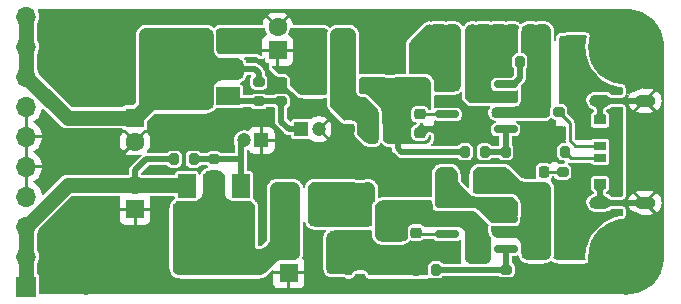
<source format=gbr>
%TF.GenerationSoftware,KiCad,Pcbnew,7.0.6*%
%TF.CreationDate,2024-03-05T13:52:18+08:00*%
%TF.ProjectId,TypeC2DoubleVoltage,54797065-4332-4446-9f75-626c65566f6c,rev?*%
%TF.SameCoordinates,Original*%
%TF.FileFunction,Copper,L1,Top*%
%TF.FilePolarity,Positive*%
%FSLAX46Y46*%
G04 Gerber Fmt 4.6, Leading zero omitted, Abs format (unit mm)*
G04 Created by KiCad (PCBNEW 7.0.6) date 2024-03-05 13:52:18*
%MOMM*%
%LPD*%
G01*
G04 APERTURE LIST*
G04 Aperture macros list*
%AMRoundRect*
0 Rectangle with rounded corners*
0 $1 Rounding radius*
0 $2 $3 $4 $5 $6 $7 $8 $9 X,Y pos of 4 corners*
0 Add a 4 corners polygon primitive as box body*
4,1,4,$2,$3,$4,$5,$6,$7,$8,$9,$2,$3,0*
0 Add four circle primitives for the rounded corners*
1,1,$1+$1,$2,$3*
1,1,$1+$1,$4,$5*
1,1,$1+$1,$6,$7*
1,1,$1+$1,$8,$9*
0 Add four rect primitives between the rounded corners*
20,1,$1+$1,$2,$3,$4,$5,0*
20,1,$1+$1,$4,$5,$6,$7,0*
20,1,$1+$1,$6,$7,$8,$9,0*
20,1,$1+$1,$8,$9,$2,$3,0*%
G04 Aperture macros list end*
%TA.AperFunction,SMDPad,CuDef*%
%ADD10RoundRect,0.200000X-0.200000X-0.275000X0.200000X-0.275000X0.200000X0.275000X-0.200000X0.275000X0*%
%TD*%
%TA.AperFunction,SMDPad,CuDef*%
%ADD11R,0.800000X2.700000*%
%TD*%
%TA.AperFunction,ComponentPad*%
%ADD12R,1.200000X1.200000*%
%TD*%
%TA.AperFunction,ComponentPad*%
%ADD13C,1.200000*%
%TD*%
%TA.AperFunction,SMDPad,CuDef*%
%ADD14RoundRect,0.150000X-0.825000X-0.150000X0.825000X-0.150000X0.825000X0.150000X-0.825000X0.150000X0*%
%TD*%
%TA.AperFunction,SMDPad,CuDef*%
%ADD15RoundRect,0.225000X-0.250000X0.225000X-0.250000X-0.225000X0.250000X-0.225000X0.250000X0.225000X0*%
%TD*%
%TA.AperFunction,SMDPad,CuDef*%
%ADD16R,3.700000X1.100000*%
%TD*%
%TA.AperFunction,ComponentPad*%
%ADD17C,6.400000*%
%TD*%
%TA.AperFunction,SMDPad,CuDef*%
%ADD18RoundRect,0.200000X0.275000X-0.200000X0.275000X0.200000X-0.275000X0.200000X-0.275000X-0.200000X0*%
%TD*%
%TA.AperFunction,SMDPad,CuDef*%
%ADD19RoundRect,0.250000X0.475000X-0.250000X0.475000X0.250000X-0.475000X0.250000X-0.475000X-0.250000X0*%
%TD*%
%TA.AperFunction,SMDPad,CuDef*%
%ADD20RoundRect,0.200000X0.200000X0.275000X-0.200000X0.275000X-0.200000X-0.275000X0.200000X-0.275000X0*%
%TD*%
%TA.AperFunction,SMDPad,CuDef*%
%ADD21RoundRect,0.250000X0.312500X0.625000X-0.312500X0.625000X-0.312500X-0.625000X0.312500X-0.625000X0*%
%TD*%
%TA.AperFunction,SMDPad,CuDef*%
%ADD22RoundRect,0.225000X0.250000X-0.225000X0.250000X0.225000X-0.250000X0.225000X-0.250000X-0.225000X0*%
%TD*%
%TA.AperFunction,ComponentPad*%
%ADD23R,1.600000X1.600000*%
%TD*%
%TA.AperFunction,ComponentPad*%
%ADD24C,1.600000*%
%TD*%
%TA.AperFunction,SMDPad,CuDef*%
%ADD25R,1.500000X2.000000*%
%TD*%
%TA.AperFunction,SMDPad,CuDef*%
%ADD26R,3.800000X2.000000*%
%TD*%
%TA.AperFunction,SMDPad,CuDef*%
%ADD27RoundRect,0.250000X-0.300000X0.300000X-0.300000X-0.300000X0.300000X-0.300000X0.300000X0.300000X0*%
%TD*%
%TA.AperFunction,SMDPad,CuDef*%
%ADD28RoundRect,0.250000X-0.475000X0.250000X-0.475000X-0.250000X0.475000X-0.250000X0.475000X0.250000X0*%
%TD*%
%TA.AperFunction,SMDPad,CuDef*%
%ADD29R,1.000000X0.700000*%
%TD*%
%TA.AperFunction,SMDPad,CuDef*%
%ADD30R,1.000000X0.800000*%
%TD*%
%TA.AperFunction,ComponentPad*%
%ADD31O,1.800000X1.000000*%
%TD*%
%TA.AperFunction,SMDPad,CuDef*%
%ADD32RoundRect,0.218750X-0.218750X-0.256250X0.218750X-0.256250X0.218750X0.256250X-0.218750X0.256250X0*%
%TD*%
%TA.AperFunction,SMDPad,CuDef*%
%ADD33RoundRect,0.250000X0.250000X0.475000X-0.250000X0.475000X-0.250000X-0.475000X0.250000X-0.475000X0*%
%TD*%
%TA.AperFunction,SMDPad,CuDef*%
%ADD34RoundRect,0.200000X-0.275000X0.200000X-0.275000X-0.200000X0.275000X-0.200000X0.275000X0.200000X0*%
%TD*%
%TA.AperFunction,SMDPad,CuDef*%
%ADD35R,1.100000X3.700000*%
%TD*%
%TA.AperFunction,SMDPad,CuDef*%
%ADD36R,2.700000X0.800000*%
%TD*%
%TA.AperFunction,SMDPad,CuDef*%
%ADD37R,2.000000X1.500000*%
%TD*%
%TA.AperFunction,SMDPad,CuDef*%
%ADD38R,2.000000X3.800000*%
%TD*%
%TA.AperFunction,SMDPad,CuDef*%
%ADD39RoundRect,0.250000X0.300000X-0.300000X0.300000X0.300000X-0.300000X0.300000X-0.300000X-0.300000X0*%
%TD*%
%TA.AperFunction,ComponentPad*%
%ADD40R,1.700000X1.700000*%
%TD*%
%TA.AperFunction,ComponentPad*%
%ADD41O,1.700000X1.700000*%
%TD*%
%TA.AperFunction,ViaPad*%
%ADD42C,0.812800*%
%TD*%
%TA.AperFunction,Conductor*%
%ADD43C,0.508000*%
%TD*%
%TA.AperFunction,Conductor*%
%ADD44C,0.254000*%
%TD*%
%TA.AperFunction,Conductor*%
%ADD45C,1.270000*%
%TD*%
G04 APERTURE END LIST*
D10*
%TO.P,R7,1*%
%TO.N,Net-(U1-Vfb)*%
X112000000Y-90425000D03*
%TO.P,R7,2*%
%TO.N,GNDREF*%
X113650000Y-90425000D03*
%TD*%
D11*
%TO.P,L8,1,1*%
%TO.N,Net-(C17-Pad1)*%
X95872500Y-94552500D03*
%TO.P,L8,2,2*%
%TO.N,/U4_Vin*%
X93572500Y-94552500D03*
%TD*%
D12*
%TO.P,C10,1*%
%TO.N,Net-(U2-ADJ)*%
X94690000Y-88520000D03*
D13*
%TO.P,C10,2*%
%TO.N,GNDREF*%
X96190000Y-88520000D03*
%TD*%
D14*
%TO.P,U3,1,SwC*%
%TO.N,Net-(U3-DC)*%
X107050000Y-94870000D03*
%TO.P,U3,2,SwE*%
%TO.N,Net-(D4-K)*%
X107050000Y-96140000D03*
%TO.P,U3,3,TC*%
%TO.N,Net-(U3-TC)*%
X107050000Y-97410000D03*
%TO.P,U3,4,GND*%
%TO.N,/U3_Vout*%
X107050000Y-98680000D03*
%TO.P,U3,5,Vfb*%
%TO.N,Net-(U3-Vfb)*%
X112000000Y-98680000D03*
%TO.P,U3,6,Vin*%
%TO.N,/U3_Vin*%
X112000000Y-97410000D03*
%TO.P,U3,7,Ipk*%
%TO.N,Net-(U3-DC)*%
X112000000Y-96140000D03*
%TO.P,U3,8,DC*%
X112000000Y-94870000D03*
%TD*%
D15*
%TO.P,C1,1*%
%TO.N,GNDREF*%
X117025000Y-79490000D03*
%TO.P,C1,2*%
%TO.N,VCC*%
X117025000Y-81040000D03*
%TD*%
D16*
%TO.P,L6,1,1*%
%TO.N,Net-(D4-K)*%
X103175000Y-95417500D03*
%TO.P,L6,2,2*%
%TO.N,GNDREF*%
X103175000Y-92417500D03*
%TD*%
D17*
%TO.P,H2,1,1*%
%TO.N,GNDREF*%
X76505000Y-99315000D03*
%TD*%
D18*
%TO.P,R3,1*%
%TO.N,VCC*%
X116827500Y-93790000D03*
%TO.P,R3,2*%
%TO.N,Net-(D1-A)*%
X116827500Y-92140000D03*
%TD*%
D19*
%TO.P,C13,1*%
%TO.N,GNDREF*%
X114605000Y-101025000D03*
%TO.P,C13,2*%
%TO.N,/U3_Vin*%
X114605000Y-99125000D03*
%TD*%
D20*
%TO.P,R14,1*%
%TO.N,Net-(U4-ADJ)*%
X85585000Y-91060000D03*
%TO.P,R14,2*%
%TO.N,-12V*%
X83935000Y-91060000D03*
%TD*%
D18*
%TO.P,R9,1*%
%TO.N,Net-(U2-ADJ)*%
X93015000Y-86170000D03*
%TO.P,R9,2*%
%TO.N,GNDREF*%
X93015000Y-84520000D03*
%TD*%
D21*
%TO.P,R10,1*%
%TO.N,/U3_Vin*%
X110035000Y-92647500D03*
%TO.P,R10,2*%
%TO.N,Net-(U3-DC)*%
X107110000Y-92647500D03*
%TD*%
D22*
%TO.P,C12,1*%
%TO.N,GNDREF*%
X116827500Y-100675000D03*
%TO.P,C12,2*%
%TO.N,VCC*%
X116827500Y-99125000D03*
%TD*%
D14*
%TO.P,U1,1,SwC*%
%TO.N,Net-(D3-A)*%
X107050000Y-84710000D03*
%TO.P,U1,2,SwE*%
%TO.N,GNDREF*%
X107050000Y-85980000D03*
%TO.P,U1,3,TC*%
%TO.N,Net-(U1-TC)*%
X107050000Y-87250000D03*
%TO.P,U1,4,GND*%
%TO.N,GNDREF*%
X107050000Y-88520000D03*
%TO.P,U1,5,Vfb*%
%TO.N,Net-(U1-Vfb)*%
X112000000Y-88520000D03*
%TO.P,U1,6,Vin*%
%TO.N,/U1_Vin*%
X112000000Y-87250000D03*
%TO.P,U1,7,Ipk*%
%TO.N,Net-(U1-Ipk)*%
X112000000Y-85980000D03*
%TO.P,U1,8,DC*%
%TO.N,Net-(U1-DC)*%
X112000000Y-84710000D03*
%TD*%
D23*
%TO.P,C19,1*%
%TO.N,GNDREF*%
X93650000Y-100680000D03*
D24*
%TO.P,C19,2*%
%TO.N,/U4_Vin*%
X93650000Y-98680000D03*
%TD*%
D20*
%TO.P,R2,1*%
%TO.N,Net-(J1-CC1)*%
X117017500Y-90425000D03*
%TO.P,R2,2*%
%TO.N,GNDREF*%
X115367500Y-90425000D03*
%TD*%
D25*
%TO.P,U4,1,ADJ*%
%TO.N,Net-(U4-ADJ)*%
X89600000Y-93307500D03*
%TO.P,U4,2,VI*%
%TO.N,/U4_Vin*%
X87300000Y-93307500D03*
D26*
X87300000Y-99607500D03*
D25*
%TO.P,U4,3,VO*%
%TO.N,-12V*%
X85000000Y-93307500D03*
%TD*%
D27*
%TO.P,D4,1,K*%
%TO.N,Net-(D4-K)*%
X102222500Y-97280000D03*
%TO.P,D4,2,A*%
%TO.N,/U3_Vout*%
X102222500Y-100080000D03*
%TD*%
D23*
%TO.P,C8,1*%
%TO.N,/U2_Vin*%
X92697500Y-81852500D03*
D24*
%TO.P,C8,2*%
%TO.N,GNDREF*%
X92697500Y-79852500D03*
%TD*%
D28*
%TO.P,C14,1*%
%TO.N,/U3_Vout*%
X97777500Y-99632500D03*
%TO.P,C14,2*%
%TO.N,GNDREF*%
X97777500Y-101532500D03*
%TD*%
D22*
%TO.P,C3,1*%
%TO.N,GNDREF*%
X98730000Y-88482500D03*
%TO.P,C3,2*%
%TO.N,Net-(C3-Pad2)*%
X98730000Y-86932500D03*
%TD*%
D19*
%TO.P,C17,1*%
%TO.N,Net-(C17-Pad1)*%
X97777500Y-93915000D03*
%TO.P,C17,2*%
%TO.N,GNDREF*%
X97777500Y-92015000D03*
%TD*%
D22*
%TO.P,C9,1*%
%TO.N,Net-(C17-Pad1)*%
X99682500Y-93917500D03*
%TO.P,C9,2*%
%TO.N,GNDREF*%
X99682500Y-92367500D03*
%TD*%
D20*
%TO.P,R11,1*%
%TO.N,Net-(U3-Vfb)*%
X106095000Y-100407500D03*
%TO.P,R11,2*%
%TO.N,/U3_Vout*%
X104445000Y-100407500D03*
%TD*%
D29*
%TO.P,J1,A5,CC1*%
%TO.N,Net-(J1-CC1)*%
X120002500Y-90925000D03*
D30*
%TO.P,J1,A9,VBUS*%
%TO.N,VCC*%
X120002500Y-88925000D03*
%TO.P,J1,A12,GND*%
%TO.N,GNDREF*%
X120002500Y-87725000D03*
D29*
%TO.P,J1,B5,CC2*%
%TO.N,Net-(J1-CC2)*%
X120002500Y-89925000D03*
D30*
%TO.P,J1,B9,VBUS*%
%TO.N,VCC*%
X120002500Y-91925000D03*
%TO.P,J1,B12,GND*%
%TO.N,GNDREF*%
X120002500Y-93125000D03*
D31*
%TO.P,J1,S1,SHIELD*%
X120002500Y-94745000D03*
X123802500Y-94745000D03*
X120002500Y-86105000D03*
X123802500Y-86105000D03*
%TD*%
D32*
%TO.P,D1,1,K*%
%TO.N,GNDREF*%
X113665000Y-92140000D03*
%TO.P,D1,2,A*%
%TO.N,Net-(D1-A)*%
X115240000Y-92140000D03*
%TD*%
D23*
%TO.P,C11,1*%
%TO.N,+12V*%
X80632500Y-87567500D03*
D24*
%TO.P,C11,2*%
%TO.N,GNDREF*%
X80632500Y-89567500D03*
%TD*%
D33*
%TO.P,C7,1*%
%TO.N,GNDREF*%
X100312500Y-80900000D03*
%TO.P,C7,2*%
%TO.N,Net-(C3-Pad2)*%
X98412500Y-80900000D03*
%TD*%
D34*
%TO.P,R8,1*%
%TO.N,+12V*%
X91110000Y-84520000D03*
%TO.P,R8,2*%
%TO.N,Net-(U2-ADJ)*%
X91110000Y-86170000D03*
%TD*%
D21*
%TO.P,R4,1*%
%TO.N,/U1_Vin*%
X114725000Y-80582500D03*
%TO.P,R4,2*%
%TO.N,Net-(U1-Ipk)*%
X111800000Y-80582500D03*
%TD*%
D10*
%TO.P,R5,1*%
%TO.N,Net-(U1-Ipk)*%
X111557500Y-82805000D03*
%TO.P,R5,2*%
%TO.N,Net-(U1-DC)*%
X113207500Y-82805000D03*
%TD*%
D17*
%TO.P,H4,1,1*%
%TO.N,GNDREF*%
X122225000Y-99315000D03*
%TD*%
D35*
%TO.P,L2,1,1*%
%TO.N,Net-(U1-Ipk)*%
X109755000Y-81535000D03*
%TO.P,L2,2,2*%
%TO.N,Net-(D3-A)*%
X106755000Y-81535000D03*
%TD*%
D17*
%TO.P,H1,1,1*%
%TO.N,GNDREF*%
X76505000Y-81535000D03*
%TD*%
D36*
%TO.P,L7,1,1*%
%TO.N,/U3_Vout*%
X98730000Y-97925000D03*
%TO.P,L7,2,2*%
%TO.N,Net-(C17-Pad1)*%
X98730000Y-95625000D03*
%TD*%
D15*
%TO.P,C5,1*%
%TO.N,GNDREF*%
X102222500Y-83477500D03*
%TO.P,C5,2*%
%TO.N,/U1_Vout*%
X102222500Y-85027500D03*
%TD*%
D19*
%TO.P,C2,1*%
%TO.N,GNDREF*%
X114605000Y-88835000D03*
%TO.P,C2,2*%
%TO.N,/U1_Vin*%
X114605000Y-86935000D03*
%TD*%
D34*
%TO.P,R12,1*%
%TO.N,Net-(U3-Vfb)*%
X112065000Y-100407500D03*
%TO.P,R12,2*%
%TO.N,GNDREF*%
X112065000Y-102057500D03*
%TD*%
%TO.P,R1,1*%
%TO.N,Net-(J1-CC2)*%
X116510000Y-87060000D03*
%TO.P,R1,2*%
%TO.N,GNDREF*%
X116510000Y-88710000D03*
%TD*%
D10*
%TO.P,R6,1*%
%TO.N,/U1_Vout*%
X108572500Y-90425000D03*
%TO.P,R6,2*%
%TO.N,Net-(U1-Vfb)*%
X110222500Y-90425000D03*
%TD*%
D34*
%TO.P,R13,1*%
%TO.N,GNDREF*%
X87300000Y-89410000D03*
%TO.P,R13,2*%
%TO.N,Net-(U4-ADJ)*%
X87300000Y-91060000D03*
%TD*%
D37*
%TO.P,U2,1,ADJ*%
%TO.N,Net-(U2-ADJ)*%
X88545000Y-85740000D03*
%TO.P,U2,2,VO*%
%TO.N,+12V*%
X88545000Y-83440000D03*
D38*
X82245000Y-83440000D03*
D37*
%TO.P,U2,3,VI*%
%TO.N,/U2_Vin*%
X88545000Y-81140000D03*
%TD*%
D15*
%TO.P,C16,1*%
%TO.N,/U3_Vout*%
X99682500Y-99632500D03*
%TO.P,C16,2*%
%TO.N,GNDREF*%
X99682500Y-101182500D03*
%TD*%
D39*
%TO.P,D3,1,K*%
%TO.N,/U1_Vout*%
X104445000Y-85157500D03*
%TO.P,D3,2,A*%
%TO.N,Net-(D3-A)*%
X104445000Y-82357500D03*
%TD*%
D11*
%TO.P,L5,1,1*%
%TO.N,VCC*%
X116707500Y-96457500D03*
%TO.P,L5,2,2*%
%TO.N,/U3_Vin*%
X114407500Y-96457500D03*
%TD*%
%TO.P,L1,1,1*%
%TO.N,VCC*%
X117025000Y-84075000D03*
%TO.P,L1,2,2*%
%TO.N,/U1_Vin*%
X114725000Y-84075000D03*
%TD*%
D23*
%TO.P,C22,1*%
%TO.N,GNDREF*%
X80632500Y-95282500D03*
D24*
%TO.P,C22,2*%
%TO.N,-12V*%
X80632500Y-93282500D03*
%TD*%
D11*
%TO.P,L3,1,1*%
%TO.N,/U1_Vout*%
X102857500Y-88202500D03*
%TO.P,L3,2,2*%
%TO.N,Net-(C3-Pad2)*%
X100557500Y-88202500D03*
%TD*%
D28*
%TO.P,C6,1*%
%TO.N,GNDREF*%
X100317500Y-83127500D03*
%TO.P,C6,2*%
%TO.N,/U1_Vout*%
X100317500Y-85027500D03*
%TD*%
D40*
%TO.P,J2,1,Pin_1*%
%TO.N,-12V*%
X71425000Y-101855000D03*
D41*
%TO.P,J2,2,Pin_2*%
X71425000Y-99315000D03*
%TO.P,J2,3,Pin_3*%
X71425000Y-96775000D03*
%TO.P,J2,4,Pin_4*%
%TO.N,GNDREF*%
X71425000Y-94235000D03*
%TO.P,J2,5,Pin_5*%
X71425000Y-91695000D03*
%TO.P,J2,6,Pin_6*%
X71425000Y-89155000D03*
%TO.P,J2,7,Pin_7*%
X71425000Y-86615000D03*
%TO.P,J2,8,Pin_8*%
%TO.N,+12V*%
X71425000Y-84075000D03*
%TO.P,J2,9,Pin_9*%
X71425000Y-81535000D03*
%TO.P,J2,10,Pin_10*%
X71425000Y-78995000D03*
%TD*%
D22*
%TO.P,C4,1*%
%TO.N,GNDREF*%
X104762500Y-88800000D03*
%TO.P,C4,2*%
%TO.N,Net-(U1-TC)*%
X104762500Y-87250000D03*
%TD*%
D12*
%TO.P,C21,1*%
%TO.N,GNDREF*%
X91340000Y-89472500D03*
D13*
%TO.P,C21,2*%
%TO.N,Net-(U4-ADJ)*%
X89840000Y-89472500D03*
%TD*%
D11*
%TO.P,L4,1,1*%
%TO.N,Net-(C3-Pad2)*%
X98412500Y-84075000D03*
%TO.P,L4,2,2*%
%TO.N,/U2_Vin*%
X96112500Y-84075000D03*
%TD*%
D22*
%TO.P,C15,1*%
%TO.N,/U3_Vout*%
X104445000Y-98820000D03*
%TO.P,C15,2*%
%TO.N,Net-(U3-TC)*%
X104445000Y-97270000D03*
%TD*%
D17*
%TO.P,H3,1,1*%
%TO.N,GNDREF*%
X122225000Y-81535000D03*
%TD*%
D42*
%TO.N,GNDREF*%
X89205000Y-101855000D03*
X103175000Y-78995000D03*
X77775000Y-85345000D03*
X76505000Y-89155000D03*
X85395000Y-78995000D03*
X99365000Y-90425000D03*
X89205000Y-78995000D03*
X81585000Y-99315000D03*
X117145000Y-101855000D03*
X118415000Y-78995000D03*
X82855000Y-101855000D03*
X80315000Y-99315000D03*
X100635000Y-78995000D03*
X75235000Y-85345000D03*
X110160000Y-88520000D03*
X94285000Y-91695000D03*
X79045000Y-91695000D03*
X82855000Y-98045000D03*
X77140000Y-94870000D03*
X89205000Y-87885000D03*
X114605000Y-78995000D03*
X118415000Y-101855000D03*
X90475000Y-87885000D03*
X99365000Y-78995000D03*
X90475000Y-101855000D03*
X75235000Y-91695000D03*
X113335000Y-101855000D03*
X91745000Y-91695000D03*
X106985000Y-101855000D03*
X81585000Y-101855000D03*
X81585000Y-100585000D03*
X110795000Y-101855000D03*
X93015000Y-90425000D03*
X104445000Y-78995000D03*
X86665000Y-78995000D03*
X105715000Y-78995000D03*
X81585000Y-78995000D03*
X96825000Y-90425000D03*
X101905000Y-91060000D03*
X115875000Y-78995000D03*
X101905000Y-78995000D03*
X91745000Y-87885000D03*
X109525000Y-78995000D03*
X85395000Y-87885000D03*
X76505000Y-91695000D03*
X75235000Y-90425000D03*
X82855000Y-89155000D03*
X80315000Y-78995000D03*
X82855000Y-96775000D03*
X73965000Y-89155000D03*
X108255000Y-101855000D03*
X109525000Y-101855000D03*
X124765000Y-92965000D03*
X103175000Y-80265000D03*
X80315000Y-100585000D03*
X94285000Y-78995000D03*
X76505000Y-85345000D03*
X95555000Y-78995000D03*
X101905000Y-81535000D03*
X91745000Y-101855000D03*
X114528800Y-90425000D03*
X108890000Y-87250000D03*
X78410000Y-94870000D03*
X124765000Y-89155000D03*
X93015000Y-91695000D03*
X73965000Y-90425000D03*
X105715000Y-101855000D03*
X90475000Y-78995000D03*
X95555000Y-90425000D03*
X104445000Y-101855000D03*
X115875000Y-101855000D03*
X100635000Y-101855000D03*
X124765000Y-91695000D03*
X110795000Y-78995000D03*
X77775000Y-91695000D03*
X82855000Y-100585000D03*
X124765000Y-90425000D03*
X100635000Y-91060000D03*
X85395000Y-101855000D03*
X86665000Y-101855000D03*
X101905000Y-80265000D03*
X79045000Y-84075000D03*
X79045000Y-90425000D03*
X85395000Y-89155000D03*
X82855000Y-99315000D03*
X73965000Y-91695000D03*
X86665000Y-87885000D03*
X87935000Y-101855000D03*
X77775000Y-90425000D03*
X75235000Y-89155000D03*
X82855000Y-95505000D03*
X98095000Y-90425000D03*
X84125000Y-87885000D03*
X95555000Y-101855000D03*
X87935000Y-87885000D03*
X77775000Y-89155000D03*
X80315000Y-101855000D03*
X124765000Y-87885000D03*
X84125000Y-101855000D03*
X80315000Y-98045000D03*
X108255000Y-78995000D03*
X87935000Y-78995000D03*
X84125000Y-78995000D03*
X76505000Y-90425000D03*
X98095000Y-78995000D03*
X106985000Y-78995000D03*
X113335000Y-78995000D03*
X95555000Y-91695000D03*
X79045000Y-85345000D03*
X84125000Y-89155000D03*
X103175000Y-101855000D03*
X108890000Y-88520000D03*
X75870000Y-94870000D03*
X82855000Y-78995000D03*
X101905000Y-101855000D03*
X94285000Y-90425000D03*
X81585000Y-98045000D03*
X82855000Y-87885000D03*
X96825000Y-78995000D03*
X112065000Y-78995000D03*
%TD*%
D43*
%TO.N,GNDREF*%
X120002500Y-94745000D02*
X123802500Y-94745000D01*
X120002500Y-93125000D02*
X120002500Y-94745000D01*
X107050000Y-88520000D02*
X105042500Y-88520000D01*
X105042500Y-88520000D02*
X104762500Y-88800000D01*
X120002500Y-86105000D02*
X123802500Y-86105000D01*
X120002500Y-87725000D02*
X120002500Y-86105000D01*
D44*
%TO.N,Net-(U1-TC)*%
X107050000Y-87250000D02*
X104762500Y-87250000D01*
D43*
%TO.N,/U1_Vout*%
X102857500Y-88202500D02*
X102857500Y-90107500D01*
X103175000Y-90425000D02*
X108572500Y-90425000D01*
X102857500Y-90107500D02*
X103175000Y-90425000D01*
%TO.N,Net-(U2-ADJ)*%
X88975000Y-86170000D02*
X88545000Y-85740000D01*
X93650000Y-88520000D02*
X94690000Y-88520000D01*
X93015000Y-86170000D02*
X93015000Y-87885000D01*
X93015000Y-86170000D02*
X88975000Y-86170000D01*
X93015000Y-87885000D02*
X93650000Y-88520000D01*
D45*
%TO.N,+12V*%
X71425000Y-78995000D02*
X71425000Y-84075000D01*
X82245000Y-85955000D02*
X82245000Y-83440000D01*
X74917500Y-87567500D02*
X80632500Y-87567500D01*
D43*
X90792500Y-83440000D02*
X91110000Y-83757500D01*
X88545000Y-83440000D02*
X90792500Y-83440000D01*
D45*
X80632500Y-87567500D02*
X82245000Y-85955000D01*
D43*
X91110000Y-83757500D02*
X91110000Y-84520000D01*
D45*
X71425000Y-84075000D02*
X74917500Y-87567500D01*
D44*
%TO.N,Net-(U3-TC)*%
X104585000Y-97410000D02*
X104445000Y-97270000D01*
X107050000Y-97410000D02*
X104585000Y-97410000D01*
D43*
%TO.N,Net-(U4-ADJ)*%
X85585000Y-91060000D02*
X87300000Y-91060000D01*
X89600000Y-91060000D02*
X89600000Y-89712500D01*
X89600000Y-93307500D02*
X89600000Y-91060000D01*
X89600000Y-89712500D02*
X89840000Y-89472500D01*
X87300000Y-91060000D02*
X89600000Y-91060000D01*
D45*
%TO.N,-12V*%
X71425000Y-101855000D02*
X71425000Y-96775000D01*
D43*
X81585000Y-91060000D02*
X80632500Y-92012500D01*
X80632500Y-92012500D02*
X80632500Y-93282500D01*
D45*
X82220000Y-93282500D02*
X84975000Y-93282500D01*
X80632500Y-93282500D02*
X74917500Y-93282500D01*
X84975000Y-93282500D02*
X85000000Y-93307500D01*
D43*
X83935000Y-91060000D02*
X81585000Y-91060000D01*
D45*
X80632500Y-93282500D02*
X82220000Y-93282500D01*
X74917500Y-93282500D02*
X71425000Y-96775000D01*
D43*
%TO.N,Net-(U1-DC)*%
X112000000Y-84710000D02*
X112700000Y-84710000D01*
X112700000Y-84710000D02*
X113207500Y-84202500D01*
X113207500Y-84202500D02*
X113207500Y-82805000D01*
%TO.N,Net-(U1-Vfb)*%
X112000000Y-90425000D02*
X112000000Y-88520000D01*
X110222500Y-90425000D02*
X112000000Y-90425000D01*
%TO.N,Net-(U3-Vfb)*%
X106095000Y-100407500D02*
X112065000Y-100407500D01*
X112065000Y-98745000D02*
X112000000Y-98680000D01*
X112065000Y-100407500D02*
X112065000Y-98745000D01*
D44*
%TO.N,Net-(D1-A)*%
X116827500Y-92140000D02*
X115240000Y-92140000D01*
%TO.N,Net-(J1-CC2)*%
X117462500Y-89472500D02*
X117462500Y-88012500D01*
X117915000Y-89925000D02*
X117462500Y-89472500D01*
X120002500Y-89925000D02*
X117915000Y-89925000D01*
X117462500Y-88012500D02*
X116510000Y-87060000D01*
%TO.N,Net-(J1-CC1)*%
X120002500Y-90925000D02*
X117517500Y-90925000D01*
X117517500Y-90925000D02*
X117017500Y-90425000D01*
%TD*%
%TA.AperFunction,Conductor*%
%TO.N,/U1_Vin*%
G36*
X114428536Y-79632185D02*
G01*
X114524752Y-79655900D01*
X114524754Y-79655900D01*
X114685246Y-79655900D01*
X114685248Y-79655900D01*
X114781463Y-79632185D01*
X114799460Y-79630000D01*
X115237530Y-79630000D01*
X115242442Y-79630322D01*
X115306019Y-79638691D01*
X115394539Y-79650345D01*
X115413491Y-79655423D01*
X115548357Y-79711287D01*
X115565355Y-79721101D01*
X115681158Y-79809960D01*
X115695039Y-79823841D01*
X115783898Y-79939644D01*
X115793714Y-79956645D01*
X115849574Y-80091502D01*
X115854655Y-80110464D01*
X115874678Y-80262556D01*
X115875000Y-80267469D01*
X115875000Y-86557653D01*
X115860306Y-86602308D01*
X115828631Y-86645226D01*
X115828629Y-86645229D01*
X115783380Y-86774546D01*
X115783378Y-86774555D01*
X115780500Y-86805242D01*
X115780500Y-87236756D01*
X115764960Y-87282534D01*
X115695039Y-87373658D01*
X115681158Y-87387540D01*
X115565355Y-87476398D01*
X115548354Y-87486214D01*
X115413497Y-87542074D01*
X115394535Y-87547155D01*
X115242443Y-87567178D01*
X115237530Y-87567500D01*
X111277167Y-87567500D01*
X111265403Y-87566574D01*
X111135845Y-87546054D01*
X111113469Y-87538784D01*
X111001927Y-87481950D01*
X110982893Y-87468120D01*
X110894379Y-87379606D01*
X110880549Y-87360572D01*
X110823713Y-87249026D01*
X110816445Y-87226653D01*
X110796863Y-87103012D01*
X110796863Y-87079486D01*
X110816446Y-86955842D01*
X110823713Y-86933475D01*
X110880552Y-86821922D01*
X110894376Y-86802896D01*
X110982896Y-86714376D01*
X111001922Y-86700552D01*
X111113475Y-86643713D01*
X111135842Y-86636446D01*
X111248309Y-86618633D01*
X111265404Y-86615926D01*
X111277167Y-86615000D01*
X112699997Y-86615000D01*
X112700000Y-86615000D01*
X112864350Y-86593363D01*
X113017500Y-86529926D01*
X113149013Y-86429013D01*
X113249926Y-86297500D01*
X113313363Y-86144350D01*
X113335000Y-85980000D01*
X113335000Y-84825274D01*
X113352593Y-84776937D01*
X113357014Y-84772112D01*
X113522698Y-84606428D01*
X113535208Y-84596348D01*
X113543921Y-84590750D01*
X113579047Y-84550210D01*
X113580830Y-84548296D01*
X113592780Y-84536348D01*
X113602895Y-84522835D01*
X113604556Y-84520772D01*
X113639676Y-84480243D01*
X113643979Y-84470819D01*
X113652180Y-84456996D01*
X113658388Y-84448704D01*
X113677126Y-84398463D01*
X113678147Y-84396001D01*
X113700418Y-84347237D01*
X113700418Y-84347235D01*
X113700419Y-84347234D01*
X113701893Y-84336977D01*
X113705867Y-84321405D01*
X113709488Y-84311701D01*
X113713314Y-84258202D01*
X113713596Y-84255579D01*
X113716000Y-84238868D01*
X113716000Y-84221994D01*
X113716096Y-84219311D01*
X113719920Y-84165852D01*
X113719919Y-84165849D01*
X113717719Y-84155735D01*
X113716000Y-84139748D01*
X113716000Y-83452125D01*
X113730694Y-83407470D01*
X113732510Y-83405010D01*
X113813869Y-83294773D01*
X113859121Y-83165451D01*
X113862000Y-83134749D01*
X113861999Y-82475252D01*
X113859121Y-82444549D01*
X113813869Y-82315227D01*
X113732510Y-82204990D01*
X113622273Y-82123631D01*
X113622270Y-82123629D01*
X113523995Y-82089242D01*
X113492951Y-82078379D01*
X113492946Y-82078378D01*
X113492944Y-82078378D01*
X113462257Y-82075500D01*
X113410200Y-82075500D01*
X113361862Y-82057907D01*
X113336142Y-82013358D01*
X113335000Y-82000300D01*
X113335000Y-80267469D01*
X113335322Y-80262557D01*
X113341513Y-80215524D01*
X113355345Y-80110458D01*
X113360422Y-80091510D01*
X113416288Y-79956638D01*
X113426097Y-79939649D01*
X113514961Y-79823839D01*
X113528839Y-79809961D01*
X113644649Y-79721097D01*
X113661638Y-79711288D01*
X113796510Y-79655422D01*
X113815458Y-79650345D01*
X113910217Y-79637870D01*
X113967558Y-79630322D01*
X113972470Y-79630000D01*
X114410540Y-79630000D01*
X114428536Y-79632185D01*
G37*
%TD.AperFunction*%
%TD*%
%TA.AperFunction,Conductor*%
%TO.N,/U1_Vout*%
G36*
X101690008Y-84089999D02*
G01*
X101703932Y-84100422D01*
X101740337Y-84127675D01*
X101869527Y-84175860D01*
X101926636Y-84182000D01*
X101926644Y-84182000D01*
X102518356Y-84182000D01*
X102518364Y-84182000D01*
X102575473Y-84175860D01*
X102704663Y-84127675D01*
X102754991Y-84089999D01*
X102800058Y-84075000D01*
X105077530Y-84075000D01*
X105082442Y-84075322D01*
X105146019Y-84083691D01*
X105234539Y-84095345D01*
X105253491Y-84100423D01*
X105388357Y-84156287D01*
X105405353Y-84166100D01*
X105463256Y-84210530D01*
X105521158Y-84254960D01*
X105535039Y-84268841D01*
X105623898Y-84384644D01*
X105633714Y-84401645D01*
X105689574Y-84536502D01*
X105694655Y-84555464D01*
X105714678Y-84707556D01*
X105715000Y-84712469D01*
X105715000Y-86793300D01*
X105697407Y-86841638D01*
X105652858Y-86867358D01*
X105639800Y-86868500D01*
X105518108Y-86868500D01*
X105469770Y-86850907D01*
X105447650Y-86819582D01*
X105437675Y-86792837D01*
X105355044Y-86682456D01*
X105244663Y-86599825D01*
X105163658Y-86569612D01*
X105115474Y-86551640D01*
X105115471Y-86551639D01*
X105058367Y-86545500D01*
X105058364Y-86545500D01*
X104466636Y-86545500D01*
X104466632Y-86545500D01*
X104409528Y-86551639D01*
X104409525Y-86551640D01*
X104314401Y-86587120D01*
X104280337Y-86599825D01*
X104280336Y-86599825D01*
X104280335Y-86599826D01*
X104280333Y-86599827D01*
X104169956Y-86682456D01*
X104087327Y-86792833D01*
X104087326Y-86792835D01*
X104087325Y-86792837D01*
X104075084Y-86825655D01*
X104039140Y-86922025D01*
X104039139Y-86922028D01*
X104033000Y-86979132D01*
X104033000Y-87520867D01*
X104039139Y-87577971D01*
X104039140Y-87577973D01*
X104087325Y-87707163D01*
X104169956Y-87817544D01*
X104280337Y-87900175D01*
X104409527Y-87948360D01*
X104426931Y-87950231D01*
X104473111Y-87972891D01*
X104493921Y-88019933D01*
X104479625Y-88069346D01*
X104436911Y-88098009D01*
X104426933Y-88099768D01*
X104409527Y-88101640D01*
X104409525Y-88101640D01*
X104313154Y-88137584D01*
X104280337Y-88149825D01*
X104280336Y-88149825D01*
X104280335Y-88149826D01*
X104280333Y-88149827D01*
X104169956Y-88232456D01*
X104087327Y-88342833D01*
X104087326Y-88342835D01*
X104039140Y-88472025D01*
X104039139Y-88472028D01*
X104033000Y-88529132D01*
X104033000Y-89070867D01*
X104039139Y-89127971D01*
X104039140Y-89127974D01*
X104048299Y-89152530D01*
X104087325Y-89257163D01*
X104169956Y-89367544D01*
X104280337Y-89450175D01*
X104409527Y-89498360D01*
X104466636Y-89504500D01*
X104466644Y-89504500D01*
X105058356Y-89504500D01*
X105058364Y-89504500D01*
X105115473Y-89498360D01*
X105244663Y-89450175D01*
X105355044Y-89367544D01*
X105437675Y-89257163D01*
X105485860Y-89127973D01*
X105489333Y-89095661D01*
X105511994Y-89049481D01*
X105559036Y-89028671D01*
X105564103Y-89028500D01*
X105639800Y-89028500D01*
X105688138Y-89046093D01*
X105713858Y-89090642D01*
X105715000Y-89103700D01*
X105715000Y-89152530D01*
X105714678Y-89157443D01*
X105694655Y-89309535D01*
X105689574Y-89328497D01*
X105633714Y-89463354D01*
X105623898Y-89480355D01*
X105535039Y-89596158D01*
X105521158Y-89610039D01*
X105405355Y-89698898D01*
X105388354Y-89708714D01*
X105253497Y-89764574D01*
X105234535Y-89769655D01*
X105082443Y-89789678D01*
X105077530Y-89790000D01*
X102224970Y-89790000D01*
X102220057Y-89789678D01*
X102067964Y-89769655D01*
X102049003Y-89764574D01*
X101914144Y-89708713D01*
X101897144Y-89698898D01*
X101781341Y-89610039D01*
X101767460Y-89596158D01*
X101697128Y-89504500D01*
X101678600Y-89480353D01*
X101668787Y-89463357D01*
X101612923Y-89328491D01*
X101607845Y-89309539D01*
X101587822Y-89157443D01*
X101587822Y-89157442D01*
X101587500Y-89152530D01*
X101587500Y-89028500D01*
X101587500Y-88148026D01*
X101565863Y-87983676D01*
X101535224Y-87909707D01*
X101529500Y-87880929D01*
X101529500Y-87193751D01*
X101529222Y-87185262D01*
X101529222Y-87185261D01*
X101528345Y-87171873D01*
X101527512Y-87163421D01*
X101505826Y-86998696D01*
X101502511Y-86982031D01*
X101493033Y-86946657D01*
X101487573Y-86930575D01*
X101487574Y-86930576D01*
X101425208Y-86780010D01*
X101425208Y-86780011D01*
X101417691Y-86764769D01*
X101417690Y-86764769D01*
X101399382Y-86733060D01*
X101399382Y-86733059D01*
X101389945Y-86718936D01*
X101288799Y-86587121D01*
X101283412Y-86580556D01*
X101274574Y-86570479D01*
X101268769Y-86564281D01*
X100321024Y-85616535D01*
X100321023Y-85616534D01*
X100312019Y-85608282D01*
X100312004Y-85608269D01*
X100312002Y-85608267D01*
X100312000Y-85608266D01*
X100225448Y-85555744D01*
X100177105Y-85538148D01*
X100088355Y-85522499D01*
X100088351Y-85522499D01*
X99810162Y-85522499D01*
X99806139Y-85522282D01*
X99804575Y-85522114D01*
X99803661Y-85522016D01*
X99785449Y-85517708D01*
X99734006Y-85498520D01*
X99715223Y-85488264D01*
X99701243Y-85477799D01*
X99676130Y-85459000D01*
X99660997Y-85443867D01*
X99631733Y-85404773D01*
X99621478Y-85385992D01*
X99602290Y-85334550D01*
X99597974Y-85316263D01*
X99597713Y-85313822D01*
X99597500Y-85309823D01*
X99597500Y-84745185D01*
X99597711Y-84741206D01*
X99597969Y-84738783D01*
X99602294Y-84720441D01*
X99603395Y-84717490D01*
X99603397Y-84717485D01*
X99615636Y-84672871D01*
X99620377Y-84646592D01*
X99624500Y-84600519D01*
X99624499Y-84241662D01*
X99642092Y-84193327D01*
X99653914Y-84182008D01*
X99674650Y-84166097D01*
X99691638Y-84156288D01*
X99826510Y-84100422D01*
X99845458Y-84095345D01*
X99940217Y-84082870D01*
X99997558Y-84075322D01*
X100002470Y-84075000D01*
X101644942Y-84075000D01*
X101690008Y-84089999D01*
G37*
%TD.AperFunction*%
%TD*%
%TA.AperFunction,Conductor*%
%TO.N,Net-(C3-Pad2)*%
G36*
X98732442Y-79947822D02*
G01*
X98796019Y-79956191D01*
X98884539Y-79967845D01*
X98903491Y-79972923D01*
X99038357Y-80028787D01*
X99055355Y-80038601D01*
X99171158Y-80127460D01*
X99185039Y-80141341D01*
X99273898Y-80257144D01*
X99283714Y-80274145D01*
X99339574Y-80409002D01*
X99344655Y-80427964D01*
X99364678Y-80580056D01*
X99365000Y-80584969D01*
X99365000Y-82700519D01*
X99360259Y-82726798D01*
X99344461Y-82769153D01*
X99344459Y-82769159D01*
X99338000Y-82829241D01*
X99338000Y-83425744D01*
X99338001Y-83425759D01*
X99344460Y-83485843D01*
X99344461Y-83485848D01*
X99360257Y-83528197D01*
X99364999Y-83554477D01*
X99365000Y-84600519D01*
X99360259Y-84626798D01*
X99344461Y-84669153D01*
X99344459Y-84669159D01*
X99338000Y-84729241D01*
X99338000Y-85325744D01*
X99338001Y-85325759D01*
X99344460Y-85385843D01*
X99344461Y-85385848D01*
X99395155Y-85521762D01*
X99395159Y-85521769D01*
X99482095Y-85637904D01*
X99598230Y-85724840D01*
X99598237Y-85724844D01*
X99734149Y-85775537D01*
X99734153Y-85775538D01*
X99734158Y-85775540D01*
X99794245Y-85782000D01*
X100088352Y-85781999D01*
X100136688Y-85799592D01*
X100141525Y-85804025D01*
X101082272Y-86744772D01*
X101085508Y-86748462D01*
X101178898Y-86870170D01*
X101188714Y-86887171D01*
X101244574Y-87022028D01*
X101249655Y-87040990D01*
X101269678Y-87193082D01*
X101270000Y-87197995D01*
X101270000Y-89307832D01*
X101269074Y-89319596D01*
X101248554Y-89449154D01*
X101241284Y-89471530D01*
X101184450Y-89583072D01*
X101170620Y-89602106D01*
X101082106Y-89690620D01*
X101063072Y-89704450D01*
X100951530Y-89761284D01*
X100929154Y-89768554D01*
X100799597Y-89789074D01*
X100787833Y-89790000D01*
X100582996Y-89790000D01*
X100578083Y-89789678D01*
X100425990Y-89769655D01*
X100407029Y-89764574D01*
X100272170Y-89708713D01*
X100255170Y-89698898D01*
X100244382Y-89690620D01*
X100133462Y-89605508D01*
X100129772Y-89602272D01*
X99456187Y-88928687D01*
X99434447Y-88882067D01*
X99438902Y-88849235D01*
X99453360Y-88810473D01*
X99459500Y-88753364D01*
X99459500Y-88211636D01*
X99453360Y-88154527D01*
X99405175Y-88025337D01*
X99322544Y-87914956D01*
X99212163Y-87832325D01*
X99131159Y-87802112D01*
X99082974Y-87784140D01*
X99082971Y-87784139D01*
X99025867Y-87778000D01*
X99025864Y-87778000D01*
X98434136Y-87778000D01*
X98434132Y-87778000D01*
X98377025Y-87784140D01*
X98377023Y-87784140D01*
X98374676Y-87785016D01*
X98373272Y-87785026D01*
X98372447Y-87785222D01*
X98372402Y-87785033D01*
X98323238Y-87785419D01*
X98295229Y-87767729D01*
X98295228Y-87767728D01*
X97330226Y-86802726D01*
X97326992Y-86799038D01*
X97233600Y-86677327D01*
X97223787Y-86660331D01*
X97167923Y-86525465D01*
X97162845Y-86506513D01*
X97151191Y-86417993D01*
X97142822Y-86354416D01*
X97142500Y-86349504D01*
X97142500Y-80584969D01*
X97142822Y-80580057D01*
X97149013Y-80533024D01*
X97162845Y-80427958D01*
X97167922Y-80409010D01*
X97223788Y-80274138D01*
X97233597Y-80257149D01*
X97322461Y-80141339D01*
X97336339Y-80127461D01*
X97452149Y-80038597D01*
X97469138Y-80028788D01*
X97604010Y-79972922D01*
X97622958Y-79967845D01*
X97717717Y-79955370D01*
X97775058Y-79947822D01*
X97779970Y-79947500D01*
X98727530Y-79947500D01*
X98732442Y-79947822D01*
G37*
%TD.AperFunction*%
%TD*%
%TA.AperFunction,Conductor*%
%TO.N,Net-(U1-Ipk)*%
G36*
X109348536Y-79632185D02*
G01*
X109444752Y-79655900D01*
X109444754Y-79655900D01*
X109605246Y-79655900D01*
X109605248Y-79655900D01*
X109701463Y-79632185D01*
X109719460Y-79630000D01*
X110600540Y-79630000D01*
X110618536Y-79632185D01*
X110714752Y-79655900D01*
X110714754Y-79655900D01*
X110875246Y-79655900D01*
X110875248Y-79655900D01*
X110971463Y-79632185D01*
X110989460Y-79630000D01*
X111870540Y-79630000D01*
X111888536Y-79632185D01*
X111984752Y-79655900D01*
X111984754Y-79655900D01*
X112145246Y-79655900D01*
X112145248Y-79655900D01*
X112241463Y-79632185D01*
X112259460Y-79630000D01*
X112697530Y-79630000D01*
X112702442Y-79630322D01*
X112766019Y-79638691D01*
X112854539Y-79650345D01*
X112873491Y-79655423D01*
X113008357Y-79711287D01*
X113025355Y-79721101D01*
X113137117Y-79806859D01*
X113164755Y-79850243D01*
X113160814Y-79895296D01*
X113119545Y-79994930D01*
X113117424Y-80000052D01*
X113111963Y-80016142D01*
X113102488Y-80051502D01*
X113099175Y-80068158D01*
X113099173Y-80068166D01*
X113099174Y-80068166D01*
X113077488Y-80232896D01*
X113076655Y-80241346D01*
X113075778Y-80254732D01*
X113075778Y-80254733D01*
X113075500Y-80263224D01*
X113075500Y-82000300D01*
X113057907Y-82048638D01*
X113013358Y-82074358D01*
X113000302Y-82075500D01*
X112952751Y-82075500D01*
X112922048Y-82078378D01*
X112792729Y-82123629D01*
X112792726Y-82123631D01*
X112682490Y-82204990D01*
X112601131Y-82315226D01*
X112601129Y-82315229D01*
X112555880Y-82444546D01*
X112555878Y-82444555D01*
X112553000Y-82475242D01*
X112553000Y-83134748D01*
X112555878Y-83165451D01*
X112601129Y-83294770D01*
X112601131Y-83294773D01*
X112684306Y-83407470D01*
X112699000Y-83452125D01*
X112699000Y-83960722D01*
X112681407Y-84009060D01*
X112676975Y-84013896D01*
X112557398Y-84133474D01*
X112510777Y-84155214D01*
X112504223Y-84155500D01*
X111143163Y-84155500D01*
X111048443Y-84170502D01*
X110934275Y-84228674D01*
X110843674Y-84319275D01*
X110785502Y-84433443D01*
X110770500Y-84528163D01*
X110770500Y-84891836D01*
X110785502Y-84986556D01*
X110843674Y-85100724D01*
X110934275Y-85191325D01*
X110934277Y-85191326D01*
X111048443Y-85249497D01*
X111048445Y-85249498D01*
X111143166Y-85264500D01*
X111143172Y-85264500D01*
X112856828Y-85264500D01*
X112856834Y-85264500D01*
X112951555Y-85249498D01*
X112966156Y-85242057D01*
X113017212Y-85235787D01*
X113060354Y-85263801D01*
X113075499Y-85309060D01*
X113075499Y-85960520D01*
X113075177Y-85965433D01*
X113061834Y-86066788D01*
X113056753Y-86085751D01*
X113027040Y-86157485D01*
X113017224Y-86174487D01*
X112986686Y-86214284D01*
X112955804Y-86237979D01*
X112873496Y-86272073D01*
X112854534Y-86277155D01*
X112702443Y-86297178D01*
X112697530Y-86297500D01*
X109209970Y-86297500D01*
X109205057Y-86297178D01*
X109052964Y-86277155D01*
X109034003Y-86272074D01*
X108899144Y-86216213D01*
X108882144Y-86206398D01*
X108766341Y-86117539D01*
X108752460Y-86103658D01*
X108663601Y-85987855D01*
X108653787Y-85970857D01*
X108597923Y-85835991D01*
X108592845Y-85817039D01*
X108581191Y-85728519D01*
X108572822Y-85664942D01*
X108572500Y-85660030D01*
X108572500Y-80267469D01*
X108572822Y-80262557D01*
X108579013Y-80215524D01*
X108592845Y-80110458D01*
X108597922Y-80091510D01*
X108653788Y-79956638D01*
X108663597Y-79939649D01*
X108752461Y-79823839D01*
X108766339Y-79809961D01*
X108882149Y-79721097D01*
X108899138Y-79711288D01*
X109034010Y-79655422D01*
X109052958Y-79650345D01*
X109147717Y-79637870D01*
X109205058Y-79630322D01*
X109209970Y-79630000D01*
X109330540Y-79630000D01*
X109348536Y-79632185D01*
G37*
%TD.AperFunction*%
%TD*%
%TA.AperFunction,Conductor*%
%TO.N,Net-(D3-A)*%
G36*
X106808536Y-79632185D02*
G01*
X106904752Y-79655900D01*
X106904754Y-79655900D01*
X107065246Y-79655900D01*
X107065248Y-79655900D01*
X107161463Y-79632185D01*
X107179460Y-79630000D01*
X107617530Y-79630000D01*
X107622442Y-79630322D01*
X107686019Y-79638691D01*
X107774539Y-79650345D01*
X107793491Y-79655423D01*
X107928357Y-79711287D01*
X107945355Y-79721101D01*
X108061158Y-79809960D01*
X108075039Y-79823841D01*
X108163898Y-79939644D01*
X108173714Y-79956645D01*
X108229574Y-80091502D01*
X108234655Y-80110465D01*
X108254677Y-80262557D01*
X108254999Y-80267469D01*
X108254999Y-84707530D01*
X108254677Y-84712442D01*
X108234655Y-84864534D01*
X108229574Y-84883497D01*
X108173714Y-85018354D01*
X108163898Y-85035355D01*
X108075039Y-85151158D01*
X108061158Y-85165039D01*
X107945355Y-85253898D01*
X107928354Y-85263714D01*
X107793497Y-85319574D01*
X107774535Y-85324655D01*
X107622443Y-85344678D01*
X107617530Y-85345000D01*
X106049700Y-85345000D01*
X106001362Y-85327407D01*
X105975642Y-85282858D01*
X105974500Y-85269800D01*
X105974500Y-84708225D01*
X105974222Y-84699736D01*
X105974222Y-84699735D01*
X105973345Y-84686347D01*
X105972512Y-84677895D01*
X105969228Y-84652953D01*
X105955488Y-84548584D01*
X105950826Y-84513170D01*
X105947511Y-84496505D01*
X105938033Y-84461131D01*
X105932573Y-84445049D01*
X105932574Y-84445050D01*
X105870208Y-84294484D01*
X105870208Y-84294485D01*
X105862691Y-84279243D01*
X105862690Y-84279243D01*
X105844382Y-84247534D01*
X105844382Y-84247533D01*
X105834945Y-84233410D01*
X105834944Y-84233409D01*
X105773172Y-84152906D01*
X105735745Y-84104129D01*
X105735745Y-84104130D01*
X105724539Y-84091353D01*
X105698646Y-84065460D01*
X105685876Y-84054260D01*
X105556579Y-83955048D01*
X105542456Y-83945612D01*
X105542457Y-83945613D01*
X105510753Y-83927307D01*
X105495514Y-83919792D01*
X105495506Y-83919788D01*
X105404903Y-83882259D01*
X105344949Y-83857425D01*
X105328859Y-83851964D01*
X105293495Y-83842488D01*
X105276839Y-83839175D01*
X105276841Y-83839175D01*
X105112105Y-83817488D01*
X105110257Y-83817306D01*
X105103653Y-83816655D01*
X105090267Y-83815778D01*
X105081777Y-83815500D01*
X103885200Y-83815500D01*
X103836862Y-83797907D01*
X103811142Y-83753358D01*
X103810000Y-83740300D01*
X103810000Y-81482995D01*
X103810322Y-81478083D01*
X103816513Y-81431050D01*
X103830345Y-81325984D01*
X103835422Y-81307036D01*
X103891288Y-81172164D01*
X103901097Y-81155175D01*
X103994498Y-81033453D01*
X103997719Y-81029780D01*
X105209780Y-79817719D01*
X105213453Y-79814498D01*
X105335175Y-79721097D01*
X105352164Y-79711288D01*
X105487034Y-79655423D01*
X105505984Y-79650345D01*
X105561185Y-79643078D01*
X105588985Y-79644619D01*
X105634752Y-79655900D01*
X105634755Y-79655900D01*
X105795246Y-79655900D01*
X105795248Y-79655900D01*
X105891463Y-79632185D01*
X105909460Y-79630000D01*
X106790540Y-79630000D01*
X106808536Y-79632185D01*
G37*
%TD.AperFunction*%
%TD*%
%TA.AperFunction,Conductor*%
%TO.N,VCC*%
G36*
X119319016Y-91458484D02*
G01*
X119367500Y-91490880D01*
X119367500Y-92509119D01*
X119319016Y-92541516D01*
X119262766Y-92625698D01*
X119262765Y-92625700D01*
X119248000Y-92699932D01*
X119248000Y-93550067D01*
X119248001Y-93550068D01*
X119251547Y-93567895D01*
X119262766Y-93624301D01*
X119319016Y-93708484D01*
X119403199Y-93764734D01*
X119433470Y-93770755D01*
X119477447Y-93797440D01*
X119494000Y-93844510D01*
X119494000Y-93931123D01*
X119476407Y-93979461D01*
X119431858Y-94005181D01*
X119427537Y-94005814D01*
X119427316Y-94005839D01*
X119261578Y-94066163D01*
X119114214Y-94163085D01*
X118993177Y-94291378D01*
X118904989Y-94444124D01*
X118854405Y-94613088D01*
X118854405Y-94613090D01*
X118844149Y-94789169D01*
X118874777Y-94962867D01*
X118944635Y-95124817D01*
X118944636Y-95124818D01*
X119049961Y-95266294D01*
X119185073Y-95379667D01*
X119185074Y-95379667D01*
X119185076Y-95379669D01*
X119342685Y-95458823D01*
X119342688Y-95458823D01*
X119342689Y-95458824D01*
X119514312Y-95499500D01*
X119514316Y-95499500D01*
X120446448Y-95499500D01*
X120446450Y-95499499D01*
X120463381Y-95497519D01*
X120577684Y-95484160D01*
X120743424Y-95423836D01*
X120890785Y-95326915D01*
X120937787Y-95277094D01*
X120983755Y-95254009D01*
X120992486Y-95253500D01*
X121832300Y-95253500D01*
X121880638Y-95271093D01*
X121906358Y-95315642D01*
X121907500Y-95328700D01*
X121907500Y-95807195D01*
X121889907Y-95855533D01*
X121845358Y-95881253D01*
X121840431Y-95881954D01*
X121665305Y-95901000D01*
X121299461Y-95981528D01*
X120944491Y-96101131D01*
X120944480Y-96101136D01*
X120604505Y-96258425D01*
X120283530Y-96451550D01*
X120283520Y-96451557D01*
X119985318Y-96678244D01*
X119713364Y-96935853D01*
X119713363Y-96935854D01*
X119470855Y-97221357D01*
X119260638Y-97531404D01*
X119260636Y-97531407D01*
X119085181Y-97862354D01*
X119085168Y-97862380D01*
X118946524Y-98210350D01*
X118946523Y-98210353D01*
X118846307Y-98571298D01*
X118846307Y-98571299D01*
X118785707Y-98940943D01*
X118785706Y-98940950D01*
X118785706Y-98940954D01*
X118771065Y-99210989D01*
X118765426Y-99315000D01*
X118778342Y-99553229D01*
X118763391Y-99602448D01*
X118720300Y-99630542D01*
X118703252Y-99632500D01*
X116512470Y-99632500D01*
X116507557Y-99632178D01*
X116355464Y-99612155D01*
X116336503Y-99607074D01*
X116201644Y-99551213D01*
X116184644Y-99541398D01*
X116072880Y-99455639D01*
X116045242Y-99412255D01*
X116049182Y-99367204D01*
X116092571Y-99262456D01*
X116092574Y-99262449D01*
X116092573Y-99262450D01*
X116098033Y-99246369D01*
X116102212Y-99230767D01*
X116107511Y-99210994D01*
X116110826Y-99194329D01*
X116132512Y-99029604D01*
X116133345Y-99021152D01*
X116134222Y-99007764D01*
X116134500Y-98999276D01*
X116134500Y-93598223D01*
X116134222Y-93589735D01*
X116133345Y-93576347D01*
X116132512Y-93567895D01*
X116110826Y-93403170D01*
X116107511Y-93386505D01*
X116098033Y-93351131D01*
X116092573Y-93335049D01*
X116092574Y-93335050D01*
X116030208Y-93184484D01*
X116030208Y-93184485D01*
X116022691Y-93169243D01*
X116022690Y-93169243D01*
X116004382Y-93137534D01*
X116004382Y-93137533D01*
X115994945Y-93123410D01*
X115994944Y-93123409D01*
X115956884Y-93073809D01*
X115895745Y-92994129D01*
X115895743Y-92994127D01*
X115893659Y-92991751D01*
X115875018Y-92943808D01*
X115875000Y-92942171D01*
X115875000Y-92648024D01*
X115879740Y-92621748D01*
X115898885Y-92570418D01*
X115932261Y-92531279D01*
X115969343Y-92521500D01*
X116083612Y-92521500D01*
X116131950Y-92539093D01*
X116144118Y-92552045D01*
X116146130Y-92554772D01*
X116146131Y-92554773D01*
X116227490Y-92665010D01*
X116274807Y-92699932D01*
X116337726Y-92746368D01*
X116337729Y-92746370D01*
X116368771Y-92757232D01*
X116467049Y-92791621D01*
X116497751Y-92794500D01*
X117157248Y-92794499D01*
X117187951Y-92791621D01*
X117317273Y-92746369D01*
X117427510Y-92665010D01*
X117508869Y-92554773D01*
X117554121Y-92425451D01*
X117557000Y-92394749D01*
X117556999Y-91885252D01*
X117554121Y-91854549D01*
X117548497Y-91838478D01*
X117508870Y-91725229D01*
X117508868Y-91725226D01*
X117508056Y-91724126D01*
X117427510Y-91614990D01*
X117317273Y-91533631D01*
X117317270Y-91533629D01*
X117288835Y-91523680D01*
X117249021Y-91491109D01*
X117239457Y-91440566D01*
X117264620Y-91395701D01*
X117312734Y-91377506D01*
X117313672Y-91377500D01*
X118732497Y-91377500D01*
X118732500Y-91377500D01*
X119264904Y-91377500D01*
X119319016Y-91458484D01*
G37*
%TD.AperFunction*%
%TA.AperFunction,Conductor*%
G36*
X121907500Y-94161300D02*
G01*
X121889907Y-94209638D01*
X121845358Y-94235358D01*
X121832300Y-94236500D01*
X120997657Y-94236500D01*
X120949320Y-94218907D01*
X120938273Y-94209638D01*
X120819923Y-94110330D01*
X120662314Y-94031176D01*
X120568857Y-94009026D01*
X120525880Y-93980759D01*
X120511000Y-93935853D01*
X120511000Y-93844509D01*
X120528593Y-93796171D01*
X120571529Y-93770754D01*
X120601801Y-93764734D01*
X120685984Y-93708484D01*
X120742234Y-93624301D01*
X120757000Y-93550067D01*
X120756999Y-92699934D01*
X120746570Y-92647500D01*
X121907500Y-92647500D01*
X121907500Y-94161300D01*
G37*
%TD.AperFunction*%
%TD*%
%TA.AperFunction,Conductor*%
%TO.N,/U4_Vin*%
G36*
X93969942Y-92965322D02*
G01*
X94033519Y-92973691D01*
X94122039Y-92985345D01*
X94140991Y-92990423D01*
X94275857Y-93046287D01*
X94292855Y-93056101D01*
X94408658Y-93144960D01*
X94422539Y-93158841D01*
X94511398Y-93274644D01*
X94521214Y-93291645D01*
X94577074Y-93426502D01*
X94582155Y-93445464D01*
X94602178Y-93597556D01*
X94602500Y-93602469D01*
X94602500Y-98995030D01*
X94602178Y-98999943D01*
X94582155Y-99152035D01*
X94577074Y-99170997D01*
X94521214Y-99305854D01*
X94511398Y-99322855D01*
X94422539Y-99438658D01*
X94408658Y-99452539D01*
X94292855Y-99541398D01*
X94275854Y-99551214D01*
X94140996Y-99607074D01*
X94122034Y-99612155D01*
X94023112Y-99625178D01*
X94018199Y-99625500D01*
X92824932Y-99625500D01*
X92824931Y-99625501D01*
X92750697Y-99640266D01*
X92666515Y-99696515D01*
X92661279Y-99701752D01*
X92660651Y-99701124D01*
X92646666Y-99714221D01*
X92646936Y-99714573D01*
X92643361Y-99717315D01*
X92643184Y-99717482D01*
X92643025Y-99717573D01*
X92545008Y-99792783D01*
X92511512Y-99818486D01*
X92511504Y-99818493D01*
X92511504Y-99818494D01*
X91615235Y-100714765D01*
X91611533Y-100718012D01*
X91489829Y-100811398D01*
X91472828Y-100821214D01*
X91337971Y-100877074D01*
X91319009Y-100882155D01*
X91166917Y-100902178D01*
X91162004Y-100902500D01*
X89840000Y-100902500D01*
X89840000Y-98045000D01*
X90792500Y-98045000D01*
X90792500Y-98362500D01*
X90816667Y-98484000D01*
X90816669Y-98484005D01*
X90858001Y-98545861D01*
X90885494Y-98587006D01*
X90947069Y-98628149D01*
X90988494Y-98655830D01*
X90988496Y-98655831D01*
X90988498Y-98655832D01*
X91049249Y-98667916D01*
X91109999Y-98680000D01*
X91110000Y-98680000D01*
X91164471Y-98680000D01*
X91164474Y-98680000D01*
X91328824Y-98658363D01*
X91481974Y-98594926D01*
X91613487Y-98494013D01*
X91876513Y-98230987D01*
X91977426Y-98099474D01*
X92040863Y-97946324D01*
X92062500Y-97781974D01*
X92062500Y-93602469D01*
X92062822Y-93597557D01*
X92069013Y-93550524D01*
X92082845Y-93445458D01*
X92087922Y-93426510D01*
X92143788Y-93291638D01*
X92153597Y-93274649D01*
X92242461Y-93158839D01*
X92256339Y-93144961D01*
X92372149Y-93056097D01*
X92389138Y-93046288D01*
X92524010Y-92990422D01*
X92542958Y-92985345D01*
X92637717Y-92972870D01*
X92695058Y-92965322D01*
X92699970Y-92965000D01*
X93965030Y-92965000D01*
X93969942Y-92965322D01*
G37*
%TD.AperFunction*%
%TD*%
%TA.AperFunction,Conductor*%
%TO.N,Net-(C17-Pad1)*%
G36*
X99150008Y-92979999D02*
G01*
X99163932Y-92990422D01*
X99200337Y-93017675D01*
X99329527Y-93065860D01*
X99386636Y-93072000D01*
X99386644Y-93072000D01*
X99978356Y-93072000D01*
X99978364Y-93072000D01*
X100035473Y-93065860D01*
X100164663Y-93017675D01*
X100214991Y-92979999D01*
X100260058Y-92965000D01*
X100315030Y-92965000D01*
X100319942Y-92965322D01*
X100383519Y-92973691D01*
X100472039Y-92985345D01*
X100490991Y-92990423D01*
X100625857Y-93046287D01*
X100642853Y-93056100D01*
X100663575Y-93072000D01*
X100758658Y-93144960D01*
X100772539Y-93158841D01*
X100861398Y-93274644D01*
X100871214Y-93291645D01*
X100927074Y-93426502D01*
X100932155Y-93445464D01*
X100952178Y-93597556D01*
X100952500Y-93602469D01*
X100952499Y-94529669D01*
X100934905Y-94578007D01*
X100933848Y-94579240D01*
X100931767Y-94581613D01*
X100931761Y-94581621D01*
X100931757Y-94581626D01*
X100832551Y-94710914D01*
X100832550Y-94710915D01*
X100823113Y-94725038D01*
X100813960Y-94740890D01*
X100804808Y-94756742D01*
X100797293Y-94771982D01*
X100734924Y-94922552D01*
X100729463Y-94938642D01*
X100719988Y-94974002D01*
X100716675Y-94990658D01*
X100716673Y-94990666D01*
X100716674Y-94990666D01*
X100694988Y-95155396D01*
X100694155Y-95163846D01*
X100693278Y-95177232D01*
X100693278Y-95177233D01*
X100693000Y-95185724D01*
X100692999Y-96608336D01*
X100675406Y-96656674D01*
X100663579Y-96667995D01*
X100642856Y-96683897D01*
X100625854Y-96693714D01*
X100490997Y-96749574D01*
X100472035Y-96754655D01*
X100319943Y-96774678D01*
X100315030Y-96775000D01*
X95874970Y-96775000D01*
X95870057Y-96774678D01*
X95717964Y-96754655D01*
X95699003Y-96749574D01*
X95564144Y-96693713D01*
X95547144Y-96683898D01*
X95431341Y-96595039D01*
X95417460Y-96581158D01*
X95328601Y-96465355D01*
X95318787Y-96448357D01*
X95262923Y-96313491D01*
X95257845Y-96294539D01*
X95246191Y-96206019D01*
X95237822Y-96142442D01*
X95237500Y-96137530D01*
X95237500Y-93602469D01*
X95237822Y-93597557D01*
X95244013Y-93550524D01*
X95257845Y-93445458D01*
X95262922Y-93426510D01*
X95318788Y-93291638D01*
X95328597Y-93274649D01*
X95417461Y-93158839D01*
X95431339Y-93144961D01*
X95547149Y-93056097D01*
X95564138Y-93046288D01*
X95699010Y-92990422D01*
X95717958Y-92985345D01*
X95812717Y-92972870D01*
X95870058Y-92965322D01*
X95874970Y-92965000D01*
X99104942Y-92965000D01*
X99150008Y-92979999D01*
G37*
%TD.AperFunction*%
%TD*%
%TA.AperFunction,Conductor*%
%TO.N,VCC*%
G36*
X118853694Y-80600093D02*
G01*
X118879414Y-80644642D01*
X118877815Y-80677818D01*
X118846307Y-80791298D01*
X118846307Y-80791299D01*
X118785707Y-81160943D01*
X118785706Y-81160950D01*
X118785706Y-81160954D01*
X118765426Y-81535000D01*
X118783873Y-81875246D01*
X118785707Y-81909056D01*
X118846307Y-82278700D01*
X118846307Y-82278701D01*
X118946523Y-82639646D01*
X118946524Y-82639649D01*
X119085168Y-82987619D01*
X119085172Y-82987627D01*
X119085176Y-82987637D01*
X119260639Y-83318597D01*
X119470857Y-83628645D01*
X119713365Y-83914147D01*
X119985319Y-84171756D01*
X120283532Y-84398451D01*
X120604506Y-84591575D01*
X120944480Y-84748864D01*
X120944488Y-84748866D01*
X120944491Y-84748868D01*
X121115668Y-84806544D01*
X121299466Y-84868473D01*
X121665303Y-84948999D01*
X121840433Y-84968045D01*
X121886582Y-84990760D01*
X121907335Y-85037828D01*
X121907500Y-85042803D01*
X121907500Y-85521300D01*
X121889907Y-85569638D01*
X121845358Y-85595358D01*
X121832300Y-85596500D01*
X120997657Y-85596500D01*
X120949320Y-85578907D01*
X120938273Y-85569638D01*
X120819923Y-85470330D01*
X120662314Y-85391176D01*
X120490690Y-85350500D01*
X120490688Y-85350500D01*
X119558559Y-85350500D01*
X119558549Y-85350500D01*
X119427318Y-85365839D01*
X119261578Y-85426163D01*
X119114214Y-85523085D01*
X118993177Y-85651378D01*
X118904989Y-85804124D01*
X118854405Y-85973088D01*
X118854405Y-85973090D01*
X118844149Y-86149169D01*
X118874777Y-86322867D01*
X118944635Y-86484817D01*
X118944636Y-86484818D01*
X119049961Y-86626294D01*
X119185073Y-86739667D01*
X119185074Y-86739667D01*
X119185076Y-86739669D01*
X119315663Y-86805251D01*
X119342689Y-86818824D01*
X119436143Y-86840972D01*
X119479119Y-86869238D01*
X119494000Y-86914145D01*
X119494000Y-87005490D01*
X119476407Y-87053828D01*
X119433470Y-87079245D01*
X119403199Y-87085266D01*
X119319016Y-87141516D01*
X119262766Y-87225698D01*
X119262765Y-87225700D01*
X119248000Y-87299932D01*
X119248000Y-88150067D01*
X119248001Y-88150068D01*
X119262766Y-88224301D01*
X119319016Y-88308484D01*
X119367500Y-88340880D01*
X119367500Y-89359119D01*
X119319016Y-89391516D01*
X119264903Y-89472500D01*
X118033171Y-89472500D01*
X117984833Y-89454907D01*
X117979997Y-89450474D01*
X117866025Y-89336502D01*
X117844285Y-89289882D01*
X117843999Y-89283328D01*
X117843999Y-88964748D01*
X117843999Y-88059853D01*
X117845598Y-88044444D01*
X117848945Y-88028483D01*
X117844288Y-87991128D01*
X117844000Y-87986480D01*
X117844000Y-87980892D01*
X117843999Y-87980885D01*
X117843901Y-87980300D01*
X117840094Y-87957483D01*
X117833195Y-87902139D01*
X117833193Y-87902135D01*
X117831416Y-87896164D01*
X117831693Y-87896081D01*
X117830614Y-87892715D01*
X117830341Y-87892809D01*
X117828318Y-87886915D01*
X117828318Y-87886914D01*
X117801768Y-87837853D01*
X117777276Y-87787754D01*
X117777276Y-87787753D01*
X117773655Y-87782682D01*
X117773888Y-87782515D01*
X117771773Y-87779680D01*
X117771548Y-87779856D01*
X117767720Y-87774938D01*
X117726680Y-87737158D01*
X117261525Y-87272002D01*
X117239785Y-87225382D01*
X117239499Y-87218828D01*
X117239499Y-87052558D01*
X117239499Y-86805252D01*
X117236621Y-86774549D01*
X117224415Y-86739667D01*
X117191370Y-86645229D01*
X117191368Y-86645226D01*
X117185367Y-86637095D01*
X117110010Y-86534990D01*
X116999773Y-86453631D01*
X116999770Y-86453629D01*
X116901495Y-86419242D01*
X116870451Y-86408379D01*
X116870446Y-86408378D01*
X116870444Y-86408378D01*
X116839757Y-86405500D01*
X116585200Y-86405500D01*
X116536862Y-86387907D01*
X116511142Y-86343358D01*
X116510000Y-86330300D01*
X116510000Y-81219969D01*
X116510322Y-81215057D01*
X116517446Y-81160943D01*
X116530345Y-81062958D01*
X116535422Y-81044010D01*
X116591288Y-80909138D01*
X116601097Y-80892149D01*
X116689961Y-80776339D01*
X116703839Y-80762461D01*
X116819649Y-80673597D01*
X116836638Y-80663788D01*
X116971510Y-80607922D01*
X116990458Y-80602845D01*
X117085217Y-80590370D01*
X117142558Y-80582822D01*
X117147470Y-80582500D01*
X118805356Y-80582500D01*
X118853694Y-80600093D01*
G37*
%TD.AperFunction*%
%TA.AperFunction,Conductor*%
G36*
X121880638Y-86631093D02*
G01*
X121906358Y-86675642D01*
X121907500Y-86688699D01*
X121907500Y-88202500D01*
X120746570Y-88202500D01*
X120757000Y-88150067D01*
X120756999Y-87299934D01*
X120742234Y-87225699D01*
X120685984Y-87141516D01*
X120601801Y-87085266D01*
X120601799Y-87085265D01*
X120571528Y-87079244D01*
X120527552Y-87052558D01*
X120511000Y-87005489D01*
X120511000Y-86918876D01*
X120528593Y-86870538D01*
X120573142Y-86844818D01*
X120577470Y-86844184D01*
X120577684Y-86844160D01*
X120743424Y-86783836D01*
X120890785Y-86686915D01*
X120937787Y-86637094D01*
X120983755Y-86614009D01*
X120992486Y-86613500D01*
X121832300Y-86613500D01*
X121880638Y-86631093D01*
G37*
%TD.AperFunction*%
%TD*%
%TA.AperFunction,Conductor*%
%TO.N,Net-(D4-K)*%
G36*
X105753151Y-94570093D02*
G01*
X105778871Y-94614642D01*
X105779366Y-94617861D01*
X105790079Y-94699236D01*
X105796675Y-94749341D01*
X105799988Y-94765995D01*
X105809464Y-94801359D01*
X105814925Y-94817448D01*
X105814919Y-94817434D01*
X105814763Y-94817057D01*
X105820500Y-94845865D01*
X105820500Y-95051836D01*
X105835502Y-95146556D01*
X105893674Y-95260724D01*
X105984275Y-95351325D01*
X105984277Y-95351326D01*
X106098443Y-95409497D01*
X106098445Y-95409498D01*
X106193166Y-95424500D01*
X106477118Y-95424500D01*
X106482031Y-95424822D01*
X106635394Y-95445012D01*
X106637060Y-95445175D01*
X106643848Y-95445845D01*
X106657236Y-95446722D01*
X106665724Y-95447000D01*
X109242494Y-95447000D01*
X109247406Y-95447322D01*
X109286818Y-95452510D01*
X109348770Y-95460666D01*
X109367726Y-95465745D01*
X109439459Y-95495458D01*
X109456455Y-95505271D01*
X109537564Y-95567507D01*
X109541254Y-95570743D01*
X110426780Y-96456269D01*
X110426781Y-96456269D01*
X110432979Y-96462074D01*
X110443056Y-96470912D01*
X110449621Y-96476299D01*
X110543651Y-96548451D01*
X110571289Y-96591835D01*
X110568538Y-96633829D01*
X110551148Y-96681609D01*
X110535500Y-96770355D01*
X110535500Y-96770360D01*
X110535500Y-97094277D01*
X110535778Y-97102767D01*
X110536655Y-97116153D01*
X110537306Y-97122757D01*
X110537488Y-97124605D01*
X110559175Y-97289341D01*
X110562488Y-97305995D01*
X110571964Y-97341359D01*
X110577429Y-97357460D01*
X110577430Y-97357461D01*
X110639788Y-97508005D01*
X110639789Y-97508006D01*
X110639792Y-97508013D01*
X110647307Y-97523252D01*
X110657475Y-97540864D01*
X110665613Y-97554960D01*
X110665616Y-97554964D01*
X110675055Y-97569090D01*
X110692507Y-97591834D01*
X110774254Y-97698370D01*
X110774252Y-97698367D01*
X110776332Y-97700738D01*
X110794982Y-97748678D01*
X110795000Y-97750328D01*
X110795000Y-98366749D01*
X110786804Y-98400889D01*
X110785502Y-98403443D01*
X110770500Y-98498163D01*
X110770500Y-98861838D01*
X110785501Y-98956554D01*
X110786802Y-98959106D01*
X110795000Y-98993249D01*
X110794999Y-99312530D01*
X110794677Y-99317443D01*
X110774655Y-99469534D01*
X110769574Y-99488497D01*
X110713714Y-99623354D01*
X110703898Y-99640355D01*
X110615039Y-99756158D01*
X110601158Y-99770039D01*
X110485355Y-99858898D01*
X110468354Y-99868714D01*
X110409057Y-99893276D01*
X110380279Y-99899000D01*
X108987221Y-99899000D01*
X108958443Y-99893276D01*
X108899145Y-99868714D01*
X108882144Y-99858898D01*
X108766341Y-99770039D01*
X108752460Y-99756158D01*
X108663601Y-99640355D01*
X108653787Y-99623357D01*
X108597923Y-99488491D01*
X108592845Y-99469539D01*
X108572822Y-99317443D01*
X108572822Y-99317442D01*
X108572500Y-99312530D01*
X108572500Y-97410002D01*
X108563463Y-97341359D01*
X108550863Y-97245650D01*
X108487426Y-97092500D01*
X108415783Y-96999132D01*
X108386513Y-96960986D01*
X108255001Y-96860075D01*
X108255000Y-96860074D01*
X108254998Y-96860073D01*
X108101851Y-96796637D01*
X108060762Y-96791227D01*
X107937500Y-96775000D01*
X107937497Y-96775000D01*
X105129493Y-96775000D01*
X105081155Y-96757407D01*
X105069293Y-96744866D01*
X105037548Y-96702460D01*
X105037543Y-96702455D01*
X104927166Y-96619827D01*
X104927164Y-96619826D01*
X104927163Y-96619825D01*
X104838844Y-96586884D01*
X104797974Y-96571640D01*
X104797971Y-96571639D01*
X104740867Y-96565500D01*
X104740864Y-96565500D01*
X104149136Y-96565500D01*
X104149132Y-96565500D01*
X104092028Y-96571639D01*
X104092025Y-96571640D01*
X103995655Y-96607584D01*
X103962837Y-96619825D01*
X103962836Y-96619825D01*
X103962835Y-96619826D01*
X103962833Y-96619827D01*
X103852456Y-96702456D01*
X103769827Y-96812833D01*
X103769826Y-96812835D01*
X103721640Y-96942025D01*
X103721639Y-96942028D01*
X103715500Y-96999132D01*
X103715500Y-97540867D01*
X103721639Y-97597971D01*
X103721642Y-97597980D01*
X103738277Y-97642583D01*
X103738684Y-97694021D01*
X103737294Y-97697639D01*
X103728714Y-97718353D01*
X103718898Y-97735354D01*
X103630039Y-97851158D01*
X103616158Y-97865039D01*
X103500355Y-97953898D01*
X103483354Y-97963714D01*
X103348497Y-98019574D01*
X103329535Y-98024655D01*
X103177443Y-98044678D01*
X103172530Y-98045000D01*
X101589970Y-98045000D01*
X101585057Y-98044678D01*
X101432964Y-98024655D01*
X101414003Y-98019574D01*
X101279144Y-97963713D01*
X101262144Y-97953898D01*
X101146341Y-97865039D01*
X101132460Y-97851158D01*
X101043601Y-97735355D01*
X101043600Y-97735354D01*
X101043600Y-97735353D01*
X101033787Y-97718357D01*
X100977923Y-97583491D01*
X100972845Y-97564539D01*
X100961191Y-97476019D01*
X100952822Y-97412442D01*
X100952500Y-97407530D01*
X100952500Y-95189969D01*
X100952822Y-95185057D01*
X100970360Y-95051836D01*
X100972845Y-95032958D01*
X100977922Y-95014010D01*
X101033788Y-94879138D01*
X101043597Y-94862149D01*
X101132461Y-94746339D01*
X101146339Y-94732461D01*
X101262149Y-94643597D01*
X101279138Y-94633788D01*
X101414010Y-94577922D01*
X101432958Y-94572845D01*
X101527717Y-94560370D01*
X101585058Y-94552822D01*
X101589970Y-94552500D01*
X105704813Y-94552500D01*
X105753151Y-94570093D01*
G37*
%TD.AperFunction*%
%TD*%
%TA.AperFunction,Conductor*%
%TO.N,VCC*%
G36*
X121907500Y-92647500D02*
G01*
X121272500Y-92647500D01*
X120746570Y-92647500D01*
X120742234Y-92625699D01*
X120685984Y-92541516D01*
X120601801Y-92485266D01*
X120601799Y-92485265D01*
X120527567Y-92470500D01*
X119477432Y-92470500D01*
X119477431Y-92470501D01*
X119403197Y-92485266D01*
X119367500Y-92509118D01*
X119367500Y-91490880D01*
X119403199Y-91514734D01*
X119477433Y-91529500D01*
X120527566Y-91529499D01*
X120527567Y-91529499D01*
X120527567Y-91529498D01*
X120601801Y-91514734D01*
X120685984Y-91458484D01*
X120742234Y-91374301D01*
X120757000Y-91300067D01*
X120756999Y-90549934D01*
X120742234Y-90475699D01*
X120736274Y-90466779D01*
X120724047Y-90416814D01*
X120736274Y-90383221D01*
X120742232Y-90374304D01*
X120742232Y-90374303D01*
X120742234Y-90374301D01*
X120757000Y-90300067D01*
X120756999Y-89549934D01*
X120742234Y-89475699D01*
X120685984Y-89391516D01*
X120601801Y-89335266D01*
X120601799Y-89335265D01*
X120527567Y-89320500D01*
X119477432Y-89320500D01*
X119477431Y-89320501D01*
X119403197Y-89335266D01*
X119367500Y-89359118D01*
X119367500Y-88340880D01*
X119403199Y-88364734D01*
X119477433Y-88379500D01*
X120527566Y-88379499D01*
X120527567Y-88379499D01*
X120527567Y-88379498D01*
X120601801Y-88364734D01*
X120685984Y-88308484D01*
X120742234Y-88224301D01*
X120746570Y-88202500D01*
X121907500Y-88202500D01*
X121907500Y-92647500D01*
G37*
%TD.AperFunction*%
%TD*%
%TA.AperFunction,Conductor*%
%TO.N,+12V*%
G36*
X86667442Y-79947822D02*
G01*
X86731019Y-79956191D01*
X86819539Y-79967845D01*
X86838491Y-79972923D01*
X86973357Y-80028787D01*
X86990355Y-80038601D01*
X87106158Y-80127460D01*
X87120039Y-80141341D01*
X87208898Y-80257144D01*
X87218714Y-80274145D01*
X87274574Y-80409002D01*
X87279655Y-80427964D01*
X87290178Y-80507896D01*
X87290500Y-80512809D01*
X87290500Y-81915067D01*
X87290501Y-81915068D01*
X87305266Y-81989302D01*
X87314198Y-82002669D01*
X87321148Y-82015670D01*
X87385073Y-82169998D01*
X87385075Y-82170001D01*
X87485986Y-82301513D01*
X87567850Y-82364328D01*
X87617500Y-82402426D01*
X87770650Y-82465863D01*
X87935000Y-82487500D01*
X89202530Y-82487500D01*
X89207442Y-82487822D01*
X89271019Y-82496191D01*
X89359539Y-82507845D01*
X89378491Y-82512923D01*
X89513357Y-82568787D01*
X89530355Y-82578601D01*
X89646158Y-82667460D01*
X89660039Y-82681341D01*
X89748898Y-82797144D01*
X89758714Y-82814145D01*
X89814574Y-82949002D01*
X89819655Y-82967964D01*
X89839678Y-83120056D01*
X89840000Y-83124969D01*
X89840000Y-83755030D01*
X89839678Y-83759943D01*
X89819655Y-83912035D01*
X89814574Y-83930997D01*
X89758714Y-84065854D01*
X89748898Y-84082855D01*
X89660039Y-84198658D01*
X89646158Y-84212539D01*
X89530355Y-84301398D01*
X89513354Y-84311214D01*
X89378497Y-84367074D01*
X89359535Y-84372155D01*
X89207443Y-84392178D01*
X89202530Y-84392500D01*
X87935000Y-84392500D01*
X87836390Y-84405482D01*
X87770648Y-84414137D01*
X87617501Y-84477573D01*
X87617498Y-84477575D01*
X87485986Y-84578486D01*
X87385075Y-84709998D01*
X87385073Y-84710001D01*
X87321151Y-84864323D01*
X87314203Y-84877321D01*
X87305268Y-84890693D01*
X87305265Y-84890700D01*
X87290500Y-84964932D01*
X87290500Y-86367184D01*
X87290178Y-86372096D01*
X87279655Y-86452033D01*
X87274574Y-86470996D01*
X87218714Y-86605854D01*
X87208898Y-86622855D01*
X87120039Y-86738658D01*
X87106158Y-86752539D01*
X86990355Y-86841398D01*
X86973354Y-86851214D01*
X86838497Y-86907074D01*
X86819535Y-86912155D01*
X86667443Y-86932178D01*
X86662530Y-86932500D01*
X81587470Y-86932500D01*
X81582557Y-86932178D01*
X81430464Y-86912155D01*
X81411503Y-86907074D01*
X81276644Y-86851213D01*
X81259644Y-86841398D01*
X81143841Y-86752539D01*
X81129960Y-86738658D01*
X81041101Y-86622855D01*
X81031287Y-86605857D01*
X80975423Y-86470991D01*
X80970345Y-86452039D01*
X80958691Y-86363519D01*
X80950322Y-86299942D01*
X80950000Y-86295030D01*
X80950000Y-80584969D01*
X80950322Y-80580057D01*
X80959822Y-80507896D01*
X80970345Y-80427958D01*
X80975422Y-80409010D01*
X81031288Y-80274138D01*
X81041097Y-80257149D01*
X81129961Y-80141339D01*
X81143839Y-80127461D01*
X81259649Y-80038597D01*
X81276638Y-80028788D01*
X81411510Y-79972922D01*
X81430458Y-79967845D01*
X81525217Y-79955370D01*
X81582558Y-79947822D01*
X81587470Y-79947500D01*
X86662530Y-79947500D01*
X86667442Y-79947822D01*
G37*
%TD.AperFunction*%
%TD*%
%TA.AperFunction,Conductor*%
%TO.N,/U2_Vin*%
G36*
X96509942Y-79947822D02*
G01*
X96573519Y-79956191D01*
X96662039Y-79967845D01*
X96680991Y-79972923D01*
X96815857Y-80028787D01*
X96832855Y-80038601D01*
X96944617Y-80124359D01*
X96972255Y-80167743D01*
X96968314Y-80212796D01*
X96927045Y-80312430D01*
X96924924Y-80317552D01*
X96919463Y-80333642D01*
X96909988Y-80369002D01*
X96906675Y-80385658D01*
X96891613Y-80500075D01*
X96884988Y-80550396D01*
X96884155Y-80558846D01*
X96883278Y-80572232D01*
X96883278Y-80572233D01*
X96883000Y-80580724D01*
X96883000Y-85495836D01*
X96865407Y-85544174D01*
X96853579Y-85555496D01*
X96832855Y-85571398D01*
X96815854Y-85581214D01*
X96680997Y-85637074D01*
X96662035Y-85642155D01*
X96509943Y-85662178D01*
X96505030Y-85662500D01*
X94867996Y-85662500D01*
X94863083Y-85662178D01*
X94710990Y-85642155D01*
X94692029Y-85637074D01*
X94557170Y-85581213D01*
X94540170Y-85571398D01*
X94441695Y-85495836D01*
X94418462Y-85478008D01*
X94414772Y-85474772D01*
X93766525Y-84826525D01*
X93744785Y-84779905D01*
X93744499Y-84773373D01*
X93744499Y-84265252D01*
X93741621Y-84234549D01*
X93741460Y-84234090D01*
X93696370Y-84105229D01*
X93696368Y-84105226D01*
X93615010Y-83994990D01*
X93504773Y-83913631D01*
X93504770Y-83913629D01*
X93406495Y-83879242D01*
X93375451Y-83868379D01*
X93375446Y-83868378D01*
X93375444Y-83868378D01*
X93344757Y-83865500D01*
X92836648Y-83865500D01*
X92788310Y-83847907D01*
X92783474Y-83843474D01*
X92697500Y-83757500D01*
X94602500Y-83757500D01*
X94602500Y-80582500D01*
X93462552Y-80582500D01*
X93578527Y-80441183D01*
X93676445Y-80257992D01*
X93736742Y-80059218D01*
X93741064Y-80015329D01*
X93763312Y-79968948D01*
X93810167Y-79947719D01*
X93815903Y-79947500D01*
X96505030Y-79947500D01*
X96509942Y-79947822D01*
G37*
%TD.AperFunction*%
%TA.AperFunction,Conductor*%
G36*
X91627435Y-79965093D02*
G01*
X91653155Y-80009642D01*
X91653935Y-80015329D01*
X91658257Y-80059216D01*
X91718552Y-80257985D01*
X91718557Y-80257997D01*
X91816470Y-80441178D01*
X91816478Y-80441190D01*
X91932447Y-80582500D01*
X91110000Y-80582500D01*
X91110000Y-82170000D01*
X91295988Y-82355988D01*
X91295981Y-82355982D01*
X91164476Y-82255075D01*
X91164472Y-82255073D01*
X91011325Y-82191637D01*
X90970236Y-82186227D01*
X90846974Y-82170000D01*
X90846971Y-82170000D01*
X87937470Y-82170000D01*
X87932557Y-82169678D01*
X87780464Y-82149655D01*
X87761503Y-82144574D01*
X87679193Y-82110480D01*
X87648310Y-82086782D01*
X87617774Y-82046986D01*
X87607960Y-82029986D01*
X87558450Y-81910462D01*
X87558449Y-81910461D01*
X87557221Y-81907864D01*
X87550000Y-81875710D01*
X87550000Y-80508565D01*
X87549722Y-80500076D01*
X87549722Y-80500075D01*
X87548845Y-80486687D01*
X87548012Y-80478235D01*
X87535826Y-80385670D01*
X87532511Y-80369005D01*
X87523033Y-80333631D01*
X87517573Y-80317549D01*
X87517574Y-80317550D01*
X87474184Y-80212798D01*
X87471941Y-80161407D01*
X87497880Y-80124360D01*
X87609649Y-80038597D01*
X87626638Y-80028788D01*
X87761510Y-79972922D01*
X87780458Y-79967845D01*
X87875217Y-79955370D01*
X87932558Y-79947822D01*
X87937470Y-79947500D01*
X91579097Y-79947500D01*
X91627435Y-79965093D01*
G37*
%TD.AperFunction*%
%TD*%
%TA.AperFunction,Conductor*%
%TO.N,/U4_Vin*%
G36*
X87619942Y-92012822D02*
G01*
X87683519Y-92021191D01*
X87772039Y-92032845D01*
X87790991Y-92037923D01*
X87925857Y-92093787D01*
X87942855Y-92103601D01*
X88058658Y-92192460D01*
X88072539Y-92206341D01*
X88161398Y-92322144D01*
X88171214Y-92339145D01*
X88227074Y-92474002D01*
X88232155Y-92492964D01*
X88252178Y-92645056D01*
X88252500Y-92649969D01*
X88252500Y-93917497D01*
X88274137Y-94081851D01*
X88337573Y-94234998D01*
X88337575Y-94235001D01*
X88438486Y-94366513D01*
X88520350Y-94429328D01*
X88570000Y-94467426D01*
X88570002Y-94467427D01*
X88570004Y-94467428D01*
X88620650Y-94488406D01*
X88723150Y-94530863D01*
X88723152Y-94530863D01*
X88724325Y-94531349D01*
X88737326Y-94538298D01*
X88750699Y-94547234D01*
X88824933Y-94562000D01*
X90227184Y-94561999D01*
X90232095Y-94562321D01*
X90262039Y-94566262D01*
X90312039Y-94572845D01*
X90330991Y-94577923D01*
X90465857Y-94633787D01*
X90482855Y-94643601D01*
X90598658Y-94732460D01*
X90612539Y-94746341D01*
X90701398Y-94862144D01*
X90711214Y-94879145D01*
X90767074Y-95014002D01*
X90772155Y-95032964D01*
X90792178Y-95185056D01*
X90792500Y-95189968D01*
X90792500Y-98045000D01*
X89840000Y-98045000D01*
X89840000Y-100902500D01*
X84444970Y-100902500D01*
X84440057Y-100902178D01*
X84287964Y-100882155D01*
X84269003Y-100877074D01*
X84134144Y-100821213D01*
X84117144Y-100811398D01*
X84001341Y-100722539D01*
X83987460Y-100708658D01*
X83898601Y-100592855D01*
X83888787Y-100575857D01*
X83832923Y-100440991D01*
X83827845Y-100422039D01*
X83816191Y-100333519D01*
X83807822Y-100269942D01*
X83807500Y-100265030D01*
X83807500Y-95189969D01*
X83807822Y-95185057D01*
X83814013Y-95138024D01*
X83827845Y-95032958D01*
X83832922Y-95014010D01*
X83888788Y-94879138D01*
X83898597Y-94862149D01*
X83987461Y-94746339D01*
X84001339Y-94732461D01*
X84117149Y-94643597D01*
X84134138Y-94633788D01*
X84269008Y-94577923D01*
X84287958Y-94572845D01*
X84367906Y-94562320D01*
X84372796Y-94561999D01*
X85775066Y-94561999D01*
X85775068Y-94561999D01*
X85775068Y-94561998D01*
X85849301Y-94547234D01*
X85862672Y-94538299D01*
X85875668Y-94531352D01*
X85876847Y-94530863D01*
X85876850Y-94530863D01*
X86030000Y-94467426D01*
X86161513Y-94366513D01*
X86262426Y-94235000D01*
X86325863Y-94081850D01*
X86347500Y-93917500D01*
X86347500Y-92649969D01*
X86347822Y-92645057D01*
X86354013Y-92598024D01*
X86367845Y-92492958D01*
X86372922Y-92474010D01*
X86428788Y-92339138D01*
X86438597Y-92322149D01*
X86527461Y-92206339D01*
X86541339Y-92192461D01*
X86657149Y-92103597D01*
X86674138Y-92093788D01*
X86809010Y-92037922D01*
X86827958Y-92032845D01*
X86922717Y-92020370D01*
X86980058Y-92012822D01*
X86984970Y-92012500D01*
X87615030Y-92012500D01*
X87619942Y-92012822D01*
G37*
%TD.AperFunction*%
%TD*%
%TA.AperFunction,Conductor*%
%TO.N,Net-(U3-DC)*%
G36*
X107304942Y-91695322D02*
G01*
X107368519Y-91703691D01*
X107457039Y-91715345D01*
X107475991Y-91720423D01*
X107610857Y-91776287D01*
X107627855Y-91786101D01*
X107743658Y-91874960D01*
X107757539Y-91888841D01*
X107846398Y-92004644D01*
X107856214Y-92021645D01*
X107912074Y-92156502D01*
X107917155Y-92175464D01*
X107937178Y-92327556D01*
X107937500Y-92332469D01*
X107937500Y-92701971D01*
X107959137Y-92866325D01*
X108022573Y-93019472D01*
X108022575Y-93019476D01*
X108123482Y-93150981D01*
X108123494Y-93150995D01*
X109021504Y-94049005D01*
X109021511Y-94049011D01*
X109021513Y-94049013D01*
X109153026Y-94149926D01*
X109306176Y-94213363D01*
X109470526Y-94235000D01*
X112380030Y-94235000D01*
X112384942Y-94235322D01*
X112448519Y-94243691D01*
X112537039Y-94255345D01*
X112555991Y-94260423D01*
X112690857Y-94316287D01*
X112707855Y-94326101D01*
X112823658Y-94414960D01*
X112837539Y-94428841D01*
X112926398Y-94544644D01*
X112936214Y-94561645D01*
X112992074Y-94696502D01*
X112997155Y-94715464D01*
X113017178Y-94867556D01*
X113017500Y-94872469D01*
X113017500Y-95820030D01*
X113017178Y-95824943D01*
X112997155Y-95977035D01*
X112992074Y-95995997D01*
X112936214Y-96130854D01*
X112926398Y-96147855D01*
X112837539Y-96263658D01*
X112823658Y-96277539D01*
X112707855Y-96366398D01*
X112690854Y-96376214D01*
X112555997Y-96432074D01*
X112537035Y-96437155D01*
X112384943Y-96457178D01*
X112380030Y-96457500D01*
X111060496Y-96457500D01*
X111055583Y-96457178D01*
X110903490Y-96437155D01*
X110884529Y-96432074D01*
X110749670Y-96376213D01*
X110732670Y-96366398D01*
X110616866Y-96277539D01*
X110610962Y-96273008D01*
X110607272Y-96269772D01*
X110157530Y-95820030D01*
X109710995Y-95373494D01*
X109710981Y-95373482D01*
X109579476Y-95272575D01*
X109579472Y-95272573D01*
X109426325Y-95209137D01*
X109385236Y-95203727D01*
X109261974Y-95187500D01*
X109261971Y-95187500D01*
X106669970Y-95187500D01*
X106665057Y-95187178D01*
X106512964Y-95167155D01*
X106494003Y-95162074D01*
X106359144Y-95106213D01*
X106342144Y-95096398D01*
X106226341Y-95007539D01*
X106212460Y-94993658D01*
X106123601Y-94877855D01*
X106113787Y-94860857D01*
X106057923Y-94725991D01*
X106052845Y-94707039D01*
X106033704Y-94561645D01*
X106032822Y-94554942D01*
X106032500Y-94550030D01*
X106032500Y-92332469D01*
X106032822Y-92327557D01*
X106039013Y-92280524D01*
X106052845Y-92175458D01*
X106057922Y-92156510D01*
X106113788Y-92021638D01*
X106123597Y-92004649D01*
X106212461Y-91888839D01*
X106226339Y-91874961D01*
X106342149Y-91786097D01*
X106359138Y-91776288D01*
X106494010Y-91720422D01*
X106512958Y-91715345D01*
X106607717Y-91702870D01*
X106665058Y-91695322D01*
X106669970Y-91695000D01*
X107300030Y-91695000D01*
X107304942Y-91695322D01*
G37*
%TD.AperFunction*%
%TD*%
%TA.AperFunction,Conductor*%
%TO.N,/U3_Vin*%
G36*
X111804416Y-91695322D02*
G01*
X111867993Y-91703691D01*
X111956513Y-91715345D01*
X111975465Y-91720423D01*
X112110331Y-91776287D01*
X112127327Y-91786100D01*
X112249038Y-91879492D01*
X112252726Y-91882726D01*
X112526502Y-92156502D01*
X113149004Y-92779005D01*
X113149011Y-92779011D01*
X113149013Y-92779013D01*
X113280526Y-92879926D01*
X113433676Y-92943363D01*
X113598026Y-92965000D01*
X115237530Y-92965000D01*
X115242442Y-92965322D01*
X115306019Y-92973691D01*
X115394539Y-92985345D01*
X115413491Y-92990423D01*
X115548357Y-93046287D01*
X115565355Y-93056101D01*
X115681158Y-93144960D01*
X115695039Y-93158841D01*
X115783898Y-93274644D01*
X115793714Y-93291645D01*
X115849574Y-93426502D01*
X115854655Y-93445464D01*
X115874678Y-93597556D01*
X115875000Y-93602469D01*
X115875000Y-98995030D01*
X115874678Y-98999943D01*
X115854655Y-99152035D01*
X115849574Y-99170997D01*
X115793714Y-99305854D01*
X115783898Y-99322855D01*
X115695039Y-99438658D01*
X115681158Y-99452539D01*
X115565355Y-99541398D01*
X115548354Y-99551214D01*
X115413497Y-99607074D01*
X115394535Y-99612155D01*
X115242443Y-99632178D01*
X115237530Y-99632500D01*
X113972470Y-99632500D01*
X113967557Y-99632178D01*
X113815464Y-99612155D01*
X113796503Y-99607074D01*
X113661644Y-99551213D01*
X113644644Y-99541398D01*
X113528841Y-99452539D01*
X113514960Y-99438658D01*
X113426101Y-99322855D01*
X113416287Y-99305857D01*
X113360423Y-99170991D01*
X113355345Y-99152039D01*
X113335322Y-98999943D01*
X113335322Y-98999942D01*
X113335000Y-98995030D01*
X113335000Y-98362502D01*
X113335000Y-98362500D01*
X113313363Y-98198150D01*
X113249926Y-98045000D01*
X113211828Y-97995350D01*
X113149013Y-97913486D01*
X113017501Y-97812575D01*
X113017500Y-97812574D01*
X113017498Y-97812573D01*
X112864351Y-97749137D01*
X112823262Y-97743727D01*
X112700000Y-97727500D01*
X112699997Y-97727500D01*
X111432470Y-97727500D01*
X111427557Y-97727178D01*
X111275464Y-97707155D01*
X111256503Y-97702074D01*
X111121644Y-97646213D01*
X111104644Y-97636398D01*
X110988841Y-97547539D01*
X110974960Y-97533658D01*
X110886101Y-97417855D01*
X110876287Y-97400857D01*
X110820423Y-97265991D01*
X110815345Y-97247039D01*
X110803691Y-97158519D01*
X110795322Y-97094942D01*
X110795000Y-97090030D01*
X110795000Y-96770360D01*
X110812593Y-96722022D01*
X110857142Y-96696302D01*
X110880010Y-96695803D01*
X110982311Y-96709270D01*
X111025920Y-96715012D01*
X111027586Y-96715175D01*
X111034374Y-96715845D01*
X111047762Y-96716722D01*
X111056250Y-96717000D01*
X111056252Y-96717000D01*
X112384274Y-96717000D01*
X112384276Y-96717000D01*
X112392764Y-96716722D01*
X112406152Y-96715845D01*
X112412940Y-96715175D01*
X112414606Y-96715012D01*
X112567967Y-96694822D01*
X112572880Y-96694500D01*
X112856828Y-96694500D01*
X112856834Y-96694500D01*
X112951555Y-96679498D01*
X113065723Y-96621326D01*
X113156326Y-96530723D01*
X113214498Y-96416555D01*
X113229500Y-96321834D01*
X113229500Y-96115864D01*
X113235228Y-96087076D01*
X113235076Y-96087440D01*
X113240533Y-96071369D01*
X113250012Y-96035989D01*
X113253326Y-96019329D01*
X113275012Y-95854604D01*
X113275845Y-95846152D01*
X113276722Y-95832764D01*
X113277000Y-95824276D01*
X113277000Y-94868223D01*
X113276722Y-94859735D01*
X113275845Y-94846347D01*
X113275012Y-94837895D01*
X113253326Y-94673170D01*
X113250011Y-94656505D01*
X113240533Y-94621131D01*
X113235073Y-94605049D01*
X113235074Y-94605050D01*
X113172708Y-94454484D01*
X113172708Y-94454485D01*
X113165191Y-94439243D01*
X113165190Y-94439243D01*
X113146882Y-94407534D01*
X113146882Y-94407533D01*
X113137445Y-94393410D01*
X113137444Y-94393409D01*
X113099384Y-94343809D01*
X113038245Y-94264129D01*
X113038245Y-94264130D01*
X113027039Y-94251353D01*
X113001146Y-94225460D01*
X112988369Y-94214254D01*
X112988370Y-94214254D01*
X112894520Y-94142242D01*
X112859090Y-94115055D01*
X112844964Y-94105616D01*
X112844961Y-94105614D01*
X112813252Y-94087307D01*
X112813245Y-94087304D01*
X112813239Y-94087300D01*
X112813240Y-94087301D01*
X112798013Y-94079792D01*
X112798006Y-94079789D01*
X112798005Y-94079788D01*
X112647461Y-94017430D01*
X112647460Y-94017429D01*
X112647452Y-94017426D01*
X112647449Y-94017425D01*
X112631359Y-94011964D01*
X112595995Y-94002488D01*
X112579339Y-93999175D01*
X112579341Y-93999175D01*
X112414605Y-93977488D01*
X112412757Y-93977306D01*
X112406153Y-93976655D01*
X112392767Y-93975778D01*
X112384277Y-93975500D01*
X112384275Y-93975500D01*
X109490004Y-93975500D01*
X109485091Y-93975178D01*
X109383736Y-93961834D01*
X109364773Y-93956752D01*
X109326024Y-93940701D01*
X109288099Y-93905949D01*
X109285327Y-93900004D01*
X109279521Y-93885989D01*
X109232923Y-93773491D01*
X109227845Y-93754539D01*
X109216191Y-93666019D01*
X109207822Y-93602442D01*
X109207500Y-93597530D01*
X109207500Y-92332469D01*
X109207822Y-92327557D01*
X109214013Y-92280524D01*
X109227845Y-92175458D01*
X109232922Y-92156510D01*
X109288788Y-92021638D01*
X109298597Y-92004649D01*
X109387461Y-91888839D01*
X109401339Y-91874961D01*
X109517149Y-91786097D01*
X109534138Y-91776288D01*
X109669010Y-91720422D01*
X109687958Y-91715345D01*
X109782717Y-91702870D01*
X109840058Y-91695322D01*
X109844970Y-91695000D01*
X111799504Y-91695000D01*
X111804416Y-91695322D01*
G37*
%TD.AperFunction*%
%TD*%
%TA.AperFunction,Conductor*%
%TO.N,/U3_Vout*%
G36*
X100666138Y-97110093D02*
G01*
X100691858Y-97154642D01*
X100693000Y-97167699D01*
X100693000Y-97411777D01*
X100693278Y-97420267D01*
X100694155Y-97433653D01*
X100694806Y-97440257D01*
X100694988Y-97442105D01*
X100716675Y-97606841D01*
X100719988Y-97623495D01*
X100729464Y-97658859D01*
X100734925Y-97674949D01*
X100755681Y-97725057D01*
X100797288Y-97825506D01*
X100804807Y-97840753D01*
X100804808Y-97840754D01*
X100823112Y-97872456D01*
X100832548Y-97886579D01*
X100832553Y-97886585D01*
X100832554Y-97886587D01*
X100931756Y-98015871D01*
X100942959Y-98028645D01*
X100968854Y-98054540D01*
X100981628Y-98065743D01*
X101110910Y-98164944D01*
X101125037Y-98174384D01*
X101156750Y-98192694D01*
X101156757Y-98192697D01*
X101156757Y-98192698D01*
X101171988Y-98200208D01*
X101171990Y-98200209D01*
X101171989Y-98200209D01*
X101278445Y-98244305D01*
X101322543Y-98262571D01*
X101322546Y-98262572D01*
X101338642Y-98268036D01*
X101373996Y-98277510D01*
X101373997Y-98277510D01*
X101374001Y-98277510D01*
X101374002Y-98277511D01*
X101390669Y-98280826D01*
X101489505Y-98293837D01*
X101555394Y-98302512D01*
X101557060Y-98302675D01*
X101563848Y-98303345D01*
X101577236Y-98304222D01*
X101585724Y-98304500D01*
X101585726Y-98304500D01*
X103176774Y-98304500D01*
X103176776Y-98304500D01*
X103185264Y-98304222D01*
X103198652Y-98303345D01*
X103205440Y-98302675D01*
X103207106Y-98302512D01*
X103289466Y-98291668D01*
X103371829Y-98280826D01*
X103382836Y-98278636D01*
X103388490Y-98277512D01*
X103388489Y-98277512D01*
X103388494Y-98277511D01*
X103408267Y-98272212D01*
X103423869Y-98268033D01*
X103439950Y-98262573D01*
X103439949Y-98262574D01*
X103590515Y-98200208D01*
X103590514Y-98200208D01*
X103605756Y-98192691D01*
X103605756Y-98192690D01*
X103637465Y-98174382D01*
X103637466Y-98174382D01*
X103651589Y-98164945D01*
X103651589Y-98164944D01*
X103651590Y-98164944D01*
X103701189Y-98126884D01*
X103780870Y-98065745D01*
X103780869Y-98065745D01*
X103793646Y-98054539D01*
X103819539Y-98028646D01*
X103830739Y-98015876D01*
X103830738Y-98015877D01*
X103830743Y-98015871D01*
X103883381Y-97947271D01*
X103926762Y-97919634D01*
X103969316Y-97922591D01*
X104092027Y-97968360D01*
X104149136Y-97974500D01*
X104149144Y-97974500D01*
X104740856Y-97974500D01*
X104740864Y-97974500D01*
X104797973Y-97968360D01*
X104927163Y-97920175D01*
X105037544Y-97837544D01*
X105046556Y-97825506D01*
X105049455Y-97821634D01*
X105092507Y-97793481D01*
X105109655Y-97791500D01*
X105853302Y-97791500D01*
X105901640Y-97809093D01*
X105906476Y-97813526D01*
X105984275Y-97891325D01*
X105984277Y-97891326D01*
X106098443Y-97949497D01*
X106098445Y-97949498D01*
X106193166Y-97964500D01*
X106193172Y-97964500D01*
X107906828Y-97964500D01*
X107906834Y-97964500D01*
X108001555Y-97949498D01*
X108115723Y-97891326D01*
X108126625Y-97880423D01*
X108173243Y-97858683D01*
X108222931Y-97871995D01*
X108252437Y-97914131D01*
X108255000Y-97933597D01*
X108255000Y-99823800D01*
X108237407Y-99872138D01*
X108192858Y-99897858D01*
X108179800Y-99899000D01*
X106725511Y-99899000D01*
X106677173Y-99881407D01*
X106665006Y-99868456D01*
X106620010Y-99807490D01*
X106509773Y-99726131D01*
X106509770Y-99726129D01*
X106411495Y-99691742D01*
X106380451Y-99680879D01*
X106380446Y-99680878D01*
X106380444Y-99680878D01*
X106349756Y-99678000D01*
X105840251Y-99678000D01*
X105809548Y-99680878D01*
X105680229Y-99726129D01*
X105680226Y-99726131D01*
X105569990Y-99807490D01*
X105488631Y-99917726D01*
X105488629Y-99917729D01*
X105443380Y-100047046D01*
X105443378Y-100047055D01*
X105440500Y-100077742D01*
X105440500Y-100737248D01*
X105443378Y-100767951D01*
X105455455Y-100802463D01*
X105454814Y-100853899D01*
X105421260Y-100892889D01*
X105384475Y-100902500D01*
X100475966Y-100902500D01*
X100427628Y-100884907D01*
X100405507Y-100853580D01*
X100386441Y-100802463D01*
X100357675Y-100725337D01*
X100275044Y-100614956D01*
X100164663Y-100532325D01*
X100083659Y-100502112D01*
X100035474Y-100484140D01*
X100035471Y-100484139D01*
X99978367Y-100478000D01*
X99978364Y-100478000D01*
X99386636Y-100478000D01*
X99386632Y-100478000D01*
X99329528Y-100484139D01*
X99329525Y-100484140D01*
X99233154Y-100520084D01*
X99200337Y-100532325D01*
X99200336Y-100532325D01*
X99200335Y-100532326D01*
X99200333Y-100532327D01*
X99089956Y-100614956D01*
X99007327Y-100725333D01*
X99007326Y-100725335D01*
X99007325Y-100725337D01*
X98985872Y-100782855D01*
X98959493Y-100853580D01*
X98926116Y-100892721D01*
X98889034Y-100902500D01*
X98611755Y-100902500D01*
X98566690Y-100887501D01*
X98496769Y-100835159D01*
X98496762Y-100835155D01*
X98360850Y-100784462D01*
X98360840Y-100784459D01*
X98318250Y-100779881D01*
X98300755Y-100778000D01*
X98300752Y-100778000D01*
X97254255Y-100778000D01*
X97254240Y-100778001D01*
X97194156Y-100784460D01*
X97194152Y-100784461D01*
X97169504Y-100793654D01*
X97118066Y-100794061D01*
X97097447Y-100782855D01*
X97018841Y-100722539D01*
X97004960Y-100708658D01*
X96916101Y-100592855D01*
X96906287Y-100575857D01*
X96850423Y-100440991D01*
X96845345Y-100422039D01*
X96833691Y-100333519D01*
X96825322Y-100269942D01*
X96825000Y-100265030D01*
X96825000Y-97729969D01*
X96825322Y-97725057D01*
X96838692Y-97623495D01*
X96845345Y-97572958D01*
X96850422Y-97554010D01*
X96906288Y-97419138D01*
X96916097Y-97402149D01*
X97004961Y-97286339D01*
X97018839Y-97272461D01*
X97134649Y-97183597D01*
X97151638Y-97173788D01*
X97286510Y-97117922D01*
X97305458Y-97112845D01*
X97400217Y-97100370D01*
X97457558Y-97092822D01*
X97462470Y-97092500D01*
X100617800Y-97092500D01*
X100666138Y-97110093D01*
G37*
%TD.AperFunction*%
%TD*%
%TA.AperFunction,Conductor*%
%TO.N,GNDREF*%
G36*
X79346155Y-94189593D02*
G01*
X79371875Y-94234142D01*
X79368276Y-94273480D01*
X79331005Y-94373404D01*
X79331004Y-94373407D01*
X79324500Y-94433906D01*
X79324500Y-95155500D01*
X80248279Y-95155500D01*
X80247335Y-95157352D01*
X80227514Y-95282500D01*
X80247335Y-95407648D01*
X80248279Y-95409500D01*
X79324500Y-95409500D01*
X79324500Y-96131093D01*
X79331004Y-96191592D01*
X79331005Y-96191595D01*
X79382055Y-96328463D01*
X79382056Y-96328465D01*
X79469596Y-96445403D01*
X79586534Y-96532943D01*
X79586536Y-96532944D01*
X79723404Y-96583994D01*
X79723407Y-96583995D01*
X79783906Y-96590499D01*
X79783918Y-96590500D01*
X80505500Y-96590500D01*
X80505500Y-95666721D01*
X80507352Y-95667665D01*
X80601019Y-95682500D01*
X80663981Y-95682500D01*
X80757648Y-95667665D01*
X80759500Y-95666721D01*
X80759500Y-96590500D01*
X81481082Y-96590500D01*
X81481093Y-96590499D01*
X81541592Y-96583995D01*
X81541595Y-96583994D01*
X81678463Y-96532944D01*
X81678465Y-96532943D01*
X81795403Y-96445403D01*
X81882943Y-96328465D01*
X81882944Y-96328463D01*
X81933994Y-96191595D01*
X81933995Y-96191592D01*
X81940499Y-96131093D01*
X81940500Y-96131081D01*
X81940500Y-95409500D01*
X81016721Y-95409500D01*
X81017665Y-95407648D01*
X81037486Y-95282500D01*
X81017665Y-95157352D01*
X81016721Y-95155500D01*
X81940500Y-95155500D01*
X81940500Y-94433918D01*
X81940499Y-94433906D01*
X81933995Y-94373407D01*
X81933994Y-94373404D01*
X81896724Y-94273480D01*
X81896316Y-94222042D01*
X81929067Y-94182375D01*
X81967183Y-94172000D01*
X82220000Y-94172000D01*
X82220000Y-96775000D01*
X79045000Y-96775000D01*
X79045000Y-94172000D01*
X79297817Y-94172000D01*
X79346155Y-94189593D01*
G37*
%TD.AperFunction*%
%TD*%
%TA.AperFunction,Conductor*%
%TO.N,GNDREF*%
G36*
X122225981Y-78360552D02*
G01*
X122359350Y-78367540D01*
X122554874Y-78377787D01*
X122558762Y-78378196D01*
X122883079Y-78429563D01*
X122886916Y-78430379D01*
X123204074Y-78515362D01*
X123207809Y-78516575D01*
X123514361Y-78634250D01*
X123517933Y-78635840D01*
X123810498Y-78784909D01*
X123813904Y-78786877D01*
X124089272Y-78965704D01*
X124092446Y-78968009D01*
X124309974Y-79144159D01*
X124347625Y-79174648D01*
X124350541Y-79177273D01*
X124582725Y-79409457D01*
X124585351Y-79412374D01*
X124618480Y-79453285D01*
X124791988Y-79667549D01*
X124794295Y-79670727D01*
X124973122Y-79946095D01*
X124975092Y-79949505D01*
X125124157Y-80242063D01*
X125125753Y-80245647D01*
X125229107Y-80514893D01*
X125243420Y-80552179D01*
X125244637Y-80555925D01*
X125329620Y-80873083D01*
X125330439Y-80876935D01*
X125381801Y-81201224D01*
X125382213Y-81205141D01*
X125399447Y-81534016D01*
X125399499Y-81535984D01*
X125399499Y-84339792D01*
X122225000Y-85662500D01*
X122225000Y-95187500D01*
X125399499Y-96510208D01*
X125399500Y-99243395D01*
X125399500Y-99314013D01*
X125399448Y-99315982D01*
X125382213Y-99644858D01*
X125381801Y-99648775D01*
X125330439Y-99973064D01*
X125329620Y-99976916D01*
X125244637Y-100294074D01*
X125243420Y-100297820D01*
X125153351Y-100532460D01*
X125125759Y-100604339D01*
X125124157Y-100607936D01*
X124975092Y-100900494D01*
X124973122Y-100903904D01*
X124794295Y-101179272D01*
X124791981Y-101182459D01*
X124585351Y-101437625D01*
X124582716Y-101440552D01*
X124350552Y-101672716D01*
X124347625Y-101675351D01*
X124092459Y-101881981D01*
X124089272Y-101884295D01*
X123813904Y-102063122D01*
X123810494Y-102065092D01*
X123517936Y-102214157D01*
X123514345Y-102215756D01*
X123361079Y-102274589D01*
X123207820Y-102333420D01*
X123204074Y-102334637D01*
X122886916Y-102419620D01*
X122883064Y-102420439D01*
X122558775Y-102471801D01*
X122554858Y-102472213D01*
X122225982Y-102489448D01*
X122224013Y-102489500D01*
X72604700Y-102489500D01*
X72556362Y-102471907D01*
X72530642Y-102427358D01*
X72529500Y-102414300D01*
X72529499Y-100979932D01*
X72529498Y-100979931D01*
X72514734Y-100905699D01*
X72458484Y-100821516D01*
X72374301Y-100765266D01*
X72374300Y-100765265D01*
X72374299Y-100765265D01*
X72367457Y-100762431D01*
X72367991Y-100761141D01*
X72331048Y-100738718D01*
X72314500Y-100691655D01*
X72314500Y-99995101D01*
X72329688Y-99949784D01*
X72368088Y-99898935D01*
X72368090Y-99898929D01*
X72368092Y-99898928D01*
X72423473Y-99787708D01*
X72459328Y-99715701D01*
X72509552Y-99539183D01*
X72515343Y-99518829D01*
X72515343Y-99518827D01*
X72515345Y-99518821D01*
X72534043Y-99317037D01*
X72534232Y-99315002D01*
X72534232Y-99314997D01*
X72524594Y-99210990D01*
X72515345Y-99111179D01*
X72515343Y-99111173D01*
X72515343Y-99111170D01*
X72475486Y-98971090D01*
X72459328Y-98914299D01*
X72456495Y-98908610D01*
X72368092Y-98731072D01*
X72368090Y-98731069D01*
X72368088Y-98731065D01*
X72329688Y-98680214D01*
X72314500Y-98634897D01*
X72314500Y-97455101D01*
X72329688Y-97409784D01*
X72368088Y-97358935D01*
X72368090Y-97358929D01*
X72368092Y-97358928D01*
X72421876Y-97250914D01*
X72459328Y-97175701D01*
X72515345Y-96978821D01*
X72516538Y-96965935D01*
X72538243Y-96919698D01*
X75263916Y-94194026D01*
X75310537Y-94172286D01*
X75317091Y-94172000D01*
X79045000Y-94172000D01*
X79045000Y-96775000D01*
X82220000Y-96775000D01*
X82220000Y-94172000D01*
X83920301Y-94172000D01*
X83968639Y-94189593D01*
X83994359Y-94234142D01*
X83995501Y-94247200D01*
X83995500Y-94332565D01*
X83999782Y-94354093D01*
X83991954Y-94404934D01*
X83967819Y-94431277D01*
X83965922Y-94432545D01*
X83965918Y-94432547D01*
X83965914Y-94432551D01*
X83836626Y-94531757D01*
X83823852Y-94542960D01*
X83797960Y-94568852D01*
X83786757Y-94581626D01*
X83687551Y-94710914D01*
X83687550Y-94710915D01*
X83678113Y-94725038D01*
X83668960Y-94740890D01*
X83659808Y-94756742D01*
X83652293Y-94771982D01*
X83589924Y-94922552D01*
X83584463Y-94938642D01*
X83574988Y-94974002D01*
X83571675Y-94990658D01*
X83554598Y-95120381D01*
X83549988Y-95155396D01*
X83549155Y-95163846D01*
X83548278Y-95177232D01*
X83548000Y-95185722D01*
X83548000Y-100269277D01*
X83548278Y-100277767D01*
X83549155Y-100291153D01*
X83549443Y-100294074D01*
X83549988Y-100299605D01*
X83571675Y-100464341D01*
X83574988Y-100480995D01*
X83584464Y-100516359D01*
X83589929Y-100532460D01*
X83589930Y-100532461D01*
X83652288Y-100683005D01*
X83652289Y-100683006D01*
X83652292Y-100683013D01*
X83659807Y-100698252D01*
X83671770Y-100718972D01*
X83678113Y-100729960D01*
X83678116Y-100729964D01*
X83687555Y-100744090D01*
X83698725Y-100758647D01*
X83786754Y-100873370D01*
X83786754Y-100873369D01*
X83797960Y-100886146D01*
X83823853Y-100912039D01*
X83834412Y-100921300D01*
X83836628Y-100923243D01*
X83965910Y-101022444D01*
X83980037Y-101031884D01*
X84011750Y-101050194D01*
X84011757Y-101050197D01*
X84011757Y-101050198D01*
X84026988Y-101057708D01*
X84026990Y-101057709D01*
X84026989Y-101057709D01*
X84117606Y-101095244D01*
X84177543Y-101120071D01*
X84190722Y-101124545D01*
X84193642Y-101125536D01*
X84228996Y-101135010D01*
X84228997Y-101135010D01*
X84229001Y-101135010D01*
X84229002Y-101135011D01*
X84245669Y-101138326D01*
X84324607Y-101148718D01*
X84410394Y-101160012D01*
X84412060Y-101160175D01*
X84418848Y-101160845D01*
X84432236Y-101161722D01*
X84440724Y-101162000D01*
X84440726Y-101162000D01*
X91166248Y-101162000D01*
X91166250Y-101162000D01*
X91174738Y-101161722D01*
X91188126Y-101160845D01*
X91194914Y-101160175D01*
X91196580Y-101160012D01*
X91282366Y-101148718D01*
X91361303Y-101138326D01*
X91372310Y-101136136D01*
X91377964Y-101135012D01*
X91377963Y-101135012D01*
X91377968Y-101135011D01*
X91397741Y-101129712D01*
X91413343Y-101125533D01*
X91429424Y-101120073D01*
X91429423Y-101120074D01*
X91579989Y-101057708D01*
X91579988Y-101057708D01*
X91595230Y-101050191D01*
X91595230Y-101050190D01*
X91611500Y-101040796D01*
X91626939Y-101031882D01*
X91626942Y-101031880D01*
X91626943Y-101031880D01*
X91641064Y-101022443D01*
X91772878Y-100921300D01*
X91779450Y-100915906D01*
X91789537Y-100907059D01*
X91795730Y-100901259D01*
X92062500Y-100634487D01*
X92062500Y-102172500D01*
X95237500Y-102172500D01*
X95237500Y-99315000D01*
X94798307Y-99315000D01*
X94820074Y-99262449D01*
X94820073Y-99262450D01*
X94825533Y-99246369D01*
X94834014Y-99214715D01*
X94835011Y-99210994D01*
X94838326Y-99194329D01*
X94860012Y-99029604D01*
X94860845Y-99021152D01*
X94861722Y-99007764D01*
X94862000Y-98999276D01*
X94862000Y-96391052D01*
X94879592Y-96342717D01*
X94924141Y-96316997D01*
X94974799Y-96325930D01*
X95007864Y-96365335D01*
X95009836Y-96371588D01*
X95014464Y-96388859D01*
X95019929Y-96404960D01*
X95019930Y-96404961D01*
X95082288Y-96555505D01*
X95082289Y-96555506D01*
X95082292Y-96555513D01*
X95089807Y-96570752D01*
X95101770Y-96591472D01*
X95108113Y-96602460D01*
X95108116Y-96602464D01*
X95117555Y-96616590D01*
X95117557Y-96616592D01*
X95216754Y-96745870D01*
X95216754Y-96745869D01*
X95216756Y-96745871D01*
X95227959Y-96758645D01*
X95253854Y-96784540D01*
X95266628Y-96795743D01*
X95395910Y-96894944D01*
X95410037Y-96904384D01*
X95441750Y-96922694D01*
X95441757Y-96922697D01*
X95441757Y-96922698D01*
X95456988Y-96930208D01*
X95456990Y-96930209D01*
X95456989Y-96930209D01*
X95543244Y-96965937D01*
X95607543Y-96992571D01*
X95607546Y-96992572D01*
X95623642Y-96998036D01*
X95658996Y-97007510D01*
X95658997Y-97007510D01*
X95659001Y-97007510D01*
X95659002Y-97007511D01*
X95675669Y-97010826D01*
X95774505Y-97023837D01*
X95840394Y-97032512D01*
X95842060Y-97032675D01*
X95848848Y-97033345D01*
X95862236Y-97034222D01*
X95870724Y-97034500D01*
X96718621Y-97034500D01*
X96766959Y-97052093D01*
X96792679Y-97096642D01*
X96783746Y-97147300D01*
X96778282Y-97155476D01*
X96738574Y-97207225D01*
X96705050Y-97250915D01*
X96695613Y-97265038D01*
X96693540Y-97268629D01*
X96677308Y-97296742D01*
X96669793Y-97311982D01*
X96607424Y-97462552D01*
X96601963Y-97478642D01*
X96592488Y-97514002D01*
X96589175Y-97530658D01*
X96589173Y-97530666D01*
X96589174Y-97530666D01*
X96567488Y-97695396D01*
X96566655Y-97703846D01*
X96565778Y-97717232D01*
X96565500Y-97725722D01*
X96565500Y-100269277D01*
X96565778Y-100277767D01*
X96566655Y-100291153D01*
X96566943Y-100294074D01*
X96567488Y-100299605D01*
X96589175Y-100464341D01*
X96592488Y-100480995D01*
X96601964Y-100516359D01*
X96607429Y-100532460D01*
X96607430Y-100532461D01*
X96669788Y-100683005D01*
X96669789Y-100683006D01*
X96669792Y-100683013D01*
X96677307Y-100698252D01*
X96689270Y-100718972D01*
X96695613Y-100729960D01*
X96695616Y-100729964D01*
X96705055Y-100744090D01*
X96716225Y-100758647D01*
X96804254Y-100873370D01*
X96804254Y-100873369D01*
X96815460Y-100886146D01*
X96841353Y-100912039D01*
X96854123Y-100923239D01*
X96939476Y-100988733D01*
X96957146Y-101000212D01*
X96973532Y-101010858D01*
X96994151Y-101022064D01*
X97020660Y-101034586D01*
X97120119Y-101053553D01*
X97171557Y-101053146D01*
X97238508Y-101040792D01*
X97241264Y-101040390D01*
X97257134Y-101038684D01*
X97266144Y-101037716D01*
X97270166Y-101037500D01*
X98284831Y-101037500D01*
X98288845Y-101037715D01*
X98291308Y-101037980D01*
X98309540Y-101042289D01*
X98360990Y-101061478D01*
X98379772Y-101071733D01*
X98411180Y-101095244D01*
X98484740Y-101133721D01*
X98529805Y-101148720D01*
X98611755Y-101162000D01*
X98611757Y-101162000D01*
X98889036Y-101162000D01*
X98902659Y-101160233D01*
X98955205Y-101153422D01*
X98973043Y-101148718D01*
X98992270Y-101143648D01*
X98992279Y-101143644D01*
X98992287Y-101143643D01*
X99044106Y-101123846D01*
X99123572Y-101061099D01*
X99156949Y-101021958D01*
X99202632Y-100944266D01*
X99233649Y-100861103D01*
X99243897Y-100842334D01*
X99268867Y-100808979D01*
X99283981Y-100793865D01*
X99317333Y-100768897D01*
X99336101Y-100758649D01*
X99380094Y-100742240D01*
X99406371Y-100737500D01*
X99958623Y-100737500D01*
X99984902Y-100742241D01*
X100028889Y-100758647D01*
X100047671Y-100768903D01*
X100081010Y-100793860D01*
X100096138Y-100808988D01*
X100121093Y-100842323D01*
X100121095Y-100842326D01*
X100131350Y-100861107D01*
X100162368Y-100944266D01*
X100193529Y-101003265D01*
X100193531Y-101003269D01*
X100193533Y-101003271D01*
X100215644Y-101034584D01*
X100215659Y-101034603D01*
X100252313Y-101076232D01*
X100333561Y-101125533D01*
X100338876Y-101128758D01*
X100387214Y-101146351D01*
X100475961Y-101161999D01*
X100475962Y-101162000D01*
X100475966Y-101162000D01*
X105384474Y-101162000D01*
X105384475Y-101162000D01*
X105450074Y-101153572D01*
X105486859Y-101143961D01*
X105538204Y-101124545D01*
X105585606Y-101087463D01*
X105634517Y-101071537D01*
X105676594Y-101086188D01*
X105680227Y-101088869D01*
X105680229Y-101088869D01*
X105680229Y-101088870D01*
X105698448Y-101095245D01*
X105809549Y-101134121D01*
X105840251Y-101137000D01*
X106349748Y-101136999D01*
X106380451Y-101134121D01*
X106509773Y-101088869D01*
X106620010Y-101007510D01*
X106643424Y-100975785D01*
X106665006Y-100946544D01*
X106707865Y-100918100D01*
X106725511Y-100916000D01*
X111417874Y-100916000D01*
X111462529Y-100930694D01*
X111480923Y-100944269D01*
X111571147Y-101010858D01*
X111575226Y-101013868D01*
X111575229Y-101013870D01*
X111586575Y-101017840D01*
X111704549Y-101059121D01*
X111735251Y-101062000D01*
X112394748Y-101061999D01*
X112425451Y-101059121D01*
X112554773Y-101013869D01*
X112665010Y-100932510D01*
X112746369Y-100822273D01*
X112791621Y-100692951D01*
X112794500Y-100662249D01*
X112794499Y-100152752D01*
X112791621Y-100122049D01*
X112746369Y-99992727D01*
X112665010Y-99882490D01*
X112663543Y-99881407D01*
X112604044Y-99837493D01*
X112575599Y-99794633D01*
X112573500Y-99776988D01*
X112573500Y-99309700D01*
X112591093Y-99261362D01*
X112635642Y-99235642D01*
X112648700Y-99234500D01*
X112856828Y-99234500D01*
X112856834Y-99234500D01*
X112951555Y-99219498D01*
X113003618Y-99192969D01*
X113054674Y-99186700D01*
X113097816Y-99214715D01*
X113110395Y-99240506D01*
X113111170Y-99243395D01*
X113111964Y-99246359D01*
X113117425Y-99262449D01*
X113117426Y-99262452D01*
X113117429Y-99262460D01*
X113117430Y-99262461D01*
X113179788Y-99413005D01*
X113179789Y-99413006D01*
X113179792Y-99413013D01*
X113187307Y-99428252D01*
X113199270Y-99448972D01*
X113205613Y-99459960D01*
X113205617Y-99459966D01*
X113215055Y-99474090D01*
X113215057Y-99474092D01*
X113314254Y-99603370D01*
X113314254Y-99603369D01*
X113325460Y-99616146D01*
X113351353Y-99642039D01*
X113361059Y-99650552D01*
X113364128Y-99653243D01*
X113493410Y-99752444D01*
X113507537Y-99761884D01*
X113539250Y-99780194D01*
X113539257Y-99780197D01*
X113539257Y-99780198D01*
X113551430Y-99786200D01*
X113554488Y-99787708D01*
X113554490Y-99787709D01*
X113554489Y-99787709D01*
X113632026Y-99819826D01*
X113705043Y-99850071D01*
X113705046Y-99850072D01*
X113721142Y-99855536D01*
X113756496Y-99865010D01*
X113756497Y-99865010D01*
X113756501Y-99865010D01*
X113756502Y-99865011D01*
X113773169Y-99868326D01*
X113872005Y-99881337D01*
X113937894Y-99890012D01*
X113939560Y-99890175D01*
X113946348Y-99890845D01*
X113959736Y-99891722D01*
X113968224Y-99892000D01*
X113968226Y-99892000D01*
X115241774Y-99892000D01*
X115241776Y-99892000D01*
X115250264Y-99891722D01*
X115263652Y-99890845D01*
X115270440Y-99890175D01*
X115272106Y-99890012D01*
X115354466Y-99879169D01*
X115436829Y-99868326D01*
X115447836Y-99866136D01*
X115453490Y-99865012D01*
X115453489Y-99865012D01*
X115453494Y-99865011D01*
X115473267Y-99859712D01*
X115488869Y-99855533D01*
X115504950Y-99850073D01*
X115504949Y-99850074D01*
X115655515Y-99787708D01*
X115655514Y-99787708D01*
X115670756Y-99780191D01*
X115670756Y-99780190D01*
X115702465Y-99761882D01*
X115702466Y-99761882D01*
X115716589Y-99752445D01*
X115716589Y-99752444D01*
X115716590Y-99752444D01*
X115829219Y-99666020D01*
X115878279Y-99650552D01*
X115920778Y-99666020D01*
X116033410Y-99752445D01*
X116044703Y-99759990D01*
X116047538Y-99761885D01*
X116047536Y-99761884D01*
X116056656Y-99767149D01*
X116079250Y-99780194D01*
X116079257Y-99780197D01*
X116079257Y-99780198D01*
X116091430Y-99786200D01*
X116094488Y-99787708D01*
X116094490Y-99787709D01*
X116094489Y-99787709D01*
X116172026Y-99819826D01*
X116245043Y-99850071D01*
X116245046Y-99850072D01*
X116261142Y-99855536D01*
X116296496Y-99865010D01*
X116296497Y-99865010D01*
X116296501Y-99865010D01*
X116296502Y-99865011D01*
X116313169Y-99868326D01*
X116412005Y-99881337D01*
X116477894Y-99890012D01*
X116479560Y-99890175D01*
X116486348Y-99890845D01*
X116499736Y-99891722D01*
X116508224Y-99892000D01*
X116508226Y-99892000D01*
X118710681Y-99892000D01*
X118725475Y-99891153D01*
X118725478Y-99891152D01*
X118725489Y-99891152D01*
X118746027Y-99888792D01*
X118749910Y-99888347D01*
X118757560Y-99887192D01*
X118768049Y-99885611D01*
X118862025Y-99847922D01*
X118905116Y-99819828D01*
X118963924Y-99767150D01*
X119011688Y-99677872D01*
X119026639Y-99628653D01*
X119037461Y-99539180D01*
X119025416Y-99317028D01*
X119025416Y-99312963D01*
X119028155Y-99262461D01*
X119043952Y-98971090D01*
X119044389Y-98967060D01*
X119099787Y-98629147D01*
X119100654Y-98625212D01*
X119192258Y-98295279D01*
X119193547Y-98291455D01*
X119320276Y-97973388D01*
X119321978Y-97969709D01*
X119482369Y-97667173D01*
X119484454Y-97663710D01*
X119676599Y-97380318D01*
X119679050Y-97377092D01*
X119900724Y-97116115D01*
X119903505Y-97113180D01*
X120152092Y-96877706D01*
X120155177Y-96875087D01*
X120427737Y-96667892D01*
X120431105Y-96665609D01*
X120614095Y-96555506D01*
X120724497Y-96489078D01*
X120728087Y-96487176D01*
X120935850Y-96391055D01*
X121038826Y-96343412D01*
X121042600Y-96341909D01*
X121367065Y-96232583D01*
X121370967Y-96231499D01*
X121705372Y-96157892D01*
X121709360Y-96157238D01*
X121856838Y-96141199D01*
X121872746Y-96139470D01*
X121881906Y-96138167D01*
X121881907Y-96138166D01*
X121881911Y-96138166D01*
X121975107Y-96105987D01*
X122019656Y-96080267D01*
X122081232Y-96030847D01*
X122133758Y-95944285D01*
X122151351Y-95895947D01*
X122166999Y-95807199D01*
X122167000Y-95807199D01*
X122167000Y-95323039D01*
X122166506Y-95311729D01*
X122164872Y-95293034D01*
X122164254Y-95287402D01*
X122163638Y-95281772D01*
X122133629Y-95193366D01*
X122131094Y-95185898D01*
X122131093Y-95185896D01*
X122131092Y-95185893D01*
X122105372Y-95141344D01*
X122055952Y-95079768D01*
X122055951Y-95079767D01*
X121969391Y-95027242D01*
X121969381Y-95027238D01*
X121921053Y-95009649D01*
X121832304Y-94994000D01*
X121832300Y-94994000D01*
X120988708Y-94994000D01*
X120981155Y-94994220D01*
X120968652Y-94994949D01*
X120964905Y-94995195D01*
X120922712Y-95006828D01*
X120867297Y-95022108D01*
X120821328Y-95045194D01*
X120821324Y-95045196D01*
X120749029Y-95099018D01*
X120749028Y-95099018D01*
X120728874Y-95120381D01*
X120715500Y-95131602D01*
X120633509Y-95185529D01*
X120617906Y-95193366D01*
X120525691Y-95226929D01*
X120508702Y-95230955D01*
X120433511Y-95239745D01*
X120429142Y-95239999D01*
X119553434Y-95239999D01*
X119536092Y-95237972D01*
X119440600Y-95215340D01*
X119424193Y-95209368D01*
X119336495Y-95165325D01*
X119321907Y-95155731D01*
X119278877Y-95119625D01*
X119246732Y-95092652D01*
X119234754Y-95079956D01*
X119176147Y-95001232D01*
X119167417Y-94986112D01*
X119162197Y-94974010D01*
X119128546Y-94895999D01*
X119123541Y-94879278D01*
X119106498Y-94782627D01*
X119105483Y-94765211D01*
X119111191Y-94667223D01*
X119114220Y-94650046D01*
X119142368Y-94556023D01*
X119149283Y-94539993D01*
X119154040Y-94531754D01*
X119198355Y-94454997D01*
X119208771Y-94441005D01*
X119276121Y-94369618D01*
X119289494Y-94358399D01*
X119352933Y-94316674D01*
X119371492Y-94304467D01*
X119387090Y-94296633D01*
X119516071Y-94249689D01*
X119536285Y-94242332D01*
X119541192Y-94237424D01*
X119548286Y-94234545D01*
X119561607Y-94229915D01*
X119606156Y-94204195D01*
X119667732Y-94154775D01*
X119720258Y-94068213D01*
X119737851Y-94019875D01*
X119753499Y-93931127D01*
X119753500Y-93931127D01*
X119753500Y-93844514D01*
X119753500Y-93844510D01*
X119738804Y-93758420D01*
X119737866Y-93755754D01*
X119722252Y-93711354D01*
X119722251Y-93711350D01*
X119686717Y-93643992D01*
X119612065Y-93575588D01*
X119568088Y-93548903D01*
X119568085Y-93548901D01*
X119555443Y-93543985D01*
X119516769Y-93510068D01*
X119507500Y-93473899D01*
X119507500Y-92805200D01*
X119525093Y-92756862D01*
X119569642Y-92731142D01*
X119582700Y-92730000D01*
X120422299Y-92730000D01*
X120470637Y-92747593D01*
X120496357Y-92792142D01*
X120497499Y-92805200D01*
X120497498Y-93473450D01*
X120479904Y-93521788D01*
X120449174Y-93543683D01*
X120439342Y-93547445D01*
X120439341Y-93547445D01*
X120396400Y-93572866D01*
X120337269Y-93620855D01*
X120337268Y-93620856D01*
X120284742Y-93707418D01*
X120284738Y-93707427D01*
X120267149Y-93755754D01*
X120267149Y-93755756D01*
X120251500Y-93844504D01*
X120251500Y-93844509D01*
X120251500Y-93935853D01*
X120264127Y-94014107D01*
X120264672Y-94017481D01*
X120279551Y-94062384D01*
X120300139Y-94104132D01*
X120311166Y-94126493D01*
X120383280Y-94197567D01*
X120426257Y-94225834D01*
X120509011Y-94261531D01*
X120564403Y-94274659D01*
X120580805Y-94280628D01*
X120652578Y-94316674D01*
X120668497Y-94324669D01*
X120683084Y-94334263D01*
X120711849Y-94358399D01*
X120782517Y-94417696D01*
X120860567Y-94462758D01*
X120908904Y-94480351D01*
X120997657Y-94496000D01*
X120997658Y-94496000D01*
X121837961Y-94496000D01*
X121849271Y-94495506D01*
X121867966Y-94493872D01*
X121873270Y-94493290D01*
X121879228Y-94492638D01*
X121975107Y-94460092D01*
X122019656Y-94434372D01*
X122081232Y-94384952D01*
X122133758Y-94298390D01*
X122151351Y-94250052D01*
X122166999Y-94161304D01*
X122167000Y-94161304D01*
X122167000Y-92616372D01*
X122166999Y-92616350D01*
X122167000Y-88202500D01*
X122167000Y-86683037D01*
X122166506Y-86671727D01*
X122164872Y-86653033D01*
X122164214Y-86647032D01*
X122163638Y-86641772D01*
X122139060Y-86569366D01*
X122131094Y-86545898D01*
X122131093Y-86545896D01*
X122131092Y-86545893D01*
X122105372Y-86501344D01*
X122055952Y-86439768D01*
X122055951Y-86439767D01*
X121969391Y-86387242D01*
X121969381Y-86387238D01*
X121921053Y-86369649D01*
X121832304Y-86354000D01*
X121832300Y-86354000D01*
X120988708Y-86354000D01*
X120981155Y-86354220D01*
X120968652Y-86354949D01*
X120964905Y-86355195D01*
X120925838Y-86365967D01*
X120867297Y-86382108D01*
X120821328Y-86405194D01*
X120821324Y-86405196D01*
X120749029Y-86459018D01*
X120749028Y-86459018D01*
X120728874Y-86480381D01*
X120715500Y-86491602D01*
X120633509Y-86545529D01*
X120617906Y-86553366D01*
X120468697Y-86607674D01*
X120463785Y-86612585D01*
X120456710Y-86615455D01*
X120443390Y-86620085D01*
X120398846Y-86645802D01*
X120337267Y-86695224D01*
X120284742Y-86781784D01*
X120284738Y-86781794D01*
X120267149Y-86830121D01*
X120267149Y-86830123D01*
X120251500Y-86918871D01*
X120251500Y-87005493D01*
X120265535Y-87087709D01*
X120266195Y-87091576D01*
X120282747Y-87138645D01*
X120318278Y-87206000D01*
X120392928Y-87274406D01*
X120392932Y-87274408D01*
X120392934Y-87274410D01*
X120397433Y-87277140D01*
X120436904Y-87301092D01*
X120449553Y-87306010D01*
X120488228Y-87339925D01*
X120497499Y-87376098D01*
X120497499Y-88044798D01*
X120479906Y-88093136D01*
X120435357Y-88118856D01*
X120422299Y-88119998D01*
X119582700Y-88119998D01*
X119534362Y-88102405D01*
X119508642Y-88057856D01*
X119507500Y-88044798D01*
X119507500Y-87711619D01*
X119507500Y-87376545D01*
X119525092Y-87328210D01*
X119555830Y-87306313D01*
X119565659Y-87302553D01*
X119608596Y-87277136D01*
X119667732Y-87229142D01*
X119720258Y-87142580D01*
X119737851Y-87094242D01*
X119753499Y-87005494D01*
X119753500Y-87005494D01*
X119753500Y-86914151D01*
X119753500Y-86914145D01*
X119740328Y-86832518D01*
X119725447Y-86787611D01*
X119693832Y-86723503D01*
X119621717Y-86652429D01*
X119599782Y-86638002D01*
X119578745Y-86624165D01*
X119578743Y-86624164D01*
X119578741Y-86624163D01*
X119522931Y-86600089D01*
X119495981Y-86588464D01*
X119440593Y-86575338D01*
X119424186Y-86569366D01*
X119336498Y-86525328D01*
X119321910Y-86515734D01*
X119303575Y-86500349D01*
X119246732Y-86452652D01*
X119234754Y-86439956D01*
X119176147Y-86361232D01*
X119167417Y-86346112D01*
X119163038Y-86335960D01*
X119128546Y-86255999D01*
X119123541Y-86239278D01*
X119106498Y-86142627D01*
X119105483Y-86125211D01*
X119111191Y-86027223D01*
X119114220Y-86010046D01*
X119142368Y-85916023D01*
X119149283Y-85899993D01*
X119198355Y-85814997D01*
X119208771Y-85801005D01*
X119276121Y-85729618D01*
X119289491Y-85718400D01*
X119371499Y-85664463D01*
X119387088Y-85656634D01*
X119479316Y-85623065D01*
X119496291Y-85619042D01*
X119571487Y-85610254D01*
X119575856Y-85610000D01*
X120451568Y-85610000D01*
X120468909Y-85612026D01*
X120564403Y-85634659D01*
X120580809Y-85640631D01*
X120668495Y-85684668D01*
X120683083Y-85694262D01*
X120711848Y-85718398D01*
X120782517Y-85777696D01*
X120860567Y-85822758D01*
X120908904Y-85840351D01*
X120997657Y-85856000D01*
X120997658Y-85856000D01*
X121837961Y-85856000D01*
X121849271Y-85855506D01*
X121867966Y-85853872D01*
X121873270Y-85853290D01*
X121879228Y-85852638D01*
X121975107Y-85820092D01*
X122019656Y-85794372D01*
X122081232Y-85744952D01*
X122133758Y-85658390D01*
X122151351Y-85610052D01*
X122166999Y-85521304D01*
X122167000Y-85521304D01*
X122167000Y-85038502D01*
X122167000Y-85038501D01*
X122166692Y-85029226D01*
X122144779Y-84933135D01*
X122144777Y-84933130D01*
X122124028Y-84886070D01*
X122124026Y-84886066D01*
X122102790Y-84852789D01*
X122081556Y-84819513D01*
X122001181Y-84757935D01*
X121955032Y-84735220D01*
X121868489Y-84710066D01*
X121868486Y-84710065D01*
X121709371Y-84692760D01*
X121705351Y-84692101D01*
X121370991Y-84618504D01*
X121367065Y-84617414D01*
X121042613Y-84508094D01*
X121038828Y-84506586D01*
X120728083Y-84362820D01*
X120724483Y-84360912D01*
X120431116Y-84184397D01*
X120427744Y-84182111D01*
X120155193Y-83974924D01*
X120152088Y-83972287D01*
X120000590Y-83828780D01*
X119903516Y-83736827D01*
X119900715Y-83733870D01*
X119889895Y-83721132D01*
X119756441Y-83564017D01*
X119679063Y-83472920D01*
X119676597Y-83469676D01*
X119484469Y-83186309D01*
X119482373Y-83182826D01*
X119321991Y-82880312D01*
X119320280Y-82876615D01*
X119319942Y-82875766D01*
X119193553Y-82558558D01*
X119192257Y-82554711D01*
X119100654Y-82224787D01*
X119099786Y-82220845D01*
X119044391Y-81882949D01*
X119043953Y-81878917D01*
X119025416Y-81537035D01*
X119025416Y-81532961D01*
X119027474Y-81495017D01*
X119043297Y-81203174D01*
X119043952Y-81191090D01*
X119044389Y-81187059D01*
X119099784Y-80849161D01*
X119100657Y-80845199D01*
X119127856Y-80747242D01*
X119137014Y-80690311D01*
X119138613Y-80657135D01*
X119136694Y-80610772D01*
X119116805Y-80552179D01*
X119104150Y-80514898D01*
X119104149Y-80514896D01*
X119104148Y-80514893D01*
X119078428Y-80470344D01*
X119029008Y-80408768D01*
X119029007Y-80408767D01*
X118942447Y-80356242D01*
X118942437Y-80356238D01*
X118894109Y-80338649D01*
X118805360Y-80323000D01*
X118805356Y-80323000D01*
X117143223Y-80323000D01*
X117134733Y-80323278D01*
X117121347Y-80324155D01*
X117114562Y-80324823D01*
X117112896Y-80324988D01*
X117035489Y-80335178D01*
X117030577Y-80335500D01*
X116729132Y-80335500D01*
X116672028Y-80341639D01*
X116672025Y-80341640D01*
X116575654Y-80377584D01*
X116542837Y-80389825D01*
X116542836Y-80389825D01*
X116542835Y-80389826D01*
X116542833Y-80389827D01*
X116432456Y-80472456D01*
X116349827Y-80582833D01*
X116349826Y-80582835D01*
X116301640Y-80712025D01*
X116301639Y-80712028D01*
X116295500Y-80769132D01*
X116295500Y-80931075D01*
X116291511Y-80955242D01*
X116286964Y-80968640D01*
X116286963Y-80968642D01*
X116282337Y-80985905D01*
X116252832Y-81028042D01*
X116203145Y-81041355D01*
X116156525Y-81019615D01*
X116134786Y-80972994D01*
X116134500Y-80966441D01*
X116134500Y-80263225D01*
X116134222Y-80254736D01*
X116134222Y-80254735D01*
X116133345Y-80241347D01*
X116132512Y-80232895D01*
X116127778Y-80196939D01*
X116121669Y-80150532D01*
X116110826Y-80068170D01*
X116107511Y-80051505D01*
X116098033Y-80016131D01*
X116097796Y-80015434D01*
X116092573Y-80000049D01*
X116092574Y-80000050D01*
X116030208Y-79849484D01*
X116030208Y-79849485D01*
X116022691Y-79834243D01*
X116022690Y-79834243D01*
X116022689Y-79834242D01*
X116004382Y-79802534D01*
X116004382Y-79802533D01*
X115994945Y-79788410D01*
X115994944Y-79788409D01*
X115952103Y-79732577D01*
X115895745Y-79659129D01*
X115895745Y-79659130D01*
X115884539Y-79646353D01*
X115858646Y-79620460D01*
X115845869Y-79609254D01*
X115845870Y-79609254D01*
X115752020Y-79537242D01*
X115716590Y-79510055D01*
X115707126Y-79503731D01*
X115702460Y-79500613D01*
X115702461Y-79500614D01*
X115670752Y-79482307D01*
X115670745Y-79482304D01*
X115670739Y-79482300D01*
X115670740Y-79482301D01*
X115655513Y-79474792D01*
X115655506Y-79474789D01*
X115655505Y-79474788D01*
X115504961Y-79412430D01*
X115504960Y-79412429D01*
X115504952Y-79412426D01*
X115504949Y-79412425D01*
X115488859Y-79406964D01*
X115453495Y-79397488D01*
X115436839Y-79394175D01*
X115436841Y-79394175D01*
X115272105Y-79372488D01*
X115270257Y-79372306D01*
X115263653Y-79371655D01*
X115250267Y-79370778D01*
X115241777Y-79370500D01*
X114791620Y-79370500D01*
X114775967Y-79371447D01*
X114742402Y-79375522D01*
X114732117Y-79377406D01*
X114726974Y-79378349D01*
X114726975Y-79378349D01*
X114662605Y-79394215D01*
X114644608Y-79396400D01*
X114565393Y-79396400D01*
X114547397Y-79394215D01*
X114483031Y-79378351D01*
X114483023Y-79378349D01*
X114467598Y-79375522D01*
X114434034Y-79371447D01*
X114418381Y-79370500D01*
X113968223Y-79370500D01*
X113959733Y-79370778D01*
X113946347Y-79371655D01*
X113939562Y-79372323D01*
X113937896Y-79372488D01*
X113893376Y-79378349D01*
X113773166Y-79394174D01*
X113773159Y-79394175D01*
X113773154Y-79394176D01*
X113773155Y-79394176D01*
X113765452Y-79395708D01*
X113756502Y-79397488D01*
X113721142Y-79406963D01*
X113705052Y-79412424D01*
X113554482Y-79474793D01*
X113539242Y-79482308D01*
X113523390Y-79491460D01*
X113507538Y-79500613D01*
X113493415Y-79510050D01*
X113493414Y-79510051D01*
X113424843Y-79562666D01*
X113380778Y-79596479D01*
X113331719Y-79611947D01*
X113289220Y-79596479D01*
X113266347Y-79578928D01*
X113176589Y-79510055D01*
X113171947Y-79506953D01*
X113162470Y-79500620D01*
X113162471Y-79500621D01*
X113162467Y-79500618D01*
X113162463Y-79500616D01*
X113130752Y-79482307D01*
X113115513Y-79474792D01*
X113115505Y-79474788D01*
X112964961Y-79412430D01*
X112964960Y-79412429D01*
X112964952Y-79412426D01*
X112964949Y-79412425D01*
X112948859Y-79406964D01*
X112913495Y-79397488D01*
X112896839Y-79394175D01*
X112896841Y-79394175D01*
X112732105Y-79372488D01*
X112730257Y-79372306D01*
X112723653Y-79371655D01*
X112710267Y-79370778D01*
X112701777Y-79370500D01*
X112251620Y-79370500D01*
X112235967Y-79371447D01*
X112202402Y-79375522D01*
X112192117Y-79377406D01*
X112186974Y-79378349D01*
X112186975Y-79378349D01*
X112122605Y-79394215D01*
X112104608Y-79396400D01*
X112025393Y-79396400D01*
X112007397Y-79394215D01*
X111943031Y-79378351D01*
X111943023Y-79378349D01*
X111927598Y-79375522D01*
X111894034Y-79371447D01*
X111878381Y-79370500D01*
X110981620Y-79370500D01*
X110965967Y-79371447D01*
X110932402Y-79375522D01*
X110922117Y-79377406D01*
X110916974Y-79378349D01*
X110916975Y-79378349D01*
X110852605Y-79394215D01*
X110834608Y-79396400D01*
X110755393Y-79396400D01*
X110737397Y-79394215D01*
X110673031Y-79378351D01*
X110673023Y-79378349D01*
X110657598Y-79375522D01*
X110624034Y-79371447D01*
X110608381Y-79370500D01*
X109711620Y-79370500D01*
X109695967Y-79371447D01*
X109662402Y-79375522D01*
X109652117Y-79377406D01*
X109646974Y-79378349D01*
X109646975Y-79378349D01*
X109582605Y-79394215D01*
X109564608Y-79396400D01*
X109485393Y-79396400D01*
X109467397Y-79394215D01*
X109403031Y-79378351D01*
X109403023Y-79378349D01*
X109387598Y-79375522D01*
X109354034Y-79371447D01*
X109338381Y-79370500D01*
X109205723Y-79370500D01*
X109197233Y-79370778D01*
X109183847Y-79371655D01*
X109177062Y-79372323D01*
X109175396Y-79372488D01*
X109130876Y-79378349D01*
X109010666Y-79394174D01*
X109010659Y-79394175D01*
X109010654Y-79394176D01*
X109010655Y-79394176D01*
X109002952Y-79395708D01*
X108994002Y-79397488D01*
X108958642Y-79406963D01*
X108942552Y-79412424D01*
X108791982Y-79474793D01*
X108776742Y-79482308D01*
X108760890Y-79491460D01*
X108745038Y-79500613D01*
X108730915Y-79510050D01*
X108730914Y-79510051D01*
X108601626Y-79609257D01*
X108601621Y-79609261D01*
X108593261Y-79616593D01*
X108588852Y-79620460D01*
X108562960Y-79646352D01*
X108551757Y-79659126D01*
X108551755Y-79659129D01*
X108473409Y-79761230D01*
X108430025Y-79788869D01*
X108379025Y-79782154D01*
X108354089Y-79761230D01*
X108275745Y-79659129D01*
X108275745Y-79659130D01*
X108264539Y-79646353D01*
X108238646Y-79620460D01*
X108225869Y-79609254D01*
X108225870Y-79609254D01*
X108132020Y-79537242D01*
X108096590Y-79510055D01*
X108087126Y-79503731D01*
X108082460Y-79500613D01*
X108082461Y-79500614D01*
X108050752Y-79482307D01*
X108050745Y-79482304D01*
X108050739Y-79482300D01*
X108050740Y-79482301D01*
X108035513Y-79474792D01*
X108035506Y-79474789D01*
X108035505Y-79474788D01*
X107884961Y-79412430D01*
X107884960Y-79412429D01*
X107884952Y-79412426D01*
X107884949Y-79412425D01*
X107868859Y-79406964D01*
X107833495Y-79397488D01*
X107816839Y-79394175D01*
X107816841Y-79394175D01*
X107652105Y-79372488D01*
X107650257Y-79372306D01*
X107643653Y-79371655D01*
X107630267Y-79370778D01*
X107621777Y-79370500D01*
X107171620Y-79370500D01*
X107155967Y-79371447D01*
X107122402Y-79375522D01*
X107112117Y-79377406D01*
X107106974Y-79378349D01*
X107106975Y-79378349D01*
X107042605Y-79394215D01*
X107024608Y-79396400D01*
X106945393Y-79396400D01*
X106927397Y-79394215D01*
X106863031Y-79378351D01*
X106863023Y-79378349D01*
X106847598Y-79375522D01*
X106814034Y-79371447D01*
X106798381Y-79370500D01*
X105901620Y-79370500D01*
X105885967Y-79371447D01*
X105852402Y-79375522D01*
X105842117Y-79377406D01*
X105836974Y-79378349D01*
X105836975Y-79378349D01*
X105772605Y-79394215D01*
X105754608Y-79396400D01*
X105675395Y-79396400D01*
X105657399Y-79394215D01*
X105657233Y-79394174D01*
X105651086Y-79392659D01*
X105651084Y-79392658D01*
X105651080Y-79392657D01*
X105603347Y-79385517D01*
X105575538Y-79383975D01*
X105527327Y-79385797D01*
X105527315Y-79385798D01*
X105463690Y-79394174D01*
X105447023Y-79397489D01*
X105411665Y-79406964D01*
X105411664Y-79406964D01*
X105395583Y-79412423D01*
X105395579Y-79412424D01*
X105395575Y-79412426D01*
X105245008Y-79474793D01*
X105229768Y-79482308D01*
X105213916Y-79491460D01*
X105198064Y-79500613D01*
X105183941Y-79510050D01*
X105183933Y-79510056D01*
X105052111Y-79611207D01*
X105045548Y-79616593D01*
X105035490Y-79625414D01*
X105029289Y-79631221D01*
X103811221Y-80849289D01*
X103805414Y-80855490D01*
X103796593Y-80865548D01*
X103791207Y-80872111D01*
X103690050Y-81003941D01*
X103680613Y-81018064D01*
X103679718Y-81019615D01*
X103662308Y-81049768D01*
X103654793Y-81065008D01*
X103592424Y-81215578D01*
X103586963Y-81231668D01*
X103577488Y-81267028D01*
X103574175Y-81283684D01*
X103567923Y-81331179D01*
X103552488Y-81448422D01*
X103551655Y-81456872D01*
X103550778Y-81470258D01*
X103550778Y-81470259D01*
X103550500Y-81478750D01*
X103550500Y-83740300D01*
X103532907Y-83788638D01*
X103488358Y-83814358D01*
X103475300Y-83815500D01*
X102800058Y-83815500D01*
X102792930Y-83816655D01*
X102718115Y-83828776D01*
X102718111Y-83828777D01*
X102673053Y-83843773D01*
X102673038Y-83843779D01*
X102599489Y-83882252D01*
X102599474Y-83882261D01*
X102587670Y-83891097D01*
X102568889Y-83901351D01*
X102524903Y-83917758D01*
X102498622Y-83922500D01*
X101946375Y-83922500D01*
X101920095Y-83917758D01*
X101876110Y-83901352D01*
X101857325Y-83891095D01*
X101845527Y-83882263D01*
X101845522Y-83882260D01*
X101845521Y-83882259D01*
X101845515Y-83882256D01*
X101845512Y-83882254D01*
X101771957Y-83843778D01*
X101771950Y-83843775D01*
X101738156Y-83832528D01*
X101726890Y-83828779D01*
X101644942Y-83815500D01*
X99998223Y-83815500D01*
X99989733Y-83815778D01*
X99976347Y-83816655D01*
X99969562Y-83817323D01*
X99967896Y-83817488D01*
X99904441Y-83825841D01*
X99803166Y-83839174D01*
X99803159Y-83839175D01*
X99803154Y-83839176D01*
X99803155Y-83839176D01*
X99786502Y-83842488D01*
X99751142Y-83851963D01*
X99735052Y-83857424D01*
X99733920Y-83857892D01*
X99728470Y-83860149D01*
X99677079Y-83862388D01*
X99636272Y-83831070D01*
X99624499Y-83790671D01*
X99624499Y-83554479D01*
X99620375Y-83508395D01*
X99615634Y-83482120D01*
X99603394Y-83437508D01*
X99602290Y-83434550D01*
X99597978Y-83416296D01*
X99597715Y-83413849D01*
X99597500Y-83409832D01*
X99597500Y-82845185D01*
X99597711Y-82841206D01*
X99597969Y-82838783D01*
X99602294Y-82820441D01*
X99603395Y-82817490D01*
X99603397Y-82817485D01*
X99615636Y-82772871D01*
X99620377Y-82746592D01*
X99624500Y-82700519D01*
X99624500Y-80580723D01*
X99624222Y-80572235D01*
X99623345Y-80558847D01*
X99622512Y-80550395D01*
X99600826Y-80385670D01*
X99597511Y-80369005D01*
X99588534Y-80335500D01*
X99588033Y-80333630D01*
X99582573Y-80317549D01*
X99582574Y-80317550D01*
X99520208Y-80166984D01*
X99520208Y-80166985D01*
X99512691Y-80151743D01*
X99512690Y-80151743D01*
X99512689Y-80151742D01*
X99494382Y-80120034D01*
X99494382Y-80120033D01*
X99484945Y-80105910D01*
X99484944Y-80105909D01*
X99416055Y-80016131D01*
X99385745Y-79976629D01*
X99385745Y-79976630D01*
X99374539Y-79963853D01*
X99348646Y-79937960D01*
X99335869Y-79926754D01*
X99335870Y-79926754D01*
X99242020Y-79854742D01*
X99206590Y-79827555D01*
X99197126Y-79821231D01*
X99192460Y-79818113D01*
X99192461Y-79818114D01*
X99160752Y-79799807D01*
X99160745Y-79799804D01*
X99160739Y-79799800D01*
X99160740Y-79799801D01*
X99145513Y-79792292D01*
X99145506Y-79792289D01*
X99145505Y-79792288D01*
X98994961Y-79729930D01*
X98994960Y-79729929D01*
X98994952Y-79729926D01*
X98994949Y-79729925D01*
X98978859Y-79724464D01*
X98943495Y-79714988D01*
X98926839Y-79711675D01*
X98926841Y-79711675D01*
X98762105Y-79689988D01*
X98760257Y-79689806D01*
X98753653Y-79689155D01*
X98740267Y-79688278D01*
X98731777Y-79688000D01*
X97775723Y-79688000D01*
X97767233Y-79688278D01*
X97753847Y-79689155D01*
X97747062Y-79689823D01*
X97745396Y-79689988D01*
X97681941Y-79698341D01*
X97580666Y-79711674D01*
X97580659Y-79711675D01*
X97580654Y-79711676D01*
X97580655Y-79711676D01*
X97564002Y-79714988D01*
X97528642Y-79724463D01*
X97512552Y-79729924D01*
X97361982Y-79792293D01*
X97346742Y-79799808D01*
X97330890Y-79808960D01*
X97315038Y-79818113D01*
X97300915Y-79827550D01*
X97300914Y-79827551D01*
X97232708Y-79879887D01*
X97188278Y-79913979D01*
X97139219Y-79929447D01*
X97096720Y-79913979D01*
X97023813Y-79858036D01*
X96984089Y-79827555D01*
X96979447Y-79824453D01*
X96969970Y-79818120D01*
X96969971Y-79818121D01*
X96969967Y-79818118D01*
X96969963Y-79818116D01*
X96938252Y-79799807D01*
X96923013Y-79792292D01*
X96923005Y-79792288D01*
X96772461Y-79729930D01*
X96772460Y-79729929D01*
X96772452Y-79729926D01*
X96772449Y-79729925D01*
X96756359Y-79724464D01*
X96720995Y-79714988D01*
X96704339Y-79711675D01*
X96704341Y-79711675D01*
X96539605Y-79689988D01*
X96537757Y-79689806D01*
X96531153Y-79689155D01*
X96517767Y-79688278D01*
X96509277Y-79688000D01*
X93967500Y-79688000D01*
X93967500Y-78677500D01*
X91427500Y-78677500D01*
X91427500Y-79688000D01*
X87933223Y-79688000D01*
X87924733Y-79688278D01*
X87911347Y-79689155D01*
X87904562Y-79689823D01*
X87902896Y-79689988D01*
X87839441Y-79698341D01*
X87738166Y-79711674D01*
X87738159Y-79711675D01*
X87738154Y-79711676D01*
X87738155Y-79711676D01*
X87721502Y-79714988D01*
X87686142Y-79724463D01*
X87670052Y-79729924D01*
X87519482Y-79792293D01*
X87504242Y-79799808D01*
X87488390Y-79808960D01*
X87472538Y-79818113D01*
X87458422Y-79827545D01*
X87458415Y-79827550D01*
X87458414Y-79827551D01*
X87458406Y-79827557D01*
X87345776Y-79913979D01*
X87296717Y-79929446D01*
X87254219Y-79913978D01*
X87199146Y-79871719D01*
X87141590Y-79827555D01*
X87132126Y-79821231D01*
X87127460Y-79818113D01*
X87127461Y-79818114D01*
X87095752Y-79799807D01*
X87095745Y-79799804D01*
X87095739Y-79799800D01*
X87095740Y-79799801D01*
X87080513Y-79792292D01*
X87080506Y-79792289D01*
X87080505Y-79792288D01*
X86929961Y-79729930D01*
X86929960Y-79729929D01*
X86929952Y-79729926D01*
X86929949Y-79729925D01*
X86913859Y-79724464D01*
X86878495Y-79714988D01*
X86861839Y-79711675D01*
X86861841Y-79711675D01*
X86697105Y-79689988D01*
X86695257Y-79689806D01*
X86688653Y-79689155D01*
X86675267Y-79688278D01*
X86666777Y-79688000D01*
X81583223Y-79688000D01*
X81574733Y-79688278D01*
X81561347Y-79689155D01*
X81554562Y-79689823D01*
X81552896Y-79689988D01*
X81489441Y-79698341D01*
X81388166Y-79711674D01*
X81388159Y-79711675D01*
X81388154Y-79711676D01*
X81388155Y-79711676D01*
X81371502Y-79714988D01*
X81336142Y-79724463D01*
X81320052Y-79729924D01*
X81169482Y-79792293D01*
X81154242Y-79799808D01*
X81138390Y-79808960D01*
X81122538Y-79818113D01*
X81108415Y-79827550D01*
X81108414Y-79827551D01*
X80979126Y-79926757D01*
X80979121Y-79926761D01*
X80966351Y-79937961D01*
X80940461Y-79963851D01*
X80931227Y-79974380D01*
X80929257Y-79976626D01*
X80830051Y-80105914D01*
X80830050Y-80105915D01*
X80820613Y-80120038D01*
X80811460Y-80135890D01*
X80802308Y-80151742D01*
X80794793Y-80166982D01*
X80732424Y-80317552D01*
X80726963Y-80333642D01*
X80717488Y-80369002D01*
X80714175Y-80385658D01*
X80703027Y-80470344D01*
X80692488Y-80550396D01*
X80691655Y-80558846D01*
X80690800Y-80571901D01*
X80690778Y-80572233D01*
X80690500Y-80580724D01*
X80690500Y-86220407D01*
X80672907Y-86268745D01*
X80668474Y-86273581D01*
X80451081Y-86490974D01*
X80404461Y-86512714D01*
X80397907Y-86513000D01*
X79807432Y-86513000D01*
X79807431Y-86513001D01*
X79733199Y-86527766D01*
X79649016Y-86584016D01*
X79608548Y-86644580D01*
X79567064Y-86674996D01*
X79546022Y-86678000D01*
X75317091Y-86678000D01*
X75268753Y-86660407D01*
X75263917Y-86655974D01*
X72538243Y-83930300D01*
X72516538Y-83884065D01*
X72515345Y-83871179D01*
X72515343Y-83871172D01*
X72515343Y-83871170D01*
X72459330Y-83674307D01*
X72459328Y-83674299D01*
X72378161Y-83511294D01*
X72368092Y-83491072D01*
X72368090Y-83491069D01*
X72368088Y-83491065D01*
X72329688Y-83440214D01*
X72314500Y-83394897D01*
X72314500Y-82215101D01*
X72329688Y-82169784D01*
X72368088Y-82118935D01*
X72368090Y-82118929D01*
X72368092Y-82118928D01*
X72413708Y-82027317D01*
X72459328Y-81935701D01*
X72515345Y-81738821D01*
X72531492Y-81564558D01*
X72534232Y-81535002D01*
X72534232Y-81534997D01*
X72526209Y-81448420D01*
X72515345Y-81331179D01*
X72515343Y-81331173D01*
X72515343Y-81331170D01*
X72475486Y-81191090D01*
X72459328Y-81134299D01*
X72417237Y-81049769D01*
X72368092Y-80951072D01*
X72368090Y-80951069D01*
X72368088Y-80951065D01*
X72329688Y-80900214D01*
X72314500Y-80854897D01*
X72314500Y-79675101D01*
X72329688Y-79629784D01*
X72368088Y-79578935D01*
X72368090Y-79578929D01*
X72368092Y-79578928D01*
X72419947Y-79474788D01*
X72459328Y-79395701D01*
X72515345Y-79198821D01*
X72534232Y-78995000D01*
X72515345Y-78791179D01*
X72515343Y-78791173D01*
X72515343Y-78791170D01*
X72459330Y-78594307D01*
X72459328Y-78594299D01*
X72397046Y-78469220D01*
X72391249Y-78418107D01*
X72419662Y-78375227D01*
X72464362Y-78360500D01*
X122153396Y-78360500D01*
X122224013Y-78360500D01*
X122225981Y-78360552D01*
G37*
%TD.AperFunction*%
%TA.AperFunction,Conductor*%
G36*
X108288604Y-85395934D02*
G01*
X108312357Y-85441561D01*
X108313000Y-85451377D01*
X108313000Y-85664277D01*
X108313278Y-85672767D01*
X108314155Y-85686153D01*
X108314398Y-85688615D01*
X108314988Y-85694605D01*
X108336675Y-85859341D01*
X108339811Y-85875105D01*
X108339988Y-85875995D01*
X108348458Y-85907606D01*
X108349464Y-85911359D01*
X108354929Y-85927460D01*
X108354930Y-85927461D01*
X108417288Y-86078005D01*
X108417289Y-86078006D01*
X108417292Y-86078013D01*
X108424807Y-86093252D01*
X108436770Y-86113972D01*
X108443113Y-86124960D01*
X108446231Y-86129626D01*
X108452555Y-86139090D01*
X108479742Y-86174520D01*
X108551754Y-86268370D01*
X108551754Y-86268369D01*
X108551756Y-86268371D01*
X108562959Y-86281145D01*
X108588854Y-86307040D01*
X108601628Y-86318243D01*
X108730910Y-86417444D01*
X108745037Y-86426884D01*
X108776750Y-86445194D01*
X108776757Y-86445197D01*
X108776757Y-86445198D01*
X108791988Y-86452708D01*
X108791990Y-86452709D01*
X108791989Y-86452709D01*
X108858795Y-86480381D01*
X108942543Y-86515071D01*
X108942546Y-86515072D01*
X108958642Y-86520536D01*
X108993996Y-86530010D01*
X108993997Y-86530010D01*
X108994001Y-86530010D01*
X108994002Y-86530011D01*
X109010669Y-86533326D01*
X109103363Y-86545529D01*
X109175394Y-86555012D01*
X109177060Y-86555175D01*
X109183848Y-86555845D01*
X109197236Y-86556722D01*
X109205724Y-86557000D01*
X110605207Y-86557000D01*
X110653545Y-86574593D01*
X110679265Y-86619142D01*
X110670332Y-86669800D01*
X110669343Y-86671461D01*
X110665031Y-86678500D01*
X110654188Y-86696195D01*
X110649336Y-86704112D01*
X110613681Y-86774090D01*
X110592494Y-86815671D01*
X110576913Y-86853287D01*
X110569644Y-86875660D01*
X110560141Y-86915248D01*
X110540558Y-87038891D01*
X110540558Y-87038892D01*
X110538254Y-87068172D01*
X110537363Y-87079487D01*
X110537363Y-87103011D01*
X110540558Y-87143606D01*
X110540558Y-87143605D01*
X110560140Y-87267246D01*
X110569641Y-87306829D01*
X110576412Y-87327673D01*
X110576911Y-87329207D01*
X110592496Y-87366835D01*
X110649337Y-87478390D01*
X110670618Y-87513115D01*
X110670619Y-87513116D01*
X110684439Y-87532137D01*
X110684440Y-87532138D01*
X110710885Y-87563100D01*
X110799399Y-87651614D01*
X110830361Y-87678059D01*
X110830362Y-87678060D01*
X110843278Y-87687444D01*
X110849390Y-87691885D01*
X110857541Y-87696880D01*
X110881594Y-87711621D01*
X110884116Y-87713166D01*
X110929943Y-87736516D01*
X110995660Y-87770001D01*
X111002840Y-87772975D01*
X111033283Y-87785584D01*
X111033291Y-87785586D01*
X111033292Y-87785587D01*
X111055664Y-87792856D01*
X111084987Y-87799895D01*
X111095250Y-87802359D01*
X111169669Y-87814145D01*
X111181540Y-87816026D01*
X111226530Y-87840964D01*
X111244965Y-87888988D01*
X111228217Y-87937625D01*
X111184125Y-87964118D01*
X111169776Y-87965500D01*
X111143163Y-87965500D01*
X111048443Y-87980502D01*
X110934275Y-88038674D01*
X110843674Y-88129275D01*
X110785502Y-88243443D01*
X110770500Y-88338163D01*
X110770500Y-88701836D01*
X110785502Y-88796556D01*
X110843674Y-88910724D01*
X110934275Y-89001325D01*
X110934277Y-89001326D01*
X111048443Y-89059497D01*
X111048445Y-89059498D01*
X111143166Y-89074500D01*
X111416300Y-89074500D01*
X111464638Y-89092093D01*
X111490358Y-89136642D01*
X111491500Y-89149700D01*
X111491500Y-89777874D01*
X111476806Y-89822530D01*
X111474990Y-89824989D01*
X111474990Y-89824990D01*
X111438735Y-89874114D01*
X111429995Y-89885956D01*
X111387135Y-89914400D01*
X111369489Y-89916500D01*
X110853011Y-89916500D01*
X110804673Y-89898907D01*
X110792506Y-89885956D01*
X110747510Y-89824990D01*
X110637273Y-89743631D01*
X110637270Y-89743629D01*
X110538995Y-89709242D01*
X110507951Y-89698379D01*
X110507946Y-89698378D01*
X110507944Y-89698378D01*
X110477256Y-89695500D01*
X109967751Y-89695500D01*
X109937048Y-89698378D01*
X109807729Y-89743629D01*
X109807726Y-89743631D01*
X109697490Y-89824990D01*
X109616131Y-89935226D01*
X109616129Y-89935229D01*
X109576549Y-90048344D01*
X109570880Y-90064548D01*
X109570878Y-90064555D01*
X109568000Y-90095242D01*
X109568000Y-90754748D01*
X109570878Y-90785451D01*
X109616129Y-90914770D01*
X109616131Y-90914773D01*
X109697490Y-91025010D01*
X109807726Y-91106368D01*
X109807729Y-91106370D01*
X109838771Y-91117232D01*
X109937049Y-91151621D01*
X109967751Y-91154500D01*
X110477248Y-91154499D01*
X110507951Y-91151621D01*
X110637273Y-91106369D01*
X110747510Y-91025010D01*
X110775645Y-90986889D01*
X110792506Y-90964044D01*
X110835365Y-90935600D01*
X110853011Y-90933500D01*
X111369489Y-90933500D01*
X111417827Y-90951093D01*
X111429994Y-90964044D01*
X111474989Y-91025009D01*
X111585226Y-91106368D01*
X111585229Y-91106370D01*
X111616271Y-91117232D01*
X111714549Y-91151621D01*
X111745251Y-91154500D01*
X112254748Y-91154499D01*
X112285451Y-91151621D01*
X112414773Y-91106369D01*
X112525010Y-91025010D01*
X112606369Y-90914773D01*
X112651621Y-90785451D01*
X112654500Y-90754749D01*
X112654499Y-90095252D01*
X112651860Y-90067093D01*
X112651621Y-90064548D01*
X112606370Y-89935229D01*
X112606368Y-89935226D01*
X112523194Y-89822529D01*
X112508500Y-89777874D01*
X112508500Y-89149700D01*
X112526093Y-89101362D01*
X112570642Y-89075642D01*
X112583700Y-89074500D01*
X112856828Y-89074500D01*
X112856834Y-89074500D01*
X112951555Y-89059498D01*
X113065723Y-89001326D01*
X113156326Y-88910723D01*
X113214498Y-88796555D01*
X113229500Y-88701834D01*
X113229500Y-88338166D01*
X113214498Y-88243445D01*
X113194020Y-88203254D01*
X113156325Y-88129275D01*
X113065724Y-88038674D01*
X112951555Y-87980502D01*
X112951557Y-87980502D01*
X112937600Y-87978291D01*
X112926120Y-87976473D01*
X112881131Y-87951536D01*
X112862696Y-87903513D01*
X112879443Y-87854875D01*
X112923536Y-87828382D01*
X112937885Y-87827000D01*
X115241774Y-87827000D01*
X115241776Y-87827000D01*
X115250264Y-87826722D01*
X115263652Y-87825845D01*
X115270440Y-87825175D01*
X115272106Y-87825012D01*
X115354466Y-87814168D01*
X115436829Y-87803326D01*
X115449920Y-87800722D01*
X115453490Y-87800012D01*
X115453489Y-87800012D01*
X115453494Y-87800011D01*
X115480206Y-87792854D01*
X115488869Y-87790533D01*
X115504950Y-87785073D01*
X115504949Y-87785074D01*
X115655515Y-87722708D01*
X115655514Y-87722708D01*
X115670756Y-87715191D01*
X115670756Y-87715190D01*
X115671953Y-87714499D01*
X115702465Y-87696882D01*
X115702468Y-87696880D01*
X115702469Y-87696880D01*
X115716590Y-87687443D01*
X115834556Y-87596925D01*
X115883614Y-87581458D01*
X115924989Y-87596080D01*
X115963899Y-87624797D01*
X115985479Y-87640724D01*
X116020226Y-87666368D01*
X116020229Y-87666370D01*
X116043098Y-87674372D01*
X116149549Y-87711621D01*
X116163891Y-87712965D01*
X116182003Y-87714665D01*
X116181897Y-87715787D01*
X116226124Y-87734125D01*
X116249859Y-87779762D01*
X116250499Y-87789550D01*
X116250500Y-87985961D01*
X116250994Y-87997271D01*
X116252628Y-88015966D01*
X116253862Y-88027228D01*
X116253862Y-88027229D01*
X116286405Y-88123101D01*
X116286407Y-88123105D01*
X116286408Y-88123107D01*
X116312128Y-88167656D01*
X116349041Y-88213648D01*
X116361548Y-88229232D01*
X116443312Y-88278847D01*
X116448110Y-88281758D01*
X116496448Y-88299351D01*
X116585195Y-88314999D01*
X116585196Y-88315000D01*
X116585200Y-88315000D01*
X116792918Y-88315000D01*
X116792924Y-88315000D01*
X116805638Y-88314166D01*
X116809878Y-88313889D01*
X116809876Y-88313889D01*
X116837760Y-88310219D01*
X116860061Y-88306286D01*
X116952737Y-88265507D01*
X116962666Y-88258554D01*
X117012350Y-88245239D01*
X117058971Y-88266976D01*
X117080713Y-88313595D01*
X117081000Y-88320153D01*
X117081000Y-89425132D01*
X117079400Y-89440562D01*
X117076055Y-89456514D01*
X117076055Y-89456517D01*
X117080711Y-89493873D01*
X117081000Y-89498520D01*
X117081000Y-89504109D01*
X117084903Y-89527505D01*
X117091802Y-89582855D01*
X117093581Y-89588828D01*
X117093307Y-89588909D01*
X117094390Y-89592288D01*
X117094660Y-89592196D01*
X117095926Y-89595884D01*
X117095905Y-89597015D01*
X117097153Y-89600910D01*
X117097706Y-89604220D01*
X117095766Y-89604543D01*
X117094980Y-89647315D01*
X117061196Y-89686106D01*
X117024800Y-89695500D01*
X116762751Y-89695500D01*
X116732048Y-89698378D01*
X116602729Y-89743629D01*
X116602726Y-89743631D01*
X116492490Y-89824990D01*
X116411131Y-89935226D01*
X116411129Y-89935229D01*
X116371549Y-90048344D01*
X116365880Y-90064548D01*
X116365878Y-90064555D01*
X116363000Y-90095242D01*
X116363000Y-90754748D01*
X116365878Y-90785451D01*
X116411129Y-90914770D01*
X116411131Y-90914773D01*
X116492490Y-91025010D01*
X116602726Y-91106368D01*
X116602729Y-91106370D01*
X116633771Y-91117232D01*
X116732049Y-91151621D01*
X116762751Y-91154500D01*
X116973976Y-91154499D01*
X117022312Y-91172092D01*
X117048032Y-91216640D01*
X117039564Y-91266484D01*
X117013125Y-91313624D01*
X116985427Y-91387567D01*
X116985208Y-91411004D01*
X116967163Y-91459175D01*
X116922375Y-91484477D01*
X116910011Y-91485500D01*
X116521508Y-91485500D01*
X116473170Y-91467907D01*
X116454806Y-91445026D01*
X116436724Y-91410294D01*
X116436718Y-91410285D01*
X116390044Y-91346632D01*
X116390043Y-91346631D01*
X116390041Y-91346628D01*
X116340649Y-91313625D01*
X116305855Y-91290376D01*
X116276979Y-91278415D01*
X116258329Y-91270690D01*
X116233483Y-91264610D01*
X116181642Y-91251924D01*
X116080995Y-91262945D01*
X116031942Y-91278410D01*
X116031930Y-91278415D01*
X115951996Y-91320026D01*
X115951992Y-91320028D01*
X115951992Y-91320029D01*
X115904122Y-91356760D01*
X115897731Y-91362364D01*
X115891339Y-91367970D01*
X115878381Y-91380930D01*
X115865449Y-91393865D01*
X115865441Y-91393873D01*
X115865442Y-91393873D01*
X115854253Y-91406633D01*
X115810777Y-91463292D01*
X115767393Y-91490930D01*
X115716394Y-91484216D01*
X115706053Y-91477715D01*
X115687889Y-91464118D01*
X115687882Y-91464114D01*
X115560389Y-91416561D01*
X115560379Y-91416558D01*
X115504025Y-91410500D01*
X115504022Y-91410500D01*
X114975978Y-91410500D01*
X114975974Y-91410500D01*
X114919620Y-91416558D01*
X114919610Y-91416561D01*
X114792117Y-91464114D01*
X114792110Y-91464118D01*
X114683169Y-91545669D01*
X114601618Y-91654610D01*
X114601614Y-91654617D01*
X114554061Y-91782110D01*
X114554058Y-91782120D01*
X114548000Y-91838474D01*
X114548000Y-92441525D01*
X114554058Y-92497879D01*
X114554061Y-92497889D01*
X114593647Y-92604020D01*
X114594056Y-92655458D01*
X114561305Y-92695124D01*
X114523189Y-92705500D01*
X113617504Y-92705500D01*
X113612591Y-92705178D01*
X113511235Y-92691834D01*
X113492273Y-92686753D01*
X113420539Y-92657040D01*
X113403538Y-92647224D01*
X113322429Y-92584986D01*
X113318735Y-92581747D01*
X112433215Y-91696227D01*
X112427013Y-91690418D01*
X112416939Y-91681584D01*
X112410378Y-91676200D01*
X112278562Y-91575054D01*
X112278558Y-91575051D01*
X112264438Y-91565616D01*
X112264437Y-91565616D01*
X112232738Y-91547313D01*
X112232739Y-91547313D01*
X112217480Y-91539788D01*
X112099526Y-91490930D01*
X112066923Y-91477425D01*
X112050833Y-91471964D01*
X112015469Y-91462488D01*
X111998813Y-91459175D01*
X111998815Y-91459175D01*
X111834079Y-91437488D01*
X111832231Y-91437306D01*
X111825627Y-91436655D01*
X111812241Y-91435778D01*
X111803751Y-91435500D01*
X109840723Y-91435500D01*
X109832233Y-91435778D01*
X109818847Y-91436655D01*
X109812062Y-91437323D01*
X109810396Y-91437488D01*
X109746941Y-91445841D01*
X109645666Y-91459174D01*
X109645659Y-91459175D01*
X109645654Y-91459176D01*
X109645655Y-91459176D01*
X109629002Y-91462488D01*
X109593642Y-91471963D01*
X109577552Y-91477424D01*
X109426982Y-91539793D01*
X109411742Y-91547308D01*
X109395890Y-91556460D01*
X109380038Y-91565613D01*
X109372575Y-91570600D01*
X109365914Y-91575051D01*
X109236626Y-91674257D01*
X109236621Y-91674261D01*
X109226942Y-91682749D01*
X109223852Y-91685460D01*
X109197960Y-91711352D01*
X109186757Y-91724126D01*
X109087551Y-91853414D01*
X109087550Y-91853415D01*
X109078113Y-91867538D01*
X109072063Y-91878017D01*
X109059808Y-91899242D01*
X109052293Y-91914482D01*
X108989924Y-92065052D01*
X108984463Y-92081142D01*
X108974988Y-92116502D01*
X108971675Y-92133158D01*
X108952024Y-92282434D01*
X108949988Y-92297896D01*
X108949155Y-92306346D01*
X108949093Y-92307299D01*
X108948278Y-92319733D01*
X108948000Y-92328224D01*
X108948000Y-93426964D01*
X108930407Y-93475302D01*
X108885858Y-93501022D01*
X108835200Y-93492089D01*
X108819626Y-93480138D01*
X108725989Y-93386501D01*
X108320751Y-92981264D01*
X108317513Y-92977571D01*
X108255273Y-92896459D01*
X108245458Y-92879458D01*
X108215747Y-92807731D01*
X108210665Y-92788768D01*
X108197322Y-92687406D01*
X108197000Y-92682494D01*
X108197000Y-92328225D01*
X108196722Y-92319736D01*
X108195907Y-92307299D01*
X108195845Y-92306347D01*
X108195012Y-92297895D01*
X108192976Y-92282433D01*
X108182269Y-92201102D01*
X108173326Y-92133170D01*
X108170011Y-92116505D01*
X108160533Y-92081131D01*
X108158537Y-92075253D01*
X108155073Y-92065049D01*
X108155074Y-92065050D01*
X108092708Y-91914484D01*
X108092708Y-91914485D01*
X108085191Y-91899243D01*
X108085190Y-91899243D01*
X108085189Y-91899242D01*
X108066882Y-91867534D01*
X108066882Y-91867533D01*
X108057445Y-91853410D01*
X108057444Y-91853409D01*
X108019384Y-91803809D01*
X107958245Y-91724129D01*
X107958245Y-91724130D01*
X107947039Y-91711353D01*
X107921146Y-91685460D01*
X107908369Y-91674254D01*
X107908370Y-91674254D01*
X107793475Y-91586093D01*
X107779090Y-91575055D01*
X107764964Y-91565616D01*
X107764961Y-91565614D01*
X107733252Y-91547307D01*
X107733245Y-91547304D01*
X107733239Y-91547300D01*
X107733240Y-91547301D01*
X107718013Y-91539792D01*
X107718006Y-91539789D01*
X107718005Y-91539788D01*
X107567461Y-91477430D01*
X107567460Y-91477429D01*
X107567452Y-91477426D01*
X107567449Y-91477425D01*
X107551359Y-91471964D01*
X107515995Y-91462488D01*
X107499339Y-91459175D01*
X107499341Y-91459175D01*
X107334605Y-91437488D01*
X107332757Y-91437306D01*
X107326153Y-91436655D01*
X107312767Y-91435778D01*
X107304277Y-91435500D01*
X106665723Y-91435500D01*
X106657233Y-91435778D01*
X106643847Y-91436655D01*
X106637062Y-91437323D01*
X106635396Y-91437488D01*
X106571941Y-91445841D01*
X106470666Y-91459174D01*
X106470659Y-91459175D01*
X106470654Y-91459176D01*
X106470655Y-91459176D01*
X106454002Y-91462488D01*
X106418642Y-91471963D01*
X106402552Y-91477424D01*
X106251982Y-91539793D01*
X106236742Y-91547308D01*
X106220890Y-91556460D01*
X106205038Y-91565613D01*
X106197575Y-91570600D01*
X106190914Y-91575051D01*
X106061626Y-91674257D01*
X106061621Y-91674261D01*
X106051942Y-91682749D01*
X106048852Y-91685460D01*
X106022960Y-91711352D01*
X106011757Y-91724126D01*
X105912551Y-91853414D01*
X105912550Y-91853415D01*
X105903113Y-91867538D01*
X105897063Y-91878017D01*
X105884808Y-91899242D01*
X105877293Y-91914482D01*
X105814924Y-92065052D01*
X105809463Y-92081142D01*
X105799988Y-92116502D01*
X105796675Y-92133158D01*
X105777024Y-92282434D01*
X105774988Y-92297896D01*
X105774155Y-92306346D01*
X105774093Y-92307299D01*
X105773278Y-92319733D01*
X105773000Y-92328224D01*
X105773000Y-94217800D01*
X105755407Y-94266138D01*
X105710858Y-94291858D01*
X105697800Y-94293000D01*
X101585723Y-94293000D01*
X101577233Y-94293278D01*
X101563847Y-94294155D01*
X101557062Y-94294823D01*
X101555396Y-94294988D01*
X101520075Y-94299638D01*
X101390666Y-94316674D01*
X101390659Y-94316675D01*
X101390654Y-94316676D01*
X101390655Y-94316676D01*
X101374002Y-94319988D01*
X101338642Y-94329463D01*
X101322552Y-94334924D01*
X101321460Y-94335375D01*
X101315970Y-94337649D01*
X101264579Y-94339888D01*
X101223772Y-94308570D01*
X101211999Y-94268171D01*
X101212000Y-93935854D01*
X101212000Y-93598223D01*
X101211722Y-93589735D01*
X101210845Y-93576347D01*
X101210012Y-93567895D01*
X101207511Y-93548901D01*
X101188326Y-93403172D01*
X101188323Y-93403158D01*
X101185011Y-93386505D01*
X101175533Y-93351131D01*
X101170073Y-93335049D01*
X101170074Y-93335050D01*
X101107708Y-93184484D01*
X101107708Y-93184485D01*
X101100191Y-93169243D01*
X101100190Y-93169243D01*
X101100189Y-93169242D01*
X101081882Y-93137534D01*
X101081882Y-93137533D01*
X101072445Y-93123410D01*
X101072444Y-93123409D01*
X101034384Y-93073809D01*
X100973245Y-92994129D01*
X100973245Y-92994130D01*
X100962039Y-92981353D01*
X100936146Y-92955460D01*
X100923376Y-92944260D01*
X100838923Y-92879458D01*
X100794087Y-92845054D01*
X100794083Y-92845051D01*
X100794079Y-92845048D01*
X100779956Y-92835612D01*
X100779957Y-92835613D01*
X100748253Y-92817307D01*
X100733014Y-92809792D01*
X100733006Y-92809788D01*
X100642412Y-92772263D01*
X100582449Y-92747425D01*
X100566359Y-92741964D01*
X100530995Y-92732488D01*
X100514339Y-92729175D01*
X100514341Y-92729175D01*
X100349605Y-92707488D01*
X100347757Y-92707306D01*
X100341153Y-92706655D01*
X100327767Y-92705778D01*
X100319277Y-92705500D01*
X100260058Y-92705500D01*
X100252930Y-92706655D01*
X100178115Y-92718776D01*
X100178111Y-92718777D01*
X100133053Y-92733773D01*
X100133038Y-92733779D01*
X100059489Y-92772252D01*
X100059474Y-92772261D01*
X100047670Y-92781097D01*
X100028889Y-92791351D01*
X99984903Y-92807758D01*
X99958622Y-92812500D01*
X99406375Y-92812500D01*
X99380095Y-92807758D01*
X99336110Y-92791352D01*
X99317325Y-92781095D01*
X99305527Y-92772263D01*
X99305522Y-92772260D01*
X99305521Y-92772259D01*
X99305515Y-92772256D01*
X99305512Y-92772254D01*
X99231957Y-92733778D01*
X99231950Y-92733775D01*
X99198156Y-92722528D01*
X99186890Y-92718779D01*
X99104942Y-92705500D01*
X95870723Y-92705500D01*
X95862233Y-92705778D01*
X95848847Y-92706655D01*
X95842062Y-92707323D01*
X95840396Y-92707488D01*
X95776941Y-92715841D01*
X95675666Y-92729174D01*
X95675659Y-92729175D01*
X95675654Y-92729176D01*
X95675655Y-92729176D01*
X95665770Y-92731142D01*
X95659002Y-92732488D01*
X95623642Y-92741963D01*
X95607552Y-92747424D01*
X95456982Y-92809793D01*
X95441742Y-92817308D01*
X95425890Y-92826460D01*
X95410038Y-92835613D01*
X95395918Y-92845048D01*
X95395914Y-92845051D01*
X95266626Y-92944257D01*
X95266623Y-92944260D01*
X95253852Y-92955460D01*
X95227960Y-92981352D01*
X95216757Y-92994126D01*
X95117551Y-93123414D01*
X95117550Y-93123415D01*
X95108113Y-93137538D01*
X95098960Y-93153390D01*
X95089808Y-93169242D01*
X95082293Y-93184482D01*
X95019924Y-93335052D01*
X95014463Y-93351142D01*
X95004988Y-93386502D01*
X95001675Y-93403158D01*
X95001675Y-93403157D01*
X94994556Y-93457232D01*
X94970803Y-93502859D01*
X94923278Y-93522543D01*
X94874219Y-93507075D01*
X94846581Y-93463690D01*
X94845443Y-93457232D01*
X94838326Y-93403170D01*
X94835011Y-93386505D01*
X94825533Y-93351131D01*
X94820073Y-93335049D01*
X94820074Y-93335050D01*
X94757708Y-93184484D01*
X94757708Y-93184485D01*
X94750191Y-93169243D01*
X94750190Y-93169243D01*
X94750189Y-93169242D01*
X94731882Y-93137534D01*
X94731882Y-93137533D01*
X94722445Y-93123410D01*
X94722444Y-93123409D01*
X94684384Y-93073809D01*
X94623245Y-92994129D01*
X94623245Y-92994130D01*
X94612039Y-92981353D01*
X94586146Y-92955460D01*
X94573369Y-92944254D01*
X94573370Y-92944254D01*
X94479520Y-92872242D01*
X94444090Y-92845055D01*
X94429964Y-92835616D01*
X94429961Y-92835614D01*
X94429957Y-92835612D01*
X94418972Y-92829270D01*
X94398252Y-92817307D01*
X94398245Y-92817304D01*
X94398239Y-92817300D01*
X94398240Y-92817301D01*
X94383013Y-92809792D01*
X94383006Y-92809789D01*
X94383005Y-92809788D01*
X94232461Y-92747430D01*
X94232460Y-92747429D01*
X94232452Y-92747426D01*
X94232449Y-92747425D01*
X94216359Y-92741964D01*
X94180995Y-92732488D01*
X94164339Y-92729175D01*
X94164341Y-92729175D01*
X93999605Y-92707488D01*
X93997757Y-92707306D01*
X93991153Y-92706655D01*
X93977767Y-92705778D01*
X93969277Y-92705500D01*
X92695723Y-92705500D01*
X92687233Y-92705778D01*
X92673847Y-92706655D01*
X92667062Y-92707323D01*
X92665396Y-92707488D01*
X92601941Y-92715841D01*
X92500666Y-92729174D01*
X92500659Y-92729175D01*
X92500654Y-92729176D01*
X92500655Y-92729176D01*
X92490770Y-92731142D01*
X92484002Y-92732488D01*
X92448642Y-92741963D01*
X92432552Y-92747424D01*
X92281982Y-92809793D01*
X92266742Y-92817308D01*
X92250890Y-92826460D01*
X92235038Y-92835613D01*
X92220918Y-92845048D01*
X92220914Y-92845051D01*
X92091626Y-92944257D01*
X92091623Y-92944260D01*
X92078852Y-92955460D01*
X92052960Y-92981352D01*
X92041757Y-92994126D01*
X91942551Y-93123414D01*
X91942550Y-93123415D01*
X91933113Y-93137538D01*
X91923960Y-93153390D01*
X91914808Y-93169242D01*
X91907293Y-93184482D01*
X91844924Y-93335052D01*
X91839463Y-93351142D01*
X91829988Y-93386502D01*
X91826675Y-93403158D01*
X91807489Y-93548901D01*
X91804988Y-93567896D01*
X91804155Y-93576346D01*
X91803278Y-93589732D01*
X91803278Y-93589733D01*
X91803000Y-93598224D01*
X91803000Y-97762494D01*
X91802678Y-97767407D01*
X91789334Y-97868763D01*
X91784253Y-97887725D01*
X91754540Y-97959459D01*
X91744724Y-97976460D01*
X91682486Y-98057569D01*
X91679240Y-98061271D01*
X91443771Y-98296740D01*
X91440069Y-98299986D01*
X91358960Y-98362224D01*
X91341959Y-98372040D01*
X91270225Y-98401753D01*
X91251262Y-98406834D01*
X91152607Y-98419822D01*
X91128123Y-98419020D01*
X91115146Y-98416439D01*
X91071169Y-98389755D01*
X91056060Y-98357355D01*
X91053443Y-98344197D01*
X91052000Y-98329535D01*
X91052000Y-95185722D01*
X91051722Y-95177233D01*
X91050844Y-95163846D01*
X91050012Y-95155394D01*
X91046244Y-95126774D01*
X91028326Y-94990670D01*
X91025011Y-94974005D01*
X91015533Y-94938631D01*
X91010073Y-94922549D01*
X91010074Y-94922550D01*
X90947708Y-94771984D01*
X90947708Y-94771985D01*
X90940191Y-94756743D01*
X90940190Y-94756743D01*
X90940189Y-94756742D01*
X90921882Y-94725034D01*
X90921882Y-94725033D01*
X90912445Y-94710910D01*
X90912444Y-94710909D01*
X90865736Y-94650038D01*
X90813245Y-94581629D01*
X90813245Y-94581630D01*
X90802039Y-94568853D01*
X90776146Y-94542960D01*
X90763369Y-94531754D01*
X90763370Y-94531754D01*
X90645094Y-94440999D01*
X90634090Y-94432555D01*
X90632194Y-94431288D01*
X90601778Y-94389807D01*
X90600218Y-94354092D01*
X90604500Y-94332567D01*
X90604499Y-92282434D01*
X90589734Y-92208199D01*
X90533484Y-92124016D01*
X90449301Y-92067766D01*
X90449299Y-92067765D01*
X90375068Y-92053000D01*
X90375067Y-92053000D01*
X90183700Y-92053000D01*
X90135362Y-92035407D01*
X90109642Y-91990858D01*
X90108500Y-91977800D01*
X90108500Y-90337157D01*
X90126093Y-90288819D01*
X90153111Y-90268460D01*
X90157500Y-90266505D01*
X90157500Y-90742500D01*
X92697500Y-90742500D01*
X92697500Y-88287075D01*
X92699808Y-88288936D01*
X93246060Y-88835187D01*
X93256147Y-88847703D01*
X93261750Y-88856421D01*
X93302272Y-88891534D01*
X93304215Y-88893342D01*
X93310190Y-88899317D01*
X93316150Y-88905278D01*
X93329656Y-88915389D01*
X93331745Y-88917073D01*
X93352623Y-88935163D01*
X93372257Y-88952176D01*
X93372258Y-88952176D01*
X93372259Y-88952177D01*
X93381678Y-88956479D01*
X93395501Y-88964679D01*
X93403796Y-88970889D01*
X93431827Y-88981344D01*
X93454036Y-88989628D01*
X93456491Y-88990644D01*
X93505266Y-89012919D01*
X93515521Y-89014393D01*
X93531095Y-89018369D01*
X93540800Y-89021989D01*
X93594290Y-89025814D01*
X93596918Y-89026096D01*
X93613632Y-89028500D01*
X93630501Y-89028500D01*
X93633178Y-89028595D01*
X93686649Y-89032420D01*
X93696767Y-89030218D01*
X93712753Y-89028500D01*
X93760301Y-89028500D01*
X93808639Y-89046093D01*
X93834359Y-89090642D01*
X93835501Y-89103700D01*
X93835501Y-89145068D01*
X93837830Y-89156776D01*
X93850266Y-89219301D01*
X93906516Y-89303484D01*
X93990699Y-89359734D01*
X94064933Y-89374500D01*
X94690000Y-89374499D01*
X94690000Y-90107500D01*
X97230000Y-90107500D01*
X97230000Y-87069488D01*
X98111721Y-87951210D01*
X98111728Y-87951216D01*
X98111734Y-87951222D01*
X98156654Y-87987131D01*
X98184664Y-88004822D01*
X98225817Y-88025938D01*
X98325275Y-88044911D01*
X98374439Y-88044525D01*
X98374438Y-88044524D01*
X98375119Y-88044518D01*
X98375120Y-88044519D01*
X98376524Y-88044509D01*
X98376525Y-88044508D01*
X98377768Y-88044500D01*
X98377788Y-88044499D01*
X98380509Y-88044477D01*
X98381130Y-88044693D01*
X98381489Y-88044655D01*
X98385219Y-88044440D01*
X98396645Y-88044350D01*
X98400170Y-88042646D01*
X98404762Y-88042152D01*
X98404763Y-88042153D01*
X98430069Y-88039432D01*
X98446036Y-88037716D01*
X98450057Y-88037500D01*
X99006123Y-88037500D01*
X99032402Y-88042241D01*
X99076389Y-88058647D01*
X99095171Y-88068903D01*
X99128510Y-88093860D01*
X99143638Y-88108988D01*
X99168595Y-88142326D01*
X99178851Y-88161109D01*
X99195258Y-88205097D01*
X99200000Y-88231377D01*
X99200000Y-88733623D01*
X99195892Y-88756404D01*
X99196243Y-88756513D01*
X99196273Y-88756521D01*
X99196272Y-88756522D01*
X99196383Y-88756557D01*
X99195765Y-88758541D01*
X99181760Y-88814332D01*
X99181758Y-88814342D01*
X99178154Y-88840906D01*
X99177303Y-88847175D01*
X99175417Y-88888500D01*
X99175196Y-88893356D01*
X99175194Y-88893390D01*
X99199262Y-88991739D01*
X99221002Y-89038359D01*
X99221003Y-89038360D01*
X99221005Y-89038364D01*
X99272688Y-89112175D01*
X99272699Y-89112188D01*
X99949281Y-89788769D01*
X99955479Y-89794574D01*
X99965556Y-89803412D01*
X99972121Y-89808799D01*
X100020903Y-89846231D01*
X100103936Y-89909945D01*
X100110574Y-89914380D01*
X100118064Y-89919385D01*
X100118062Y-89919384D01*
X100129374Y-89925915D01*
X100149776Y-89937694D01*
X100149783Y-89937697D01*
X100149783Y-89937698D01*
X100165014Y-89945208D01*
X100165016Y-89945209D01*
X100165015Y-89945209D01*
X100243042Y-89977529D01*
X100315569Y-90007571D01*
X100315572Y-90007572D01*
X100331668Y-90013036D01*
X100367022Y-90022510D01*
X100367023Y-90022510D01*
X100367027Y-90022510D01*
X100367028Y-90022511D01*
X100383695Y-90025826D01*
X100482531Y-90038837D01*
X100548420Y-90047512D01*
X100550086Y-90047675D01*
X100556874Y-90048345D01*
X100570262Y-90049222D01*
X100578750Y-90049500D01*
X100578752Y-90049500D01*
X100792930Y-90049500D01*
X100803115Y-90049100D01*
X100825040Y-90047374D01*
X100835160Y-90046176D01*
X100969750Y-90024859D01*
X101009335Y-90015356D01*
X101031707Y-90008087D01*
X101031707Y-90008086D01*
X101031716Y-90008084D01*
X101069341Y-89992500D01*
X101180883Y-89935666D01*
X101181597Y-89935229D01*
X101207450Y-89919385D01*
X101215609Y-89914385D01*
X101221724Y-89909942D01*
X101234637Y-89900560D01*
X101234638Y-89900559D01*
X101265600Y-89874114D01*
X101354114Y-89785600D01*
X101375231Y-89760876D01*
X101380555Y-89754643D01*
X101380559Y-89754638D01*
X101380560Y-89754637D01*
X101394380Y-89735616D01*
X101394380Y-89735617D01*
X101394385Y-89735609D01*
X101405145Y-89718049D01*
X101445400Y-89686030D01*
X101496823Y-89687377D01*
X101528922Y-89711565D01*
X101533900Y-89718052D01*
X101566756Y-89760871D01*
X101577959Y-89773645D01*
X101603854Y-89799540D01*
X101616628Y-89810743D01*
X101745910Y-89909944D01*
X101760037Y-89919384D01*
X101791750Y-89937694D01*
X101791757Y-89937697D01*
X101791757Y-89937698D01*
X101806988Y-89945208D01*
X101806990Y-89945209D01*
X101806989Y-89945209D01*
X101885016Y-89977529D01*
X101957543Y-90007571D01*
X101957546Y-90007572D01*
X101973642Y-90013036D01*
X102008996Y-90022510D01*
X102008997Y-90022510D01*
X102009001Y-90022510D01*
X102009002Y-90022511D01*
X102025669Y-90025826D01*
X102124505Y-90038837D01*
X102190394Y-90047512D01*
X102192060Y-90047675D01*
X102198848Y-90048345D01*
X102212236Y-90049222D01*
X102220724Y-90049500D01*
X102273540Y-90049500D01*
X102321878Y-90067093D01*
X102347598Y-90111642D01*
X102348547Y-90119328D01*
X102348822Y-90123181D01*
X102348904Y-90124322D01*
X102349000Y-90127001D01*
X102349000Y-90143870D01*
X102351399Y-90160566D01*
X102351686Y-90163232D01*
X102355509Y-90216695D01*
X102355510Y-90216700D01*
X102355511Y-90216701D01*
X102359133Y-90226414D01*
X102363106Y-90241981D01*
X102364579Y-90252229D01*
X102364580Y-90252231D01*
X102364580Y-90252232D01*
X102364581Y-90252234D01*
X102376117Y-90277494D01*
X102386848Y-90300994D01*
X102387869Y-90303458D01*
X102389864Y-90308805D01*
X102406611Y-90353705D01*
X102412817Y-90361995D01*
X102421019Y-90375819D01*
X102425321Y-90385240D01*
X102460426Y-90425754D01*
X102462110Y-90427843D01*
X102472224Y-90441353D01*
X102478183Y-90447311D01*
X102484155Y-90453283D01*
X102485973Y-90455236D01*
X102521077Y-90495748D01*
X102521079Y-90495750D01*
X102529790Y-90501348D01*
X102542309Y-90511437D01*
X102771063Y-90740191D01*
X102781148Y-90752704D01*
X102786750Y-90761421D01*
X102827273Y-90796535D01*
X102829214Y-90798342D01*
X102835189Y-90804317D01*
X102841149Y-90810278D01*
X102854655Y-90820388D01*
X102856747Y-90822074D01*
X102897254Y-90857174D01*
X102897261Y-90857178D01*
X102906674Y-90861477D01*
X102920501Y-90869680D01*
X102928793Y-90875887D01*
X102928794Y-90875888D01*
X102928795Y-90875888D01*
X102928796Y-90875889D01*
X102946201Y-90882380D01*
X102979036Y-90894628D01*
X102981491Y-90895644D01*
X103030266Y-90917919D01*
X103040521Y-90919393D01*
X103056095Y-90923369D01*
X103065800Y-90926989D01*
X103119290Y-90930814D01*
X103121918Y-90931096D01*
X103138632Y-90933500D01*
X103155501Y-90933500D01*
X103158178Y-90933595D01*
X103211649Y-90937420D01*
X103221767Y-90935218D01*
X103237753Y-90933500D01*
X107941989Y-90933500D01*
X107990327Y-90951093D01*
X108002494Y-90964044D01*
X108047489Y-91025009D01*
X108157726Y-91106368D01*
X108157729Y-91106370D01*
X108188771Y-91117232D01*
X108287049Y-91151621D01*
X108317751Y-91154500D01*
X108827248Y-91154499D01*
X108857951Y-91151621D01*
X108987273Y-91106369D01*
X109097510Y-91025010D01*
X109178869Y-90914773D01*
X109224121Y-90785451D01*
X109227000Y-90754749D01*
X109226999Y-90095252D01*
X109224360Y-90067093D01*
X109224121Y-90064548D01*
X109178870Y-89935229D01*
X109178868Y-89935226D01*
X109097510Y-89824990D01*
X108987273Y-89743631D01*
X108987270Y-89743629D01*
X108888995Y-89709242D01*
X108857951Y-89698379D01*
X108857946Y-89698378D01*
X108857944Y-89698378D01*
X108827256Y-89695500D01*
X108317751Y-89695500D01*
X108287048Y-89698378D01*
X108157729Y-89743629D01*
X108157726Y-89743631D01*
X108047489Y-89824990D01*
X108002494Y-89885956D01*
X107959635Y-89914400D01*
X107941989Y-89916500D01*
X105763234Y-89916500D01*
X105714896Y-89898907D01*
X105689176Y-89854358D01*
X105698109Y-89803700D01*
X105710060Y-89788126D01*
X105724538Y-89773647D01*
X105724539Y-89773646D01*
X105735745Y-89760869D01*
X105735745Y-89760870D01*
X105819943Y-89651139D01*
X105834944Y-89631590D01*
X105834945Y-89631589D01*
X105844382Y-89617466D01*
X105844382Y-89617465D01*
X105852029Y-89604220D01*
X105862690Y-89585756D01*
X105862691Y-89585756D01*
X105870208Y-89570514D01*
X105870208Y-89570515D01*
X105932574Y-89419949D01*
X105932573Y-89419950D01*
X105938033Y-89403869D01*
X105947512Y-89368489D01*
X105950826Y-89351829D01*
X105967674Y-89223851D01*
X105972512Y-89187106D01*
X105972999Y-89182162D01*
X105973345Y-89178652D01*
X105974222Y-89165264D01*
X105974500Y-89156776D01*
X105974500Y-89098040D01*
X105974006Y-89086730D01*
X105973191Y-89077408D01*
X105972372Y-89068034D01*
X105971436Y-89059497D01*
X105971138Y-89056772D01*
X105948346Y-88989628D01*
X105938594Y-88960898D01*
X105938593Y-88960896D01*
X105938592Y-88960893D01*
X105912872Y-88916344D01*
X105863452Y-88854768D01*
X105863451Y-88854767D01*
X105776891Y-88802242D01*
X105776881Y-88802238D01*
X105728553Y-88784649D01*
X105639804Y-88769000D01*
X105639800Y-88769000D01*
X105559725Y-88769000D01*
X105559724Y-88769000D01*
X105550288Y-88769318D01*
X105550283Y-88769318D01*
X105550283Y-88769319D01*
X105512980Y-88777861D01*
X105454053Y-88791355D01*
X105454050Y-88791356D01*
X105407013Y-88812164D01*
X105407002Y-88812170D01*
X105340514Y-88854711D01*
X105340512Y-88854713D01*
X105279031Y-88935163D01*
X105256368Y-88981348D01*
X105256366Y-88981354D01*
X105231806Y-89066241D01*
X105230917Y-89068932D01*
X105211352Y-89121389D01*
X105201095Y-89140173D01*
X105176138Y-89173510D01*
X105161010Y-89188638D01*
X105127673Y-89213595D01*
X105108890Y-89223851D01*
X105064903Y-89240258D01*
X105038622Y-89245000D01*
X104486377Y-89245000D01*
X104460097Y-89240258D01*
X104416109Y-89223851D01*
X104397326Y-89213595D01*
X104363992Y-89188641D01*
X104348859Y-89173508D01*
X104323901Y-89140168D01*
X104313644Y-89121382D01*
X104297242Y-89077408D01*
X104292500Y-89051128D01*
X104292500Y-88548870D01*
X104297239Y-88522595D01*
X104313650Y-88478599D01*
X104323899Y-88459829D01*
X104348861Y-88426485D01*
X104363982Y-88411364D01*
X104397331Y-88386399D01*
X104416103Y-88376148D01*
X104465432Y-88357749D01*
X104478662Y-88354149D01*
X104481313Y-88353682D01*
X104481970Y-88353567D01*
X104484755Y-88353041D01*
X104488040Y-88352422D01*
X104581508Y-88313490D01*
X104624222Y-88284827D01*
X104682328Y-88231370D01*
X104682640Y-88230769D01*
X104716209Y-88165968D01*
X104728902Y-88141466D01*
X104728904Y-88141460D01*
X104743195Y-88092065D01*
X104743196Y-88092059D01*
X104743198Y-88092053D01*
X104749667Y-88042153D01*
X104752535Y-88020032D01*
X104776197Y-87974357D01*
X104823682Y-87954578D01*
X104827111Y-87954500D01*
X104926911Y-87954500D01*
X104975249Y-87972093D01*
X104998120Y-88005528D01*
X105023094Y-88079101D01*
X105023096Y-88079105D01*
X105023097Y-88079107D01*
X105048817Y-88123656D01*
X105080188Y-88162743D01*
X105098237Y-88185232D01*
X105180408Y-88235094D01*
X105184799Y-88237758D01*
X105233137Y-88255351D01*
X105321884Y-88270999D01*
X105321885Y-88271000D01*
X105321889Y-88271000D01*
X105645461Y-88271000D01*
X105656771Y-88270506D01*
X105675466Y-88268872D01*
X105680770Y-88268290D01*
X105686728Y-88267638D01*
X105782607Y-88235092D01*
X105827156Y-88209372D01*
X105888732Y-88159952D01*
X105941258Y-88073390D01*
X105958851Y-88025052D01*
X105974499Y-87936304D01*
X105974500Y-87936304D01*
X105974500Y-87849060D01*
X105992093Y-87800722D01*
X106036642Y-87775002D01*
X106083841Y-87782056D01*
X106098445Y-87789498D01*
X106193166Y-87804500D01*
X106193172Y-87804500D01*
X107906828Y-87804500D01*
X107906834Y-87804500D01*
X108001555Y-87789498D01*
X108115723Y-87731326D01*
X108206326Y-87640723D01*
X108264498Y-87526555D01*
X108279500Y-87431834D01*
X108279500Y-87068166D01*
X108264498Y-86973445D01*
X108254206Y-86953245D01*
X108206325Y-86859275D01*
X108115724Y-86768674D01*
X108001555Y-86710502D01*
X108001557Y-86710502D01*
X107906836Y-86695500D01*
X107906834Y-86695500D01*
X106193166Y-86695500D01*
X106193163Y-86695500D01*
X106098442Y-86710502D01*
X106098440Y-86710503D01*
X106083839Y-86717943D01*
X106032783Y-86724211D01*
X105989642Y-86696195D01*
X105974500Y-86650939D01*
X105974500Y-85679700D01*
X105992093Y-85631362D01*
X106036642Y-85605642D01*
X106049700Y-85604500D01*
X107621774Y-85604500D01*
X107621776Y-85604500D01*
X107630264Y-85604222D01*
X107643652Y-85603345D01*
X107650440Y-85602675D01*
X107652106Y-85602512D01*
X107737725Y-85591240D01*
X107816829Y-85580826D01*
X107827836Y-85578636D01*
X107833490Y-85577512D01*
X107833489Y-85577512D01*
X107833494Y-85577511D01*
X107853267Y-85572212D01*
X107868869Y-85568033D01*
X107884950Y-85562573D01*
X107884949Y-85562574D01*
X108035515Y-85500208D01*
X108035514Y-85500208D01*
X108050756Y-85492691D01*
X108050756Y-85492690D01*
X108082465Y-85474382D01*
X108082466Y-85474382D01*
X108096589Y-85464945D01*
X108192021Y-85391717D01*
X108241080Y-85376249D01*
X108288604Y-85395934D01*
G37*
%TD.AperFunction*%
%TA.AperFunction,Conductor*%
G36*
X74234836Y-88142779D02*
G01*
X74242498Y-88151749D01*
X74252829Y-88165968D01*
X74252830Y-88165969D01*
X74252831Y-88165970D01*
X74254703Y-88167656D01*
X74304277Y-88212292D01*
X74305686Y-88213629D01*
X74321494Y-88229437D01*
X74331773Y-88237761D01*
X74338849Y-88243491D01*
X74340337Y-88244761D01*
X74367114Y-88268871D01*
X74391785Y-88291085D01*
X74406997Y-88299867D01*
X74416719Y-88306548D01*
X74430375Y-88317607D01*
X74430379Y-88317609D01*
X74430382Y-88317611D01*
X74455551Y-88330434D01*
X74492057Y-88349035D01*
X74493760Y-88349959D01*
X74553715Y-88384575D01*
X74570422Y-88390003D01*
X74581328Y-88394520D01*
X74596976Y-88402494D01*
X74630057Y-88411358D01*
X74663846Y-88420412D01*
X74665710Y-88420964D01*
X74731544Y-88442355D01*
X74749008Y-88444190D01*
X74760608Y-88446339D01*
X74777585Y-88450889D01*
X74846707Y-88454510D01*
X74848644Y-88454662D01*
X74870880Y-88457000D01*
X74893215Y-88457000D01*
X74895183Y-88457052D01*
X74917067Y-88458198D01*
X74964310Y-88460674D01*
X74981660Y-88457925D01*
X74993425Y-88457000D01*
X79362500Y-88457000D01*
X79362500Y-90742500D01*
X81182922Y-90742500D01*
X81181062Y-90744808D01*
X80317308Y-91608562D01*
X80304794Y-91618648D01*
X80296083Y-91624246D01*
X80296078Y-91624251D01*
X80260973Y-91664763D01*
X80259145Y-91666726D01*
X80247223Y-91678647D01*
X80237107Y-91692159D01*
X80235425Y-91694247D01*
X80200324Y-91734756D01*
X80200324Y-91734757D01*
X80196021Y-91744179D01*
X80187823Y-91757996D01*
X80181612Y-91766293D01*
X80181610Y-91766296D01*
X80162875Y-91816525D01*
X80161848Y-91819003D01*
X80139581Y-91867763D01*
X80139580Y-91867768D01*
X80138106Y-91878017D01*
X80134133Y-91893585D01*
X80130511Y-91903297D01*
X80130510Y-91903303D01*
X80126686Y-91956769D01*
X80126399Y-91959435D01*
X80124000Y-91976134D01*
X80124000Y-91993001D01*
X80123904Y-91995676D01*
X80123383Y-92002961D01*
X80120080Y-92049145D01*
X80120080Y-92049149D01*
X80122281Y-92059265D01*
X80124000Y-92075253D01*
X80124000Y-92313541D01*
X80106407Y-92361879D01*
X80084255Y-92379858D01*
X80076282Y-92384119D01*
X80040833Y-92393000D01*
X74993425Y-92393000D01*
X74981660Y-92392074D01*
X74980296Y-92391858D01*
X74976735Y-92391294D01*
X74964311Y-92389326D01*
X74964310Y-92389326D01*
X74957601Y-92389677D01*
X74895183Y-92392948D01*
X74893215Y-92393000D01*
X74870873Y-92393000D01*
X74848673Y-92395333D01*
X74846711Y-92395487D01*
X74777586Y-92399110D01*
X74760608Y-92403659D01*
X74749014Y-92405808D01*
X74731544Y-92407645D01*
X74665709Y-92429035D01*
X74663829Y-92429591D01*
X74648370Y-92433734D01*
X74596977Y-92447505D01*
X74581318Y-92455483D01*
X74570427Y-92459994D01*
X74553711Y-92465426D01*
X74493777Y-92500029D01*
X74492047Y-92500969D01*
X74430375Y-92532392D01*
X74416722Y-92543448D01*
X74407003Y-92550128D01*
X74391785Y-92558915D01*
X74391783Y-92558916D01*
X74340342Y-92605233D01*
X74338846Y-92606510D01*
X74321503Y-92620554D01*
X74305693Y-92636362D01*
X74304268Y-92637714D01*
X74252831Y-92684030D01*
X74252830Y-92684030D01*
X74242498Y-92698250D01*
X74234838Y-92707217D01*
X73330000Y-93612055D01*
X73330000Y-87237943D01*
X74234836Y-88142779D01*
G37*
%TD.AperFunction*%
%TA.AperFunction,Conductor*%
G36*
X90507529Y-86693194D02*
G01*
X90530981Y-86710502D01*
X90614578Y-86772200D01*
X90620226Y-86776368D01*
X90620229Y-86776370D01*
X90651271Y-86787232D01*
X90749549Y-86821621D01*
X90780251Y-86824500D01*
X91439748Y-86824499D01*
X91470451Y-86821621D01*
X91599773Y-86776369D01*
X91697680Y-86704110D01*
X91712471Y-86693194D01*
X91757126Y-86678500D01*
X92367875Y-86678500D01*
X92412530Y-86693194D01*
X92414989Y-86695009D01*
X92414990Y-86695010D01*
X92475954Y-86740003D01*
X92504399Y-86782863D01*
X92506499Y-86800509D01*
X92506499Y-87822249D01*
X92504781Y-87838230D01*
X92502580Y-87848346D01*
X92502580Y-87848351D01*
X92505911Y-87894932D01*
X92506404Y-87901815D01*
X92506500Y-87904498D01*
X92506500Y-87921370D01*
X92508899Y-87938066D01*
X92509186Y-87940732D01*
X92513009Y-87994195D01*
X92513010Y-87994200D01*
X92513011Y-87994201D01*
X92516633Y-88003914D01*
X92520606Y-88019481D01*
X92522079Y-88029729D01*
X92522080Y-88029731D01*
X92522080Y-88029732D01*
X92522081Y-88029734D01*
X92529012Y-88044911D01*
X92544348Y-88078494D01*
X92545369Y-88080958D01*
X92549912Y-88093136D01*
X92564111Y-88131205D01*
X92570317Y-88139495D01*
X92578519Y-88153319D01*
X92582821Y-88162740D01*
X92617273Y-88202500D01*
X90157500Y-88202500D01*
X90157500Y-88678492D01*
X90105513Y-88655347D01*
X90105511Y-88655346D01*
X90105510Y-88655346D01*
X89929812Y-88618000D01*
X89750188Y-88618000D01*
X89662339Y-88636672D01*
X89574488Y-88655346D01*
X89410393Y-88728406D01*
X89265084Y-88833979D01*
X89265079Y-88833983D01*
X89144886Y-88967470D01*
X89055076Y-89123026D01*
X88999568Y-89293864D01*
X88984150Y-89440562D01*
X88980793Y-89472500D01*
X88983283Y-89496187D01*
X88999568Y-89651135D01*
X88999568Y-89651137D01*
X88999569Y-89651139D01*
X89047787Y-89799540D01*
X89055075Y-89821971D01*
X89081425Y-89867609D01*
X89091500Y-89905210D01*
X89091500Y-90476300D01*
X89073907Y-90524638D01*
X89029358Y-90550358D01*
X89016300Y-90551500D01*
X87947126Y-90551500D01*
X87902471Y-90536806D01*
X87789773Y-90453631D01*
X87789770Y-90453629D01*
X87691495Y-90419242D01*
X87660451Y-90408379D01*
X87660446Y-90408378D01*
X87660444Y-90408378D01*
X87629756Y-90405500D01*
X86970251Y-90405500D01*
X86939548Y-90408378D01*
X86810229Y-90453629D01*
X86810226Y-90453631D01*
X86697529Y-90536806D01*
X86652874Y-90551500D01*
X86215511Y-90551500D01*
X86167173Y-90533907D01*
X86155006Y-90520956D01*
X86110010Y-90459990D01*
X85999773Y-90378631D01*
X85999770Y-90378629D01*
X85901495Y-90344242D01*
X85870451Y-90333379D01*
X85870446Y-90333378D01*
X85870444Y-90333378D01*
X85839756Y-90330500D01*
X85330251Y-90330500D01*
X85299548Y-90333378D01*
X85170229Y-90378629D01*
X85170226Y-90378631D01*
X85059990Y-90459990D01*
X84978631Y-90570226D01*
X84978629Y-90570229D01*
X84937255Y-90688472D01*
X84933380Y-90699548D01*
X84933378Y-90699555D01*
X84930500Y-90730242D01*
X84930500Y-91389748D01*
X84933378Y-91420451D01*
X84978629Y-91549770D01*
X84978631Y-91549773D01*
X85059990Y-91660010D01*
X85170226Y-91741368D01*
X85170229Y-91741370D01*
X85178257Y-91744179D01*
X85299549Y-91786621D01*
X85330251Y-91789500D01*
X85839748Y-91789499D01*
X85870451Y-91786621D01*
X85999773Y-91741369D01*
X86110010Y-91660010D01*
X86147981Y-91608562D01*
X86155006Y-91599044D01*
X86197865Y-91570600D01*
X86215511Y-91568500D01*
X86652874Y-91568500D01*
X86697529Y-91583194D01*
X86786548Y-91648893D01*
X86814993Y-91691753D01*
X86809234Y-91742869D01*
X86771965Y-91778324D01*
X86761358Y-91782036D01*
X86747395Y-91785777D01*
X86733642Y-91789463D01*
X86717552Y-91794924D01*
X86566982Y-91857293D01*
X86551742Y-91864808D01*
X86535890Y-91873960D01*
X86520038Y-91883113D01*
X86505915Y-91892550D01*
X86505914Y-91892551D01*
X86376626Y-91991757D01*
X86376621Y-91991761D01*
X86373683Y-91994338D01*
X86363852Y-92002960D01*
X86337960Y-92028852D01*
X86326757Y-92041626D01*
X86227551Y-92170914D01*
X86227550Y-92170915D01*
X86218113Y-92185038D01*
X86208960Y-92200890D01*
X86199808Y-92216742D01*
X86192293Y-92231982D01*
X86161490Y-92306346D01*
X86149175Y-92336077D01*
X86114422Y-92374002D01*
X86063422Y-92380716D01*
X86020038Y-92353077D01*
X86004499Y-92307299D01*
X86004499Y-92282432D01*
X86004498Y-92282431D01*
X85989734Y-92208199D01*
X85933484Y-92124016D01*
X85849301Y-92067766D01*
X85849299Y-92067765D01*
X85775067Y-92053000D01*
X84224932Y-92053000D01*
X84224931Y-92053001D01*
X84150699Y-92067766D01*
X84066516Y-92124016D01*
X84010266Y-92208198D01*
X84010265Y-92208200D01*
X83995500Y-92282432D01*
X83995500Y-92317800D01*
X83977907Y-92366138D01*
X83933358Y-92391858D01*
X83920300Y-92393000D01*
X81224167Y-92393000D01*
X81188717Y-92384119D01*
X81180746Y-92379858D01*
X81146413Y-92341555D01*
X81141000Y-92313541D01*
X81141000Y-92254276D01*
X81158593Y-92205938D01*
X81163026Y-92201102D01*
X81773602Y-91590526D01*
X81820222Y-91568786D01*
X81826776Y-91568500D01*
X83304489Y-91568500D01*
X83352827Y-91586093D01*
X83364994Y-91599044D01*
X83407195Y-91656223D01*
X83409990Y-91660010D01*
X83496867Y-91724128D01*
X83520226Y-91741368D01*
X83520229Y-91741370D01*
X83528257Y-91744179D01*
X83649549Y-91786621D01*
X83680251Y-91789500D01*
X84189748Y-91789499D01*
X84220451Y-91786621D01*
X84349773Y-91741369D01*
X84460010Y-91660010D01*
X84541369Y-91549773D01*
X84586621Y-91420451D01*
X84589500Y-91389749D01*
X84589499Y-90730252D01*
X84588874Y-90723579D01*
X84586621Y-90699548D01*
X84541370Y-90570229D01*
X84541368Y-90570226D01*
X84539046Y-90567080D01*
X84460010Y-90459990D01*
X84349773Y-90378631D01*
X84349770Y-90378629D01*
X84251495Y-90344242D01*
X84220451Y-90333379D01*
X84220446Y-90333378D01*
X84220444Y-90333378D01*
X84189756Y-90330500D01*
X83680251Y-90330500D01*
X83649548Y-90333378D01*
X83520229Y-90378629D01*
X83520226Y-90378631D01*
X83409989Y-90459990D01*
X83364994Y-90520956D01*
X83322135Y-90549400D01*
X83304489Y-90551500D01*
X81902500Y-90551500D01*
X81902500Y-88202500D01*
X81687000Y-88202500D01*
X81686999Y-87802089D01*
X81704592Y-87753752D01*
X81709002Y-87748939D01*
X82243918Y-87214024D01*
X82290537Y-87192286D01*
X82297091Y-87192000D01*
X86666774Y-87192000D01*
X86666776Y-87192000D01*
X86675264Y-87191722D01*
X86688652Y-87190845D01*
X86695440Y-87190175D01*
X86697106Y-87190012D01*
X86779466Y-87179168D01*
X86861829Y-87168326D01*
X86872836Y-87166136D01*
X86878490Y-87165012D01*
X86878489Y-87165012D01*
X86878494Y-87165011D01*
X86898267Y-87159712D01*
X86913869Y-87155533D01*
X86929950Y-87150073D01*
X86929949Y-87150074D01*
X87080515Y-87087708D01*
X87080514Y-87087708D01*
X87095756Y-87080191D01*
X87095756Y-87080190D01*
X87116587Y-87068163D01*
X87127465Y-87061882D01*
X87127466Y-87061882D01*
X87141589Y-87052445D01*
X87141589Y-87052444D01*
X87141590Y-87052444D01*
X87191189Y-87014384D01*
X87270870Y-86953245D01*
X87270869Y-86953245D01*
X87283646Y-86942039D01*
X87309539Y-86916146D01*
X87320745Y-86903369D01*
X87320745Y-86903370D01*
X87388984Y-86814438D01*
X87419943Y-86774091D01*
X87419943Y-86774092D01*
X87420299Y-86773557D01*
X87421207Y-86772198D01*
X87462687Y-86741779D01*
X87498407Y-86740218D01*
X87519933Y-86744500D01*
X89570066Y-86744499D01*
X89570067Y-86744499D01*
X89570067Y-86744498D01*
X89644301Y-86729734D01*
X89702010Y-86691173D01*
X89743788Y-86678500D01*
X90462874Y-86678500D01*
X90507529Y-86693194D01*
G37*
%TD.AperFunction*%
%TA.AperFunction,Conductor*%
G36*
X90832406Y-82429822D02*
G01*
X90871818Y-82435010D01*
X90933770Y-82443166D01*
X90952726Y-82448245D01*
X91024459Y-82477958D01*
X91041453Y-82487769D01*
X91138009Y-82561858D01*
X91196674Y-82595728D01*
X91295980Y-82615482D01*
X91395287Y-82595729D01*
X91411392Y-82584967D01*
X91428993Y-82576286D01*
X91457107Y-82566744D01*
X91501656Y-82541024D01*
X91520731Y-82525714D01*
X91569439Y-82509179D01*
X91617381Y-82527821D01*
X91642124Y-82572919D01*
X91643000Y-82584360D01*
X91643000Y-82677567D01*
X91643001Y-82677568D01*
X91647566Y-82700519D01*
X91657766Y-82751801D01*
X91714016Y-82835984D01*
X91798199Y-82892234D01*
X91872433Y-82907000D01*
X91960558Y-82906999D01*
X92008894Y-82924592D01*
X92034614Y-82969140D01*
X92025683Y-83019798D01*
X92018318Y-83029183D01*
X92018463Y-83029289D01*
X92014573Y-83034593D01*
X91969791Y-83125400D01*
X91969790Y-83125402D01*
X91956480Y-83175075D01*
X91956476Y-83175093D01*
X91947881Y-83253580D01*
X91971946Y-83351917D01*
X91971948Y-83351922D01*
X91971949Y-83351926D01*
X91993689Y-83398546D01*
X91993690Y-83398547D01*
X91993692Y-83398551D01*
X92045375Y-83472362D01*
X92045386Y-83472375D01*
X92185775Y-83612763D01*
X92514006Y-83940994D01*
X92603967Y-84030955D01*
X92612959Y-84039198D01*
X92612996Y-84039232D01*
X92699558Y-84091758D01*
X92747896Y-84109351D01*
X92836643Y-84124999D01*
X92836644Y-84125000D01*
X92836648Y-84125000D01*
X93310355Y-84125000D01*
X93335189Y-84129219D01*
X93371444Y-84141905D01*
X93391261Y-84152379D01*
X93420323Y-84173827D01*
X93436171Y-84189673D01*
X93457619Y-84218734D01*
X93468092Y-84238548D01*
X93480779Y-84274804D01*
X93484999Y-84299642D01*
X93484999Y-84779051D01*
X93485532Y-84791251D01*
X93485533Y-84791260D01*
X93509598Y-84889571D01*
X93509604Y-84889587D01*
X93531338Y-84936193D01*
X93531343Y-84936202D01*
X93583026Y-85010013D01*
X93583037Y-85010026D01*
X93927552Y-85354540D01*
X94234281Y-85661269D01*
X94237695Y-85664467D01*
X94240479Y-85667074D01*
X94250556Y-85675912D01*
X94257121Y-85681299D01*
X94274015Y-85694262D01*
X94388936Y-85782445D01*
X94398331Y-85788722D01*
X94403064Y-85791885D01*
X94403062Y-85791884D01*
X94407370Y-85794371D01*
X94434776Y-85810194D01*
X94434783Y-85810197D01*
X94434783Y-85810198D01*
X94444532Y-85815005D01*
X94450014Y-85817708D01*
X94450016Y-85817709D01*
X94450015Y-85817709D01*
X94537320Y-85853872D01*
X94600569Y-85880071D01*
X94613757Y-85884548D01*
X94616668Y-85885536D01*
X94652022Y-85895010D01*
X94652023Y-85895010D01*
X94652027Y-85895010D01*
X94652028Y-85895011D01*
X94668695Y-85898326D01*
X94767531Y-85911337D01*
X94833420Y-85920012D01*
X94835086Y-85920175D01*
X94841874Y-85920845D01*
X94855262Y-85921722D01*
X94863750Y-85922000D01*
X94863752Y-85922000D01*
X96509274Y-85922000D01*
X96509276Y-85922000D01*
X96517764Y-85921722D01*
X96531152Y-85920845D01*
X96537940Y-85920175D01*
X96539606Y-85920012D01*
X96642878Y-85906416D01*
X96704329Y-85898326D01*
X96715336Y-85896136D01*
X96720990Y-85895012D01*
X96720989Y-85895012D01*
X96720994Y-85895011D01*
X96740767Y-85889712D01*
X96756369Y-85885533D01*
X96772450Y-85880073D01*
X96772446Y-85880075D01*
X96772456Y-85880071D01*
X96779017Y-85877352D01*
X96830407Y-85875105D01*
X96871220Y-85906416D01*
X96883000Y-85946826D01*
X96883000Y-86353751D01*
X96883278Y-86362241D01*
X96884155Y-86375627D01*
X96884313Y-86377228D01*
X96884988Y-86384079D01*
X96906675Y-86548815D01*
X96909988Y-86565469D01*
X96919464Y-86600833D01*
X96924925Y-86616923D01*
X96941101Y-86655974D01*
X96987288Y-86767480D01*
X96994813Y-86782739D01*
X96994813Y-86782738D01*
X97013116Y-86814437D01*
X97013116Y-86814438D01*
X97022553Y-86828561D01*
X97022554Y-86828562D01*
X97102308Y-86932500D01*
X94690000Y-86932500D01*
X94690000Y-87665500D01*
X94064932Y-87665500D01*
X94064931Y-87665501D01*
X93990699Y-87680266D01*
X93906516Y-87736516D01*
X93850266Y-87820698D01*
X93850265Y-87820700D01*
X93847776Y-87833217D01*
X93821090Y-87877193D01*
X93772379Y-87893727D01*
X93724437Y-87875083D01*
X93720847Y-87871719D01*
X93545526Y-87696398D01*
X93523786Y-87649778D01*
X93523500Y-87643224D01*
X93523500Y-86800509D01*
X93541093Y-86752171D01*
X93554040Y-86740007D01*
X93615010Y-86695010D01*
X93696369Y-86584773D01*
X93741621Y-86455451D01*
X93744500Y-86424749D01*
X93744499Y-85915252D01*
X93742913Y-85898326D01*
X93741621Y-85884548D01*
X93696370Y-85755229D01*
X93696368Y-85755226D01*
X93615010Y-85644990D01*
X93504773Y-85563631D01*
X93504770Y-85563629D01*
X93406495Y-85529242D01*
X93375451Y-85518379D01*
X93375446Y-85518378D01*
X93375444Y-85518378D01*
X93344756Y-85515500D01*
X92685251Y-85515500D01*
X92654548Y-85518378D01*
X92525229Y-85563629D01*
X92525226Y-85563631D01*
X92412529Y-85646806D01*
X92367874Y-85661500D01*
X91757126Y-85661500D01*
X91712471Y-85646806D01*
X91599773Y-85563631D01*
X91599770Y-85563629D01*
X91501495Y-85529242D01*
X91470451Y-85518379D01*
X91470446Y-85518378D01*
X91470444Y-85518378D01*
X91439756Y-85515500D01*
X90780251Y-85515500D01*
X90749548Y-85518378D01*
X90620229Y-85563629D01*
X90620226Y-85563631D01*
X90507529Y-85646806D01*
X90462874Y-85661500D01*
X89874699Y-85661500D01*
X89826361Y-85643907D01*
X89800641Y-85599358D01*
X89799499Y-85586300D01*
X89799499Y-84964932D01*
X89793783Y-84936197D01*
X89784734Y-84890699D01*
X89728484Y-84806516D01*
X89644301Y-84750266D01*
X89644299Y-84750265D01*
X89570068Y-84735500D01*
X89570067Y-84735500D01*
X89545199Y-84735500D01*
X89496861Y-84717907D01*
X89471141Y-84673358D01*
X89480074Y-84622700D01*
X89516419Y-84590825D01*
X89563530Y-84571311D01*
X89620515Y-84547708D01*
X89620514Y-84547708D01*
X89635756Y-84540191D01*
X89635756Y-84540190D01*
X89667465Y-84521882D01*
X89667466Y-84521882D01*
X89681589Y-84512445D01*
X89681589Y-84512444D01*
X89681590Y-84512444D01*
X89731189Y-84474384D01*
X89810870Y-84413245D01*
X89810869Y-84413245D01*
X89823646Y-84402039D01*
X89849539Y-84376146D01*
X89860745Y-84363369D01*
X89860745Y-84363370D01*
X89928703Y-84274804D01*
X89959944Y-84234090D01*
X89959945Y-84234089D01*
X89969382Y-84219966D01*
X89969382Y-84219965D01*
X89987690Y-84188256D01*
X89987691Y-84188256D01*
X89995208Y-84173014D01*
X89995208Y-84173015D01*
X90057574Y-84022449D01*
X90057573Y-84022450D01*
X90063033Y-84006369D01*
X90063034Y-84006364D01*
X90063607Y-84004228D01*
X90093116Y-83962095D01*
X90136242Y-83948500D01*
X90395338Y-83948500D01*
X90443676Y-83966093D01*
X90469396Y-84010642D01*
X90460463Y-84061300D01*
X90455844Y-84068355D01*
X90428631Y-84105226D01*
X90428629Y-84105229D01*
X90388482Y-84219965D01*
X90383380Y-84234548D01*
X90383378Y-84234555D01*
X90380500Y-84265242D01*
X90380500Y-84774748D01*
X90383378Y-84805451D01*
X90428629Y-84934770D01*
X90428631Y-84934773D01*
X90509990Y-85045010D01*
X90620226Y-85126368D01*
X90620229Y-85126370D01*
X90651271Y-85137232D01*
X90749549Y-85171621D01*
X90780251Y-85174500D01*
X91439748Y-85174499D01*
X91470451Y-85171621D01*
X91599773Y-85126369D01*
X91710010Y-85045010D01*
X91791369Y-84934773D01*
X91836621Y-84805451D01*
X91839500Y-84774749D01*
X91839499Y-84265252D01*
X91836621Y-84234549D01*
X91836460Y-84234090D01*
X91791370Y-84105229D01*
X91791368Y-84105226D01*
X91781431Y-84091761D01*
X91710010Y-83994990D01*
X91710009Y-83994989D01*
X91649044Y-83949993D01*
X91620599Y-83907133D01*
X91618500Y-83889488D01*
X91618500Y-83820253D01*
X91620219Y-83804265D01*
X91622420Y-83794149D01*
X91618595Y-83740676D01*
X91618500Y-83738001D01*
X91618500Y-83721135D01*
X91618498Y-83721120D01*
X91616098Y-83704429D01*
X91615814Y-83701790D01*
X91611989Y-83648300D01*
X91608369Y-83638595D01*
X91604393Y-83623021D01*
X91602919Y-83612766D01*
X91580644Y-83563991D01*
X91579628Y-83561536D01*
X91560888Y-83511294D01*
X91560887Y-83511293D01*
X91554680Y-83503001D01*
X91546477Y-83489174D01*
X91542178Y-83479761D01*
X91542174Y-83479754D01*
X91507074Y-83439247D01*
X91505388Y-83437155D01*
X91495278Y-83423649D01*
X91487924Y-83416296D01*
X91483342Y-83411714D01*
X91481535Y-83409773D01*
X91446421Y-83369250D01*
X91437704Y-83363648D01*
X91425191Y-83353563D01*
X91196437Y-83124809D01*
X91186348Y-83112290D01*
X91180750Y-83103579D01*
X91180748Y-83103577D01*
X91140236Y-83068473D01*
X91138283Y-83066655D01*
X91132311Y-83060683D01*
X91126353Y-83054724D01*
X91112843Y-83044610D01*
X91110754Y-83042926D01*
X91070240Y-83007821D01*
X91060819Y-83003519D01*
X91046995Y-82995317D01*
X91038705Y-82989111D01*
X91014272Y-82979998D01*
X90988458Y-82970369D01*
X90985994Y-82969348D01*
X90944705Y-82950493D01*
X90937234Y-82947081D01*
X90937232Y-82947080D01*
X90937231Y-82947080D01*
X90937229Y-82947079D01*
X90926981Y-82945606D01*
X90911414Y-82941633D01*
X90901701Y-82938011D01*
X90901700Y-82938010D01*
X90901695Y-82938009D01*
X90848232Y-82934186D01*
X90845566Y-82933899D01*
X90828870Y-82931500D01*
X90828868Y-82931500D01*
X90811999Y-82931500D01*
X90809323Y-82931404D01*
X90783663Y-82929569D01*
X90755855Y-82927580D01*
X90755848Y-82927580D01*
X90747991Y-82929289D01*
X90745732Y-82929781D01*
X90729747Y-82931500D01*
X90136242Y-82931500D01*
X90087904Y-82913907D01*
X90063605Y-82875766D01*
X90063033Y-82873632D01*
X90063033Y-82873630D01*
X90057573Y-82857549D01*
X90057574Y-82857550D01*
X89995208Y-82706984D01*
X89995208Y-82706985D01*
X89987691Y-82691743D01*
X89987690Y-82691743D01*
X89969382Y-82660034D01*
X89969382Y-82660033D01*
X89959945Y-82645910D01*
X89886718Y-82550479D01*
X89871250Y-82501420D01*
X89890935Y-82453896D01*
X89936562Y-82430143D01*
X89946378Y-82429500D01*
X90827494Y-82429500D01*
X90832406Y-82429822D01*
G37*
%TD.AperFunction*%
%TD*%
%TA.AperFunction,Conductor*%
%TO.N,GNDREF*%
G36*
X92617926Y-88203254D02*
G01*
X92619610Y-88205343D01*
X92629724Y-88218853D01*
X92635683Y-88224811D01*
X92641655Y-88230783D01*
X92643472Y-88232735D01*
X92678579Y-88273250D01*
X92678581Y-88273251D01*
X92687288Y-88278847D01*
X92697500Y-88287075D01*
X92697500Y-90742500D01*
X90157500Y-90742500D01*
X90157500Y-90266506D01*
X90181041Y-90256024D01*
X90232355Y-90252436D01*
X90273971Y-90282670D01*
X90282086Y-90298441D01*
X90289553Y-90318461D01*
X90289556Y-90318465D01*
X90377096Y-90435403D01*
X90494034Y-90522943D01*
X90494036Y-90522944D01*
X90630904Y-90573994D01*
X90630907Y-90573995D01*
X90691406Y-90580499D01*
X90691418Y-90580500D01*
X91213000Y-90580500D01*
X91213000Y-89745026D01*
X91283920Y-89772500D01*
X91367802Y-89772500D01*
X91450250Y-89757088D01*
X91467000Y-89746716D01*
X91467000Y-90580500D01*
X91988582Y-90580500D01*
X91988593Y-90580499D01*
X92049092Y-90573995D01*
X92049095Y-90573994D01*
X92185963Y-90522944D01*
X92185965Y-90522943D01*
X92302903Y-90435403D01*
X92390443Y-90318465D01*
X92390444Y-90318463D01*
X92441494Y-90181595D01*
X92441495Y-90181592D01*
X92447999Y-90121093D01*
X92448000Y-90121082D01*
X92448000Y-89599500D01*
X91615773Y-89599500D01*
X91643895Y-89500660D01*
X91633546Y-89388979D01*
X91611896Y-89345500D01*
X92448000Y-89345500D01*
X92448000Y-88823917D01*
X92447999Y-88823906D01*
X92441495Y-88763407D01*
X92441494Y-88763404D01*
X92390444Y-88626536D01*
X92390443Y-88626534D01*
X92302903Y-88509596D01*
X92185965Y-88422056D01*
X92185963Y-88422055D01*
X92049095Y-88371005D01*
X92049092Y-88371004D01*
X91988593Y-88364500D01*
X91467000Y-88364500D01*
X91467000Y-89199973D01*
X91396080Y-89172500D01*
X91312198Y-89172500D01*
X91229750Y-89187912D01*
X91213000Y-89198283D01*
X91213000Y-88364500D01*
X90691406Y-88364500D01*
X90630907Y-88371004D01*
X90630904Y-88371005D01*
X90494036Y-88422055D01*
X90494034Y-88422056D01*
X90377096Y-88509596D01*
X90289556Y-88626534D01*
X90289551Y-88626542D01*
X90282085Y-88646559D01*
X90248707Y-88685699D01*
X90197979Y-88694227D01*
X90181045Y-88688976D01*
X90165833Y-88682203D01*
X90157500Y-88678493D01*
X90157500Y-88202500D01*
X92617273Y-88202500D01*
X92617926Y-88203254D01*
G37*
%TD.AperFunction*%
%TD*%
%TA.AperFunction,Conductor*%
%TO.N,GNDREF*%
G36*
X95237500Y-102172500D02*
G01*
X92062500Y-102172500D01*
X92062500Y-100634487D01*
X92213627Y-100483360D01*
X92260246Y-100461621D01*
X92309933Y-100474935D01*
X92339438Y-100517072D01*
X92342000Y-100536535D01*
X92342000Y-100553000D01*
X93265779Y-100553000D01*
X93264835Y-100554852D01*
X93245014Y-100680000D01*
X93264835Y-100805148D01*
X93265779Y-100807000D01*
X92342000Y-100807000D01*
X92342000Y-101528593D01*
X92348504Y-101589092D01*
X92348505Y-101589095D01*
X92399555Y-101725963D01*
X92399556Y-101725965D01*
X92487096Y-101842903D01*
X92604034Y-101930443D01*
X92604036Y-101930444D01*
X92740904Y-101981494D01*
X92740907Y-101981495D01*
X92801406Y-101987999D01*
X92801418Y-101988000D01*
X93523000Y-101988000D01*
X93523000Y-101064221D01*
X93524852Y-101065165D01*
X93618519Y-101080000D01*
X93681481Y-101080000D01*
X93775148Y-101065165D01*
X93777000Y-101064221D01*
X93777000Y-101988000D01*
X94498582Y-101988000D01*
X94498593Y-101987999D01*
X94559092Y-101981495D01*
X94559095Y-101981494D01*
X94695963Y-101930444D01*
X94695965Y-101930443D01*
X94812903Y-101842903D01*
X94900443Y-101725965D01*
X94900444Y-101725963D01*
X94951494Y-101589095D01*
X94951495Y-101589092D01*
X94957999Y-101528593D01*
X94958000Y-101528582D01*
X94958000Y-100807000D01*
X94034221Y-100807000D01*
X94035165Y-100805148D01*
X94054986Y-100680000D01*
X94035165Y-100554852D01*
X94034221Y-100553000D01*
X94958000Y-100553000D01*
X94958000Y-99831417D01*
X94957999Y-99831406D01*
X94951495Y-99770907D01*
X94951494Y-99770904D01*
X94900444Y-99634036D01*
X94900443Y-99634034D01*
X94812904Y-99517096D01*
X94812901Y-99517094D01*
X94784628Y-99495928D01*
X94756476Y-99452875D01*
X94760218Y-99406951D01*
X94798307Y-99315000D01*
X95237500Y-99315000D01*
X95237500Y-102172500D01*
G37*
%TD.AperFunction*%
%TD*%
%TA.AperFunction,Conductor*%
%TO.N,GNDREF*%
G36*
X125399499Y-96510208D02*
G01*
X123645278Y-95779282D01*
X123651001Y-95769759D01*
X123698326Y-95753000D01*
X124252012Y-95753000D01*
X124252025Y-95752999D01*
X124400100Y-95738415D01*
X124565987Y-95688092D01*
X124565987Y-95688091D01*
X123922895Y-95045000D01*
X124230302Y-95045000D01*
X124273945Y-95036841D01*
X124797658Y-95560554D01*
X124918715Y-95461209D01*
X125044670Y-95307731D01*
X125044678Y-95307719D01*
X125138273Y-95132616D01*
X125195915Y-94942599D01*
X125215376Y-94745000D01*
X125195915Y-94547400D01*
X125138273Y-94357383D01*
X125044678Y-94182280D01*
X125044670Y-94182268D01*
X124918715Y-94028790D01*
X124797659Y-93929443D01*
X124275534Y-94451568D01*
X124258580Y-94445000D01*
X123922896Y-94445000D01*
X124565988Y-93801905D01*
X124400100Y-93751584D01*
X124400101Y-93751584D01*
X124252025Y-93737000D01*
X123352974Y-93737000D01*
X123204898Y-93751584D01*
X123039010Y-93801905D01*
X123682104Y-94445000D01*
X123374698Y-94445000D01*
X123331053Y-94453158D01*
X122807339Y-93929443D01*
X122807338Y-93929443D01*
X122686287Y-94028787D01*
X122560329Y-94182268D01*
X122560321Y-94182280D01*
X122466726Y-94357383D01*
X122409084Y-94547400D01*
X122389623Y-94745000D01*
X122409084Y-94942599D01*
X122466726Y-95132616D01*
X122560321Y-95307719D01*
X122560329Y-95307731D01*
X122584634Y-95337347D01*
X122225000Y-95187500D01*
X122225000Y-85662500D01*
X122584633Y-85512652D01*
X122560328Y-85542269D01*
X122560321Y-85542280D01*
X122466726Y-85717383D01*
X122409084Y-85907400D01*
X122389623Y-86105000D01*
X122409084Y-86302599D01*
X122466726Y-86492616D01*
X122560321Y-86667719D01*
X122560329Y-86667731D01*
X122686284Y-86821209D01*
X122807339Y-86920555D01*
X123329463Y-86398431D01*
X123346420Y-86405000D01*
X123682104Y-86405000D01*
X123039011Y-87048091D01*
X123039011Y-87048092D01*
X123204901Y-87098415D01*
X123204900Y-87098415D01*
X123352974Y-87112999D01*
X123352988Y-87113000D01*
X124252012Y-87113000D01*
X124252025Y-87112999D01*
X124400100Y-87098415D01*
X124565987Y-87048092D01*
X124565987Y-87048091D01*
X123922896Y-86405000D01*
X124230302Y-86405000D01*
X124273945Y-86396841D01*
X124797658Y-86920554D01*
X124918715Y-86821209D01*
X125044670Y-86667731D01*
X125044678Y-86667719D01*
X125138273Y-86492616D01*
X125195915Y-86302599D01*
X125215376Y-86105000D01*
X125195915Y-85907400D01*
X125138273Y-85717383D01*
X125044678Y-85542280D01*
X125044670Y-85542268D01*
X124918715Y-85388790D01*
X124797659Y-85289443D01*
X124275533Y-85811567D01*
X124258580Y-85805000D01*
X123922895Y-85805000D01*
X124565988Y-85161905D01*
X124400100Y-85111584D01*
X124400101Y-85111584D01*
X124252025Y-85097000D01*
X123698326Y-85097000D01*
X123649988Y-85079407D01*
X123645030Y-85070820D01*
X125399499Y-84339791D01*
X125399499Y-96510208D01*
G37*
%TD.AperFunction*%
%TD*%
%TA.AperFunction,Conductor*%
%TO.N,/U2_Vin*%
G36*
X94602500Y-83757500D02*
G01*
X92697500Y-83757500D01*
X92228874Y-83288874D01*
X92207134Y-83242254D01*
X92220448Y-83192567D01*
X92262585Y-83163062D01*
X92282048Y-83160500D01*
X92570500Y-83160500D01*
X92570500Y-82236721D01*
X92572352Y-82237665D01*
X92666019Y-82252500D01*
X92728981Y-82252500D01*
X92822648Y-82237665D01*
X92824500Y-82236721D01*
X92824500Y-83160500D01*
X93546082Y-83160500D01*
X93546093Y-83160499D01*
X93606592Y-83153995D01*
X93606595Y-83153994D01*
X93743463Y-83102944D01*
X93743465Y-83102943D01*
X93860403Y-83015403D01*
X93947943Y-82898465D01*
X93947944Y-82898463D01*
X93998994Y-82761595D01*
X93998995Y-82761592D01*
X94005499Y-82701093D01*
X94005500Y-82701081D01*
X94005500Y-81979500D01*
X93081721Y-81979500D01*
X93082665Y-81977648D01*
X93102486Y-81852500D01*
X93082665Y-81727352D01*
X93081721Y-81725500D01*
X94005500Y-81725500D01*
X94005500Y-81003917D01*
X94005499Y-81003906D01*
X93998995Y-80943407D01*
X93998994Y-80943404D01*
X93947944Y-80806536D01*
X93947943Y-80806534D01*
X93860403Y-80689596D01*
X93743465Y-80602056D01*
X93743463Y-80602055D01*
X93691034Y-80582500D01*
X94602500Y-80582500D01*
X94602500Y-83757500D01*
G37*
%TD.AperFunction*%
%TA.AperFunction,Conductor*%
G36*
X91651536Y-80602055D02*
G01*
X91651534Y-80602056D01*
X91534596Y-80689596D01*
X91447056Y-80806534D01*
X91447055Y-80806536D01*
X91396005Y-80943404D01*
X91396004Y-80943407D01*
X91389500Y-81003906D01*
X91389500Y-81725500D01*
X92313279Y-81725500D01*
X92312335Y-81727352D01*
X92292514Y-81852500D01*
X92312335Y-81977648D01*
X92313279Y-81979500D01*
X91389500Y-81979500D01*
X91389500Y-82267952D01*
X91371907Y-82316290D01*
X91327358Y-82342010D01*
X91276700Y-82333077D01*
X91261126Y-82321126D01*
X91110000Y-82170000D01*
X91110000Y-80582500D01*
X91703966Y-80582500D01*
X91651536Y-80602055D01*
G37*
%TD.AperFunction*%
%TD*%
%TA.AperFunction,Conductor*%
%TO.N,GNDREF*%
G36*
X80304859Y-89805545D02*
G01*
X80394455Y-89895141D01*
X80454082Y-89925522D01*
X79798973Y-90580630D01*
X79798974Y-90580631D01*
X79976004Y-90704589D01*
X79976004Y-90704590D01*
X80057303Y-90742500D01*
X79362500Y-90742500D01*
X79362500Y-89881516D01*
X79398687Y-90016570D01*
X79398688Y-90016574D01*
X79495410Y-90223995D01*
X79619367Y-90401024D01*
X79619368Y-90401025D01*
X80274476Y-89745916D01*
X80304859Y-89805545D01*
G37*
%TD.AperFunction*%
%TA.AperFunction,Conductor*%
G36*
X81902500Y-90551500D02*
G01*
X81679840Y-90551500D01*
X81631502Y-90533907D01*
X81605782Y-90489358D01*
X81614715Y-90438700D01*
X81626666Y-90423126D01*
X81638306Y-90411485D01*
X81638317Y-90411472D01*
X81769591Y-90223992D01*
X81866311Y-90016574D01*
X81866312Y-90016570D01*
X81902500Y-89881516D01*
X81902500Y-90551500D01*
G37*
%TD.AperFunction*%
%TA.AperFunction,Conductor*%
G36*
X79594360Y-88474593D02*
G01*
X79608547Y-88490419D01*
X79649016Y-88550984D01*
X79733199Y-88607234D01*
X79807433Y-88622000D01*
X79835457Y-88621999D01*
X79883793Y-88639591D01*
X79888631Y-88644025D01*
X80454082Y-89209477D01*
X80394455Y-89239859D01*
X80304859Y-89329455D01*
X80274477Y-89389082D01*
X79619368Y-88733973D01*
X79619367Y-88733974D01*
X79495408Y-88911007D01*
X79398688Y-89118425D01*
X79398687Y-89118429D01*
X79362500Y-89253482D01*
X79362500Y-88457000D01*
X79546022Y-88457000D01*
X79594360Y-88474593D01*
G37*
%TD.AperFunction*%
%TA.AperFunction,Conductor*%
G36*
X81902500Y-89253482D02*
G01*
X81866312Y-89118429D01*
X81866311Y-89118425D01*
X81769589Y-88911004D01*
X81645631Y-88733974D01*
X81645630Y-88733973D01*
X80990522Y-89389081D01*
X80960141Y-89329455D01*
X80870545Y-89239859D01*
X80810917Y-89209477D01*
X81376369Y-88644025D01*
X81422989Y-88622285D01*
X81429542Y-88621999D01*
X81457566Y-88621999D01*
X81457568Y-88621999D01*
X81457568Y-88621998D01*
X81531801Y-88607234D01*
X81615984Y-88550984D01*
X81672234Y-88466801D01*
X81687000Y-88392567D01*
X81687000Y-88202500D01*
X81902500Y-88202500D01*
X81902500Y-89253482D01*
G37*
%TD.AperFunction*%
%TD*%
%TA.AperFunction,Conductor*%
%TO.N,GNDREF*%
G36*
X72894703Y-86802656D02*
G01*
X72895441Y-86803384D01*
X73330000Y-87237943D01*
X73330000Y-93612055D01*
X72895441Y-94046614D01*
X72848821Y-94068354D01*
X72799134Y-94055040D01*
X72769629Y-94012903D01*
X72769368Y-94011900D01*
X72713821Y-93792547D01*
X72713819Y-93792540D01*
X72623419Y-93586450D01*
X72500324Y-93398040D01*
X72347902Y-93232465D01*
X72347898Y-93232461D01*
X72170301Y-93094232D01*
X72053710Y-93031135D01*
X72019572Y-92992656D01*
X72018155Y-92941236D01*
X72050122Y-92900934D01*
X72053711Y-92898862D01*
X72170303Y-92835766D01*
X72347898Y-92697538D01*
X72347902Y-92697534D01*
X72500324Y-92531959D01*
X72623419Y-92343549D01*
X72713819Y-92137459D01*
X72713821Y-92137452D01*
X72769068Y-91919283D01*
X72777130Y-91822000D01*
X71908818Y-91822000D01*
X71925000Y-91766889D01*
X71925000Y-91623111D01*
X71908818Y-91568000D01*
X72777130Y-91568000D01*
X72777130Y-91567999D01*
X72769068Y-91470716D01*
X72713821Y-91252547D01*
X72713819Y-91252540D01*
X72623419Y-91046450D01*
X72500324Y-90858040D01*
X72347902Y-90692465D01*
X72347898Y-90692461D01*
X72170299Y-90554230D01*
X72053711Y-90491136D01*
X72019573Y-90452657D01*
X72018155Y-90401237D01*
X72050122Y-90360936D01*
X72053711Y-90358864D01*
X72170299Y-90295769D01*
X72347898Y-90157538D01*
X72347902Y-90157534D01*
X72500324Y-89991959D01*
X72623419Y-89803549D01*
X72713819Y-89597459D01*
X72713821Y-89597452D01*
X72769068Y-89379283D01*
X72777130Y-89282000D01*
X71908818Y-89282000D01*
X71925000Y-89226889D01*
X71925000Y-89083111D01*
X71908818Y-89028000D01*
X72777130Y-89028000D01*
X72777130Y-89027999D01*
X72769068Y-88930716D01*
X72713821Y-88712547D01*
X72713819Y-88712540D01*
X72623419Y-88506450D01*
X72500324Y-88318040D01*
X72347902Y-88152465D01*
X72347898Y-88152461D01*
X72170299Y-88014230D01*
X72053711Y-87951136D01*
X72019573Y-87912657D01*
X72018155Y-87861237D01*
X72050122Y-87820936D01*
X72053711Y-87818864D01*
X72170299Y-87755769D01*
X72347898Y-87617538D01*
X72347902Y-87617534D01*
X72500324Y-87451959D01*
X72623419Y-87263549D01*
X72713819Y-87057459D01*
X72713821Y-87057453D01*
X72769368Y-86838098D01*
X72798289Y-86795558D01*
X72847788Y-86781561D01*
X72894703Y-86802656D01*
G37*
%TD.AperFunction*%
%TA.AperFunction,Conductor*%
G36*
X71552000Y-93748118D02*
G01*
X71460763Y-93735000D01*
X71389237Y-93735000D01*
X71298000Y-93748118D01*
X71298000Y-92181881D01*
X71389237Y-92195000D01*
X71460763Y-92195000D01*
X71552000Y-92181881D01*
X71552000Y-93748118D01*
G37*
%TD.AperFunction*%
%TA.AperFunction,Conductor*%
G36*
X71552000Y-91208118D02*
G01*
X71460763Y-91195000D01*
X71389237Y-91195000D01*
X71298000Y-91208118D01*
X71298000Y-89641881D01*
X71389237Y-89655000D01*
X71460763Y-89655000D01*
X71552000Y-89641881D01*
X71552000Y-91208118D01*
G37*
%TD.AperFunction*%
%TA.AperFunction,Conductor*%
G36*
X71552000Y-88668118D02*
G01*
X71460763Y-88655000D01*
X71389237Y-88655000D01*
X71298000Y-88668118D01*
X71298000Y-87101881D01*
X71389237Y-87115000D01*
X71460763Y-87115000D01*
X71552000Y-87101881D01*
X71552000Y-88668118D01*
G37*
%TD.AperFunction*%
%TD*%
%TA.AperFunction,Conductor*%
%TO.N,GNDREF*%
G36*
X97058335Y-89208731D02*
G01*
X97136079Y-89105782D01*
X97227602Y-88921978D01*
X97227608Y-88921963D01*
X97230000Y-88913556D01*
X97230000Y-90107500D01*
X94690000Y-90107500D01*
X94690000Y-89374499D01*
X95315066Y-89374499D01*
X95315068Y-89374499D01*
X95315068Y-89374498D01*
X95389301Y-89359734D01*
X95389303Y-89359732D01*
X95396146Y-89356899D01*
X95397285Y-89359649D01*
X95434833Y-89350446D01*
X95477337Y-89369628D01*
X95519417Y-89407989D01*
X95519424Y-89407993D01*
X95694001Y-89516087D01*
X95885481Y-89590268D01*
X96087331Y-89627999D01*
X96087334Y-89628000D01*
X96292666Y-89628000D01*
X96292668Y-89627999D01*
X96494518Y-89590268D01*
X96685998Y-89516087D01*
X96860578Y-89407992D01*
X96880356Y-89389960D01*
X96295813Y-88805417D01*
X96300250Y-88804588D01*
X96395610Y-88745543D01*
X96463201Y-88656038D01*
X96472601Y-88622997D01*
X97058335Y-89208731D01*
G37*
%TD.AperFunction*%
%TA.AperFunction,Conductor*%
G36*
X97123700Y-86960378D02*
G01*
X97129084Y-86966939D01*
X97137918Y-86977013D01*
X97143727Y-86983215D01*
X97230000Y-87069488D01*
X97230000Y-88126443D01*
X97227607Y-88118034D01*
X97227602Y-88118021D01*
X97136079Y-87934217D01*
X97058335Y-87831267D01*
X96473432Y-88416169D01*
X96433552Y-88336078D01*
X96350666Y-88260516D01*
X96292435Y-88237957D01*
X96880355Y-87650038D01*
X96860579Y-87632008D01*
X96860577Y-87632007D01*
X96685998Y-87523912D01*
X96494518Y-87449731D01*
X96292668Y-87412000D01*
X96087331Y-87412000D01*
X95885481Y-87449731D01*
X95694001Y-87523912D01*
X95519421Y-87632008D01*
X95477337Y-87670372D01*
X95429762Y-87689934D01*
X95397116Y-87680755D01*
X95396145Y-87683101D01*
X95389299Y-87680265D01*
X95315068Y-87665500D01*
X94690000Y-87665500D01*
X94690000Y-86932500D01*
X97102308Y-86932500D01*
X97123700Y-86960378D01*
G37*
%TD.AperFunction*%
%TD*%
%TA.AperFunction,Conductor*%
%TO.N,GNDREF*%
G36*
X92041007Y-78715408D02*
G01*
X91863974Y-78839367D01*
X91863973Y-78839368D01*
X92519082Y-79494477D01*
X92459455Y-79524859D01*
X92369859Y-79614455D01*
X92339477Y-79674082D01*
X91684368Y-79018973D01*
X91684367Y-79018974D01*
X91560408Y-79196007D01*
X91463688Y-79403425D01*
X91463687Y-79403429D01*
X91427500Y-79538482D01*
X91427500Y-78677500D01*
X92122302Y-78677500D01*
X92041007Y-78715408D01*
G37*
%TD.AperFunction*%
%TA.AperFunction,Conductor*%
G36*
X93967500Y-79538482D02*
G01*
X93931312Y-79403429D01*
X93931311Y-79403425D01*
X93834589Y-79196004D01*
X93710631Y-79018974D01*
X93710630Y-79018973D01*
X93055522Y-79674080D01*
X93025141Y-79614455D01*
X92935545Y-79524859D01*
X92875917Y-79494477D01*
X93531025Y-78839368D01*
X93531024Y-78839367D01*
X93353995Y-78715410D01*
X93353995Y-78715409D01*
X93272698Y-78677500D01*
X93967500Y-78677500D01*
X93967500Y-79538482D01*
G37*
%TD.AperFunction*%
%TD*%
M02*

</source>
